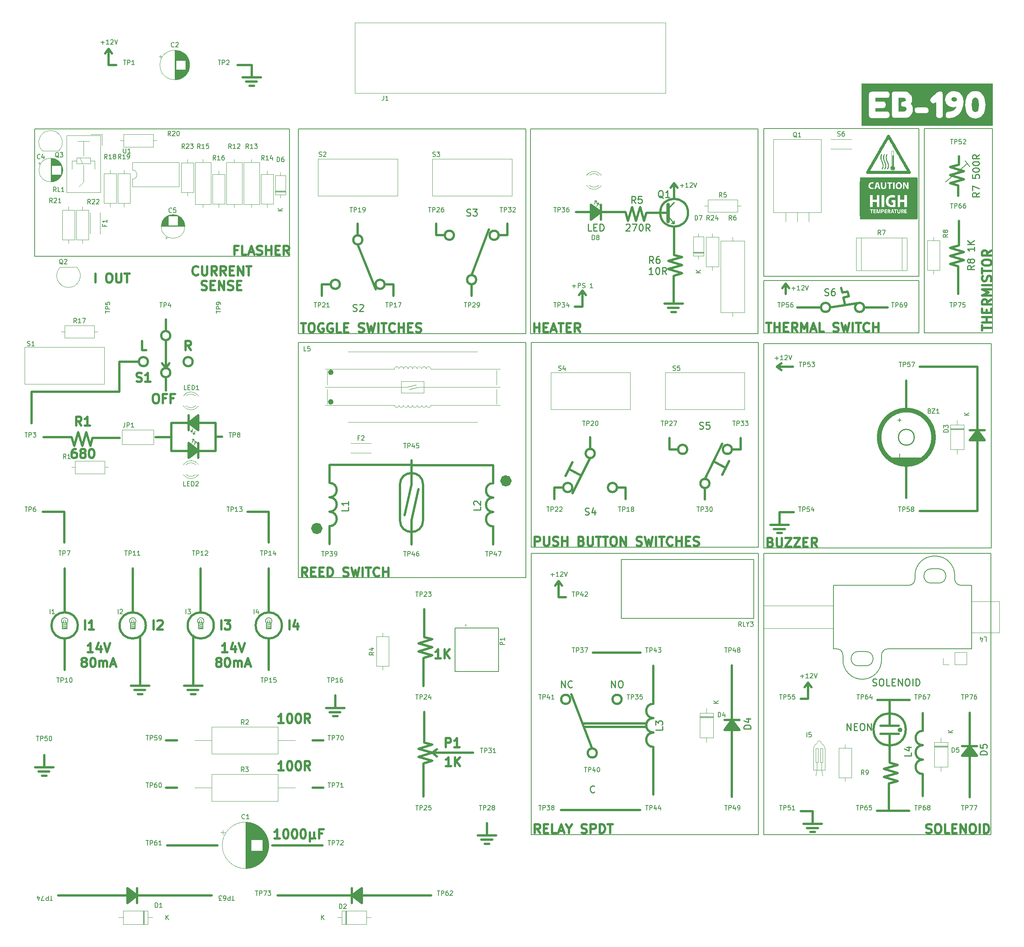
<source format=gbr>
%TF.GenerationSoftware,KiCad,Pcbnew,7.0.10*%
%TF.CreationDate,2024-02-02T16:27:03+02:00*%
%TF.ProjectId,EB-190,45422d31-3930-42e6-9b69-6361645f7063,rev?*%
%TF.SameCoordinates,Original*%
%TF.FileFunction,Legend,Top*%
%TF.FilePolarity,Positive*%
%FSLAX46Y46*%
G04 Gerber Fmt 4.6, Leading zero omitted, Abs format (unit mm)*
G04 Created by KiCad (PCBNEW 7.0.10) date 2024-02-02 16:27:03*
%MOMM*%
%LPD*%
G01*
G04 APERTURE LIST*
%ADD10C,0.500000*%
%ADD11C,1.250000*%
%ADD12C,0.750000*%
%ADD13C,0.200000*%
%ADD14C,0.150000*%
%ADD15C,0.250000*%
%ADD16C,0.533981*%
%ADD17C,0.120000*%
%ADD18C,0.100000*%
%ADD19C,0.127000*%
%ADD20C,0.152400*%
%ADD21C,0.619017*%
%ADD22C,1.000000*%
G04 APERTURE END LIST*
D10*
X246866815Y-59171435D02*
X247628815Y-60187435D01*
X220543500Y-126111000D02*
X220543500Y-128647937D01*
X140081000Y-110236000D02*
X140081000Y-113538000D01*
X135056500Y-99838000D02*
X135874000Y-98806000D01*
X242316000Y-193675000D02*
X242316000Y-183197500D01*
X146050000Y-111887000D02*
X146050000Y-114935000D01*
X169418000Y-81407000D02*
X169418000Y-83943937D01*
X208280000Y-70612000D02*
G75*
G03*
X206280000Y-70612000I-1000000J0D01*
G01*
X206280000Y-70612000D02*
G75*
G03*
X208280000Y-70612000I1000000J0D01*
G01*
X236156500Y-65532000D02*
X236728000Y-67437000D01*
X271399000Y-83566000D02*
X271399000Y-81280000D01*
X315087000Y-115570000D02*
X312420000Y-115316000D01*
X127783167Y-153589000D02*
X127783167Y-143891000D01*
X228401500Y-117618000D02*
X228401500Y-115062000D01*
X136271000Y-111887000D02*
X146050000Y-111887000D01*
X124968000Y-115189000D02*
X118935500Y-115189000D01*
X310705500Y-184785000D02*
X313118500Y-184658000D01*
X228600000Y-67183000D02*
X228600000Y-63881000D01*
D11*
X210492500Y-124650500D02*
G75*
G03*
X209242500Y-124650500I-625000J0D01*
G01*
X209242500Y-124650500D02*
G75*
G03*
X210492500Y-124650500I625000J0D01*
G01*
D10*
X253635000Y-124222000D02*
X257429000Y-116459000D01*
X226695000Y-82804000D02*
X227457000Y-83820000D01*
X294132000Y-191262000D02*
X296037000Y-190690500D01*
X253635000Y-126222000D02*
X253635000Y-128778000D01*
X108331000Y-187690125D02*
X108331000Y-184927875D01*
X228854000Y-183531000D02*
X224282000Y-171577000D01*
X141097000Y-167005000D02*
X141097000Y-158750000D01*
X141859000Y-113030000D02*
X141732000Y-110617000D01*
X140843000Y-117094000D02*
X141160500Y-118808500D01*
X172339000Y-174625000D02*
X172339000Y-171862750D01*
X194508500Y-70610469D02*
X194508500Y-68073532D01*
X178181000Y-214249000D02*
X176022000Y-215900000D01*
X310197500Y-185166000D02*
X311848500Y-183007000D01*
X142113000Y-110363000D02*
X141859000Y-113030000D01*
X236728000Y-67437000D02*
X237617000Y-64389000D01*
D12*
X245459250Y-63817500D02*
X245459250Y-67500500D01*
D10*
X177419000Y-216789000D02*
X177101500Y-215074500D01*
X313563000Y-131318000D02*
X300863000Y-131318000D01*
X259588000Y-165227000D02*
X259588000Y-194183000D01*
X191643000Y-125476000D02*
X191643000Y-133350000D01*
X202327000Y-81391000D02*
X202327000Y-83947000D01*
X194707000Y-183681750D02*
X193675000Y-184499250D01*
X291830000Y-86487000D02*
X289909000Y-86487000D01*
X301561500Y-179641500D02*
G75*
G03*
X301561500Y-182816500I0J-1587500D01*
G01*
X297942000Y-102616000D02*
X297942000Y-109062000D01*
X140081000Y-119634000D02*
X140081000Y-116332000D01*
D13*
X140652500Y-113919000D02*
X141033500Y-113792000D01*
D10*
X259572000Y-117729000D02*
G75*
G03*
X257572000Y-117729000I-1000000J0D01*
G01*
X257572000Y-117729000D02*
G75*
G03*
X259572000Y-117729000I1000000J0D01*
G01*
X301561500Y-194056000D02*
X301561500Y-189166500D01*
X127889000Y-215265000D02*
X127889000Y-216408000D01*
X142240000Y-113538000D02*
X140081000Y-111887000D01*
X136056500Y-100838000D02*
G75*
G03*
X134056500Y-100838000I-1000000J0D01*
G01*
X134056500Y-100838000D02*
G75*
G03*
X136056500Y-100838000I1000000J0D01*
G01*
X193675000Y-186277250D02*
X190627000Y-185388250D01*
D13*
X141033500Y-114046000D02*
X141160500Y-114427000D01*
D10*
X254635000Y-125222000D02*
G75*
G03*
X252635000Y-125222000I-1000000J0D01*
G01*
X252635000Y-125222000D02*
G75*
G03*
X254635000Y-125222000I1000000J0D01*
G01*
X309372000Y-77406500D02*
X307594000Y-76962000D01*
X311848500Y-175641000D02*
X311848500Y-194310000D01*
X242316000Y-173672500D02*
G75*
G03*
X242316000Y-176847500I0J-1587500D01*
G01*
X114363500Y-115062000D02*
X114935000Y-116967000D01*
X135056500Y-99838000D02*
X134239000Y-98806000D01*
X276352000Y-172593000D02*
X276352000Y-169037000D01*
X207073500Y-138620500D02*
X207073500Y-134683500D01*
X246866815Y-68802250D02*
X246866815Y-74961750D01*
X258699000Y-178689000D02*
X260413500Y-178371500D01*
X228600000Y-67183000D02*
X230759000Y-65532000D01*
X277368000Y-200120250D02*
X277368000Y-197358000D01*
X141478000Y-112776000D02*
X141160500Y-111061500D01*
X248644815Y-75406250D02*
X245596815Y-76295250D01*
X178181000Y-214249000D02*
X178181000Y-217551000D01*
X128894435Y-171577000D02*
X129910435Y-171577000D01*
X134239000Y-98806000D02*
X135056500Y-99838000D01*
X116713000Y-116967000D02*
X115824000Y-113919000D01*
X312928000Y-114427000D02*
X314071000Y-114427000D01*
X313499500Y-185166000D02*
X311848500Y-183007000D01*
D13*
X266592000Y-80543400D02*
X300717000Y-80543400D01*
X300717000Y-92125800D01*
X266592000Y-92125800D01*
X266592000Y-80543400D01*
D11*
X168900000Y-135128000D02*
G75*
G03*
X167650000Y-135128000I-625000J0D01*
G01*
X167650000Y-135128000D02*
G75*
G03*
X168900000Y-135128000I625000J0D01*
G01*
D10*
X229362000Y-64643000D02*
X229679500Y-66357500D01*
X128132435Y-170688000D02*
X130545435Y-170688000D01*
X171069000Y-134620000D02*
X171069000Y-138557000D01*
X240760250Y-178051701D02*
X226822000Y-178056299D01*
X255532000Y-120340500D02*
X258226750Y-121793000D01*
X122491500Y-33147000D02*
X122491500Y-29591000D01*
X238506000Y-67437000D02*
X237617000Y-64389000D01*
X171069000Y-131445000D02*
G75*
G03*
X171069000Y-128270000I0J1587500D01*
G01*
X259572000Y-117729000D02*
X261493000Y-117729000D01*
X108013500Y-131445000D02*
X112712500Y-131445000D01*
X223075500Y-150241000D02*
X221424500Y-150241000D01*
X127127000Y-217170000D02*
X127381000Y-215011000D01*
X309499000Y-72834500D02*
X307594000Y-73406000D01*
X178181000Y-217551000D02*
X176022000Y-215900000D01*
X245816500Y-117727468D02*
X247737500Y-117727468D01*
X313499500Y-185166000D02*
X310197500Y-185166000D01*
X136271000Y-114871500D02*
X136271000Y-118046500D01*
X189103000Y-135890000D02*
X189103000Y-133350000D01*
D14*
X106239000Y-47244000D02*
X162239000Y-47244000D01*
X162239000Y-75244000D01*
X106239000Y-75244000D01*
X106239000Y-47244000D01*
D10*
X239395000Y-197104000D02*
X221932500Y-197104000D01*
X276352000Y-172593000D02*
X274701000Y-172593000D01*
X315214000Y-115697000D02*
X311912000Y-115697000D01*
D13*
X140525500Y-113538000D02*
X140652500Y-113919000D01*
D10*
X153431902Y-37719000D02*
X154447902Y-37719000D01*
X139816435Y-170688000D02*
X142229435Y-170688000D01*
X224464500Y-126111000D02*
G75*
G03*
X222464500Y-126111000I-1000000J0D01*
G01*
X222464500Y-126111000D02*
G75*
G03*
X224464500Y-126111000I1000000J0D01*
G01*
D13*
X164249000Y-47244000D02*
X214249000Y-47244000D01*
X214249000Y-92244000D01*
X164249000Y-92244000D01*
X164249000Y-47244000D01*
D10*
X245459250Y-65659000D02*
X240728500Y-65659000D01*
X140081000Y-116332000D02*
X142240000Y-117983000D01*
X228401500Y-119618000D02*
X224536000Y-127381000D01*
X176911000Y-216535000D02*
X176911000Y-215392000D01*
X116713000Y-116967000D02*
X117602000Y-113919000D01*
X106299000Y-187690125D02*
X110363000Y-187690125D01*
X246739815Y-79533750D02*
X248644815Y-78962250D01*
X141351000Y-117348000D02*
X141351000Y-118491000D01*
X198429500Y-70610469D02*
G75*
G03*
X196429500Y-70610469I-1000000J0D01*
G01*
X196429500Y-70610469D02*
G75*
G03*
X198429500Y-70610469I1000000J0D01*
G01*
X112818334Y-166243000D02*
X112818334Y-159339000D01*
X228981000Y-64389000D02*
X229108000Y-66802000D01*
X315214000Y-115697000D02*
X313563000Y-113538000D01*
X185110500Y-81408531D02*
X183189500Y-81408531D01*
X205221435Y-204485875D02*
X206237435Y-204485875D01*
X297942000Y-121062000D02*
X297942000Y-128397000D01*
X258953000Y-178181000D02*
X260096000Y-178181000D01*
X114363500Y-115062000D02*
X108204000Y-115062000D01*
X275336000Y-200120250D02*
X279400000Y-200120250D01*
X248644815Y-77184250D02*
X245596815Y-76295250D01*
D15*
X246856250Y-68072000D02*
X246221250Y-67945000D01*
D10*
X246739815Y-79533750D02*
X246739815Y-85693250D01*
X296037000Y-190690500D02*
X292989000Y-189801500D01*
D13*
X141224000Y-115443000D02*
X140843000Y-115570000D01*
D10*
X301561500Y-182816500D02*
G75*
G03*
X301561500Y-185991500I0J-1587500D01*
G01*
X258445000Y-179070000D02*
X260858000Y-178943000D01*
D13*
X141033500Y-113157000D02*
X140652500Y-113919000D01*
D10*
X226695000Y-82804000D02*
X225933000Y-83820000D01*
X281162000Y-86487000D02*
X287655000Y-85487000D01*
D15*
X245459250Y-64770000D02*
X246856250Y-63373000D01*
D10*
X177292000Y-70628000D02*
X177292000Y-68072000D01*
X157734000Y-138199000D02*
X157734000Y-131445000D01*
X294259000Y-186690000D02*
X296037000Y-187134500D01*
X124841000Y-98425000D02*
X124841000Y-105029000D01*
X307594000Y-76962000D02*
X310642000Y-76073000D01*
X207073500Y-125158500D02*
X207073500Y-121221500D01*
X193675000Y-163068000D02*
X190627000Y-162179000D01*
X246221250Y-87503000D02*
X247237250Y-87503000D01*
X193675000Y-159512000D02*
X190627000Y-160401000D01*
X258226750Y-121793000D02*
X257464750Y-123317000D01*
X314833000Y-115189000D02*
X312674000Y-114935000D01*
X127000000Y-214757000D02*
X127127000Y-217170000D01*
X260858000Y-178943000D02*
X258699000Y-178689000D01*
X157712834Y-166243000D02*
X157712834Y-159339000D01*
X167322500Y-181737000D02*
X169735500Y-181737000D01*
X309372000Y-59626500D02*
X307594000Y-59182000D01*
X221424500Y-146685000D02*
X220662500Y-147701000D01*
D13*
X141859000Y-116332000D02*
X141732000Y-115951000D01*
D10*
X118491000Y-116967000D02*
X117602000Y-113919000D01*
X145161000Y-215900000D02*
X111379000Y-215900000D01*
X136271000Y-115062000D02*
X136271000Y-111887000D01*
X142748000Y-153589000D02*
X142748000Y-143891000D01*
X129413000Y-167005000D02*
X129413000Y-158877000D01*
X129413000Y-169767250D02*
X129413000Y-167005000D01*
X142240000Y-119634000D02*
X142240000Y-116332000D01*
X122491500Y-29591000D02*
X123253500Y-30607000D01*
D13*
X141160500Y-114427000D02*
X141541500Y-114300000D01*
D10*
X191897000Y-182276750D02*
X193675000Y-182721250D01*
X159639000Y-215900000D02*
X193421000Y-215900000D01*
X226695000Y-86360000D02*
X226695000Y-82804000D01*
X203327000Y-80391000D02*
G75*
G03*
X201327000Y-80391000I-1000000J0D01*
G01*
X201327000Y-80391000D02*
G75*
G03*
X203327000Y-80391000I1000000J0D01*
G01*
X142240000Y-110236000D02*
X140081000Y-111887000D01*
X139065000Y-169767250D02*
X143129000Y-169767250D01*
X135056500Y-91692469D02*
X135056500Y-89136469D01*
D13*
X141351000Y-115824000D02*
X141224000Y-115443000D01*
D10*
X313118500Y-184658000D02*
X310959500Y-184404000D01*
X277368000Y-197358000D02*
X274701000Y-197358000D01*
D13*
X230378000Y-63881000D02*
X230251000Y-63500000D01*
D10*
X273050000Y-99568000D02*
X269494000Y-99568000D01*
X248644815Y-77184250D02*
X245596815Y-78073250D01*
X315214000Y-113538000D02*
X311912000Y-113538000D01*
X189103000Y-135890000D02*
X189103000Y-138684000D01*
X240284000Y-67437000D02*
X239395000Y-64389000D01*
X291465000Y-197231000D02*
X298577000Y-197231000D01*
X185110500Y-81408531D02*
X185110500Y-83945468D01*
X230759000Y-67183000D02*
X230759000Y-63881000D01*
X177800000Y-217043000D02*
X177673000Y-214630000D01*
X234299000Y-126112532D02*
G75*
G03*
X232299000Y-126112532I-1000000J0D01*
G01*
X232299000Y-126112532D02*
G75*
G03*
X234299000Y-126112532I1000000J0D01*
G01*
X124841000Y-105029000D02*
X105537000Y-105029000D01*
X313563000Y-99568000D02*
X300863000Y-99568000D01*
X311912000Y-115697000D02*
X313563000Y-113538000D01*
X246866815Y-62600435D02*
X246866815Y-59171435D01*
X171069000Y-121158000D02*
X207073500Y-121221500D01*
X140462000Y-116840000D02*
X140589000Y-119253000D01*
X141732000Y-110617000D02*
X141478000Y-112776000D01*
X140578435Y-171577000D02*
X141594435Y-171577000D01*
X126619000Y-217551000D02*
X126619000Y-214249000D01*
X284099000Y-84328000D02*
X285286636Y-84085559D01*
X142240000Y-110236000D02*
X142240000Y-113538000D01*
D13*
X306578000Y-58928000D02*
X311404000Y-54864000D01*
D15*
X246856250Y-67437000D02*
X246856250Y-68072000D01*
D10*
X191897000Y-159067500D02*
X193675000Y-159512000D01*
X127381000Y-215011000D02*
X127698500Y-216725500D01*
X136056500Y-92692469D02*
G75*
G03*
X134056500Y-92692469I-1000000J0D01*
G01*
X134056500Y-92692469D02*
G75*
G03*
X136056500Y-92692469I1000000J0D01*
G01*
X207073500Y-131508500D02*
G75*
G03*
X207073500Y-134683500I0J-1587500D01*
G01*
D15*
X246856250Y-68072000D02*
X246856250Y-67437000D01*
D13*
X229870000Y-64262000D02*
X230251000Y-63500000D01*
D10*
X210201000Y-70612000D02*
X210201000Y-68075063D01*
X228727000Y-67056000D02*
X228981000Y-64389000D01*
X191643000Y-125476000D02*
G75*
G03*
X186563000Y-125476000I-2540000J0D01*
G01*
D13*
X229743000Y-62992000D02*
X229362000Y-63119000D01*
D10*
X281162000Y-86487000D02*
G75*
G03*
X279162000Y-86487000I-1000000J0D01*
G01*
X279162000Y-86487000D02*
G75*
G03*
X281162000Y-86487000I1000000J0D01*
G01*
X301561500Y-179641500D02*
X301561500Y-175768000D01*
X273939000Y-86487000D02*
X279162000Y-86487000D01*
X229401500Y-118618000D02*
G75*
G03*
X227401500Y-118618000I-1000000J0D01*
G01*
X227401500Y-118618000D02*
G75*
G03*
X229401500Y-118618000I1000000J0D01*
G01*
X107812435Y-189499875D02*
X108828435Y-189499875D01*
X223774000Y-122047000D02*
X224536000Y-120523000D01*
X294259000Y-178562000D02*
X294259000Y-172847000D01*
X238506000Y-67437000D02*
X239395000Y-64389000D01*
X307594000Y-75184000D02*
X310642000Y-74295000D01*
D16*
X296811990Y-179451000D02*
G75*
G03*
X296278010Y-179451000I-266990J0D01*
G01*
X296278010Y-179451000D02*
G75*
G03*
X296811990Y-179451000I266990J0D01*
G01*
D10*
X291592000Y-172847000D02*
X298704000Y-172847000D01*
D13*
X141351000Y-116713000D02*
X141732000Y-115951000D01*
D10*
X153950467Y-35909250D02*
X153950467Y-33147000D01*
D13*
X229870000Y-63373000D02*
X229743000Y-62992000D01*
D10*
X203708000Y-202676125D02*
X207772000Y-202676125D01*
X288655000Y-86487000D02*
G75*
G03*
X286655000Y-86487000I-1000000J0D01*
G01*
X286655000Y-86487000D02*
G75*
G03*
X288655000Y-86487000I1000000J0D01*
G01*
X135128000Y-181737000D02*
X137541000Y-181737000D01*
X153035000Y-131445000D02*
X157734000Y-131445000D01*
X312674000Y-114935000D02*
X314388500Y-114617500D01*
X170307000Y-174625000D02*
X174371000Y-174625000D01*
X122491500Y-29591000D02*
X121729500Y-30607000D01*
X140981750Y-98426531D02*
G75*
G03*
X138981750Y-98426531I-1000000J0D01*
G01*
X138981750Y-98426531D02*
G75*
G03*
X140981750Y-98426531I1000000J0D01*
G01*
D13*
X301879000Y-47117000D02*
X316890400Y-47117000D01*
X316890400Y-92100400D01*
X301879000Y-92100400D01*
X301879000Y-47117000D01*
D10*
X202692000Y-184499250D02*
X193675000Y-184499250D01*
X292227000Y-180340000D02*
X296291000Y-180340000D01*
X257937000Y-179451000D02*
X259588000Y-177292000D01*
X246866815Y-59171435D02*
X246104815Y-60187435D01*
X140081000Y-119634000D02*
X142240000Y-117983000D01*
X313499500Y-183007000D02*
X310197500Y-183007000D01*
X193675000Y-184499250D02*
X190627000Y-183610250D01*
X124142500Y-33147000D02*
X122491500Y-33147000D01*
X127381000Y-169767250D02*
X131445000Y-169767250D01*
X135056500Y-93692469D02*
X135056500Y-99838000D01*
D13*
X266612000Y-94446000D02*
X316612000Y-94446000D01*
X316612000Y-139446000D01*
X266612000Y-139446000D01*
X266612000Y-94446000D01*
D10*
X276352000Y-169037000D02*
X275590000Y-170053000D01*
X183189500Y-81408531D02*
G75*
G03*
X181189500Y-81408531I-1000000J0D01*
G01*
X181189500Y-81408531D02*
G75*
G03*
X183189500Y-81408531I1000000J0D01*
G01*
X194508500Y-70610469D02*
X196429500Y-70610469D01*
X236220000Y-126112532D02*
X234299000Y-126112532D01*
X167322500Y-192151000D02*
X169735500Y-192151000D01*
X189103000Y-122936000D02*
X189103000Y-125476000D01*
X207073500Y-125158500D02*
G75*
G03*
X207073500Y-128333500I0J-1587500D01*
G01*
X296037000Y-188912500D02*
X292989000Y-188023500D01*
X297796811Y-179342189D02*
G75*
G03*
X290721189Y-179342189I-3537811J0D01*
G01*
X290721189Y-179342189D02*
G75*
G03*
X297796811Y-179342189I3537811J0D01*
G01*
X271399000Y-81280000D02*
X270637000Y-82296000D01*
X315214000Y-115697000D02*
X311912000Y-115697000D01*
X307594000Y-57404000D02*
X310642000Y-56515000D01*
X205740000Y-202676125D02*
X205740000Y-199913875D01*
X248644815Y-78962250D02*
X245596815Y-78073250D01*
X285070251Y-82993333D02*
X283833768Y-83230325D01*
X242316000Y-180022500D02*
G75*
G03*
X242316000Y-183197500I0J-1587500D01*
G01*
X191897000Y-175482250D02*
X191897000Y-182276750D01*
D13*
X164249000Y-94234000D02*
X214249000Y-94234000D01*
X214249000Y-145965000D01*
X164249000Y-145965000D01*
X164249000Y-94234000D01*
D10*
X135128000Y-192151000D02*
X137541000Y-192151000D01*
X285286636Y-84085559D02*
X285070251Y-82993333D01*
X235315000Y-172720000D02*
G75*
G03*
X233315000Y-172720000I-1000000J0D01*
G01*
X233315000Y-172720000D02*
G75*
G03*
X235315000Y-172720000I1000000J0D01*
G01*
X177673000Y-214630000D02*
X177419000Y-216789000D01*
X296037000Y-188912500D02*
X292989000Y-189801500D01*
X128778000Y-217551000D02*
X128778000Y-214249000D01*
X171069000Y-121158000D02*
X171069000Y-125095000D01*
X193675000Y-161290000D02*
X190627000Y-160401000D01*
X307594000Y-59182000D02*
X310642000Y-58293000D01*
X114935000Y-116967000D02*
X115824000Y-113919000D01*
X157712834Y-153589000D02*
X157712834Y-143891000D01*
X189103000Y-125476000D02*
X187579000Y-132207000D01*
X244707815Y-85693250D02*
X248771815Y-85693250D01*
X189103000Y-122936000D02*
X189103000Y-120142000D01*
D13*
X311404000Y-54864000D02*
X310896000Y-54229000D01*
D10*
X228981000Y-162433000D02*
X239522000Y-162433000D01*
X132842000Y-115062000D02*
X136271000Y-115062000D01*
X276087435Y-201041000D02*
X278500435Y-201041000D01*
X276352000Y-169037000D02*
X277114000Y-170053000D01*
X261239000Y-179451000D02*
X257937000Y-179451000D01*
D13*
X229362000Y-63754000D02*
X229743000Y-62992000D01*
D10*
X129131250Y-98425000D02*
X124841000Y-98425000D01*
X191770000Y-186848750D02*
X193675000Y-186277250D01*
X294132000Y-191262000D02*
X294132000Y-197231000D01*
D13*
X215431000Y-94234000D02*
X265431000Y-94234000D01*
X265431000Y-139234000D01*
X215431000Y-139234000D01*
X215431000Y-94234000D01*
D10*
X313563000Y-99568000D02*
X313563000Y-131318000D01*
X152669902Y-36830000D02*
X155082902Y-36830000D01*
X309499000Y-55054500D02*
X309499000Y-53213000D01*
X240728500Y-178811402D02*
X227076000Y-178816000D01*
X173339000Y-81407000D02*
G75*
G03*
X171339000Y-81407000I-1000000J0D01*
G01*
X171339000Y-81407000D02*
G75*
G03*
X173339000Y-81407000I1000000J0D01*
G01*
X193675000Y-184499250D02*
X194707000Y-185316750D01*
X146050000Y-118046500D02*
X146050000Y-114998500D01*
X229854000Y-184531000D02*
G75*
G03*
X227854000Y-184531000I-1000000J0D01*
G01*
X227854000Y-184531000D02*
G75*
G03*
X229854000Y-184531000I1000000J0D01*
G01*
X193675000Y-161290000D02*
X190627000Y-162179000D01*
X246866815Y-74961750D02*
X248644815Y-75406250D01*
D13*
X140843000Y-116205000D02*
X141224000Y-115443000D01*
X141541500Y-113665000D02*
X141160500Y-114427000D01*
D10*
X224012000Y-172720000D02*
G75*
G03*
X222012000Y-172720000I-1000000J0D01*
G01*
X222012000Y-172720000D02*
G75*
G03*
X224012000Y-172720000I1000000J0D01*
G01*
X221424500Y-146685000D02*
X222186500Y-147701000D01*
X158496000Y-204851000D02*
X169545000Y-204851000D01*
X261239000Y-177292000D02*
X257937000Y-177292000D01*
X307594000Y-75184000D02*
X310642000Y-76073000D01*
X284408500Y-85987000D02*
X284099000Y-84328000D01*
X242316000Y-176847500D02*
G75*
G03*
X242316000Y-180022500I0J-1587500D01*
G01*
D13*
X230251000Y-63500000D02*
X229870000Y-63627000D01*
D10*
X236156500Y-65532000D02*
X225298000Y-65532000D01*
X309372000Y-83566000D02*
X309372000Y-77406500D01*
X135382000Y-204851000D02*
X146431000Y-204851000D01*
X269494000Y-99568000D02*
X270510000Y-100330000D01*
X193675000Y-184499250D02*
X190627000Y-185388250D01*
X204459435Y-203596875D02*
X206872435Y-203596875D01*
X261239000Y-179451000D02*
X259588000Y-177292000D01*
X223012000Y-123571000D02*
X223774000Y-122047000D01*
X288655000Y-86487000D02*
X293878000Y-86487000D01*
X240728500Y-65659000D02*
X240284000Y-67437000D01*
X107050435Y-188610875D02*
X109463435Y-188610875D01*
X118935500Y-115189000D02*
X118491000Y-116967000D01*
X140208000Y-119507000D02*
X140462000Y-116840000D01*
X307594000Y-55626000D02*
X310642000Y-56515000D01*
X229108000Y-66802000D02*
X229362000Y-64643000D01*
X269557500Y-136144000D02*
X270573500Y-136144000D01*
X276849435Y-201930000D02*
X277865435Y-201930000D01*
X136271000Y-118046500D02*
X146050000Y-118046500D01*
X249925380Y-65659000D02*
G75*
G03*
X243808250Y-65659000I-3058565J0D01*
G01*
X243808250Y-65659000D02*
G75*
G03*
X249925380Y-65659000I3058565J0D01*
G01*
X140970000Y-112522000D02*
X140970000Y-111379000D01*
X268795500Y-135255000D02*
X271208500Y-135255000D01*
X307594000Y-57404000D02*
X310642000Y-58293000D01*
X191770000Y-163639500D02*
X191770000Y-169799000D01*
X226695000Y-86360000D02*
X225044000Y-86360000D01*
D13*
X141732000Y-115951000D02*
X141351000Y-116078000D01*
D10*
X140081000Y-119634000D02*
X140081000Y-116332000D01*
X207073500Y-128333500D02*
G75*
G03*
X207073500Y-131508500I0J-1587500D01*
G01*
X153950467Y-33147000D02*
X150849532Y-33147000D01*
X126619000Y-214249000D02*
X128778000Y-215900000D01*
X176022000Y-214249000D02*
X176022000Y-217551000D01*
X186563000Y-133350000D02*
G75*
G03*
X191643000Y-133350000I2540000J0D01*
G01*
X146050000Y-114935000D02*
X147447000Y-114935000D01*
X171069000Y-128270000D02*
G75*
G03*
X171069000Y-125095000I0J1587500D01*
G01*
X193675000Y-182721250D02*
X190627000Y-183610250D01*
X191897000Y-152908000D02*
X191897000Y-159067500D01*
X311213500Y-183896000D02*
X312356500Y-183896000D01*
X202327000Y-79391000D02*
X206121000Y-69342000D01*
X245816500Y-117727468D02*
X245816500Y-115190531D01*
X208280000Y-70612000D02*
X210201000Y-70612000D01*
D13*
X215431000Y-140589000D02*
X265431000Y-140589000D01*
X265431000Y-202463400D01*
X215431000Y-202463400D01*
X215431000Y-140589000D01*
D10*
X307594000Y-73406000D02*
X310642000Y-74295000D01*
X112712500Y-138199000D02*
X112712500Y-131445000D01*
X131131250Y-98425000D02*
G75*
G03*
X129131250Y-98425000I-1000000J0D01*
G01*
X129131250Y-98425000D02*
G75*
G03*
X131131250Y-98425000I1000000J0D01*
G01*
X193675000Y-184499250D02*
X194707000Y-183681750D01*
X228600000Y-63881000D02*
X230759000Y-65532000D01*
X309499000Y-55054500D02*
X307594000Y-55626000D01*
X112818334Y-153589000D02*
X112818334Y-143891000D01*
X229870000Y-64897000D02*
X229870000Y-66040000D01*
X189103000Y-133350000D02*
X190627000Y-126492000D01*
X301561500Y-185991500D02*
G75*
G03*
X301561500Y-189166500I0J-1587500D01*
G01*
D13*
X266574000Y-140589000D02*
X316574000Y-140589000D01*
X316574000Y-202463400D01*
X266574000Y-202463400D01*
X266574000Y-140589000D01*
D10*
X171820435Y-176434750D02*
X172836435Y-176434750D01*
X140589000Y-119253000D02*
X140843000Y-117094000D01*
X171069000Y-134620000D02*
G75*
G03*
X171069000Y-131445000I0J1587500D01*
G01*
X296037000Y-187134500D02*
X292989000Y-188023500D01*
X312420000Y-115316000D02*
X314833000Y-115189000D01*
X171339000Y-81407000D02*
X169418000Y-81407000D01*
X222464500Y-126111000D02*
X220543500Y-126111000D01*
X269494000Y-99568000D02*
X270510000Y-98806000D01*
X105537000Y-105029000D02*
X105537000Y-112014000D01*
X171058435Y-175545750D02*
X173471435Y-175545750D01*
X236220000Y-126112532D02*
X236220000Y-128649469D01*
D15*
X245840250Y-66802000D02*
X246856250Y-68072000D01*
D10*
X178292000Y-71628000D02*
G75*
G03*
X176292000Y-71628000I-1000000J0D01*
G01*
X176292000Y-71628000D02*
G75*
G03*
X178292000Y-71628000I1000000J0D01*
G01*
X245459250Y-86614000D02*
X247872250Y-86614000D01*
X141097000Y-169767250D02*
X141097000Y-167005000D01*
X135056500Y-101838000D02*
X135057650Y-104762053D01*
D13*
X310896000Y-54229000D02*
X311912000Y-55499000D01*
D10*
X310959500Y-184404000D02*
X312674000Y-184086500D01*
X292227000Y-178562000D02*
X296291000Y-178562000D01*
X126619000Y-217551000D02*
X128778000Y-215900000D01*
X249737500Y-117727468D02*
G75*
G03*
X247737500Y-117727468I-1000000J0D01*
G01*
X247737500Y-117727468D02*
G75*
G03*
X249737500Y-117727468I1000000J0D01*
G01*
X151918467Y-35909250D02*
X155982467Y-35909250D01*
X177292000Y-72628000D02*
X181229000Y-82550000D01*
X221424500Y-150241000D02*
X221424500Y-146685000D01*
X271399000Y-81280000D02*
X272161000Y-82296000D01*
X261493000Y-117729000D02*
X261493000Y-115192063D01*
X258988750Y-120269000D02*
X258226750Y-121793000D01*
X242316000Y-173672500D02*
X242316000Y-165354000D01*
D13*
X266592000Y-47117000D02*
X300717000Y-47117000D01*
X300717000Y-79654400D01*
X266592000Y-79654400D01*
X266592000Y-47117000D01*
D10*
X273177000Y-131572000D02*
X270076065Y-131572000D01*
X228600000Y-67183000D02*
X228600000Y-63881000D01*
X309499000Y-72834500D02*
X309499000Y-67437000D01*
X186563000Y-125476000D02*
X186563000Y-133350000D01*
X283833768Y-83230325D02*
X283617384Y-82222592D01*
X309372000Y-61976000D02*
X309372000Y-59626500D01*
X191770000Y-186848750D02*
X191770000Y-194151250D01*
X268044065Y-134334250D02*
X272108065Y-134334250D01*
D13*
X215284000Y-47244000D02*
X265284000Y-47244000D01*
X265284000Y-92227400D01*
X215284000Y-92227400D01*
X215284000Y-47244000D01*
D10*
X226468750Y-123499500D02*
X223774000Y-122047000D01*
X191770000Y-163639500D02*
X193675000Y-163068000D01*
X294259000Y-186690000D02*
X294259000Y-180340000D01*
X270076065Y-134334250D02*
X270076065Y-131572000D01*
D15*
X299015428Y-184438098D02*
X299015428Y-185152384D01*
X299015428Y-185152384D02*
X297515428Y-185152384D01*
X298015428Y-183295241D02*
X299015428Y-183295241D01*
X297444000Y-183652383D02*
X298515428Y-184009526D01*
X298515428Y-184009526D02*
X298515428Y-183080955D01*
D10*
X142177142Y-79249761D02*
X142081904Y-79345000D01*
X142081904Y-79345000D02*
X141796190Y-79440238D01*
X141796190Y-79440238D02*
X141605714Y-79440238D01*
X141605714Y-79440238D02*
X141319999Y-79345000D01*
X141319999Y-79345000D02*
X141129523Y-79154523D01*
X141129523Y-79154523D02*
X141034285Y-78964047D01*
X141034285Y-78964047D02*
X140939047Y-78583095D01*
X140939047Y-78583095D02*
X140939047Y-78297380D01*
X140939047Y-78297380D02*
X141034285Y-77916428D01*
X141034285Y-77916428D02*
X141129523Y-77725952D01*
X141129523Y-77725952D02*
X141319999Y-77535476D01*
X141319999Y-77535476D02*
X141605714Y-77440238D01*
X141605714Y-77440238D02*
X141796190Y-77440238D01*
X141796190Y-77440238D02*
X142081904Y-77535476D01*
X142081904Y-77535476D02*
X142177142Y-77630714D01*
X143034285Y-77440238D02*
X143034285Y-79059285D01*
X143034285Y-79059285D02*
X143129523Y-79249761D01*
X143129523Y-79249761D02*
X143224761Y-79345000D01*
X143224761Y-79345000D02*
X143415237Y-79440238D01*
X143415237Y-79440238D02*
X143796190Y-79440238D01*
X143796190Y-79440238D02*
X143986666Y-79345000D01*
X143986666Y-79345000D02*
X144081904Y-79249761D01*
X144081904Y-79249761D02*
X144177142Y-79059285D01*
X144177142Y-79059285D02*
X144177142Y-77440238D01*
X146272380Y-79440238D02*
X145605713Y-78487857D01*
X145129523Y-79440238D02*
X145129523Y-77440238D01*
X145129523Y-77440238D02*
X145891428Y-77440238D01*
X145891428Y-77440238D02*
X146081904Y-77535476D01*
X146081904Y-77535476D02*
X146177142Y-77630714D01*
X146177142Y-77630714D02*
X146272380Y-77821190D01*
X146272380Y-77821190D02*
X146272380Y-78106904D01*
X146272380Y-78106904D02*
X146177142Y-78297380D01*
X146177142Y-78297380D02*
X146081904Y-78392619D01*
X146081904Y-78392619D02*
X145891428Y-78487857D01*
X145891428Y-78487857D02*
X145129523Y-78487857D01*
X148272380Y-79440238D02*
X147605713Y-78487857D01*
X147129523Y-79440238D02*
X147129523Y-77440238D01*
X147129523Y-77440238D02*
X147891428Y-77440238D01*
X147891428Y-77440238D02*
X148081904Y-77535476D01*
X148081904Y-77535476D02*
X148177142Y-77630714D01*
X148177142Y-77630714D02*
X148272380Y-77821190D01*
X148272380Y-77821190D02*
X148272380Y-78106904D01*
X148272380Y-78106904D02*
X148177142Y-78297380D01*
X148177142Y-78297380D02*
X148081904Y-78392619D01*
X148081904Y-78392619D02*
X147891428Y-78487857D01*
X147891428Y-78487857D02*
X147129523Y-78487857D01*
X149129523Y-78392619D02*
X149796190Y-78392619D01*
X150081904Y-79440238D02*
X149129523Y-79440238D01*
X149129523Y-79440238D02*
X149129523Y-77440238D01*
X149129523Y-77440238D02*
X150081904Y-77440238D01*
X150939047Y-79440238D02*
X150939047Y-77440238D01*
X150939047Y-77440238D02*
X152081904Y-79440238D01*
X152081904Y-79440238D02*
X152081904Y-77440238D01*
X152748571Y-77440238D02*
X153891428Y-77440238D01*
X153319999Y-79440238D02*
X153319999Y-77440238D01*
X142939047Y-82565000D02*
X143224761Y-82660238D01*
X143224761Y-82660238D02*
X143700952Y-82660238D01*
X143700952Y-82660238D02*
X143891428Y-82565000D01*
X143891428Y-82565000D02*
X143986666Y-82469761D01*
X143986666Y-82469761D02*
X144081904Y-82279285D01*
X144081904Y-82279285D02*
X144081904Y-82088809D01*
X144081904Y-82088809D02*
X143986666Y-81898333D01*
X143986666Y-81898333D02*
X143891428Y-81803095D01*
X143891428Y-81803095D02*
X143700952Y-81707857D01*
X143700952Y-81707857D02*
X143319999Y-81612619D01*
X143319999Y-81612619D02*
X143129523Y-81517380D01*
X143129523Y-81517380D02*
X143034285Y-81422142D01*
X143034285Y-81422142D02*
X142939047Y-81231666D01*
X142939047Y-81231666D02*
X142939047Y-81041190D01*
X142939047Y-81041190D02*
X143034285Y-80850714D01*
X143034285Y-80850714D02*
X143129523Y-80755476D01*
X143129523Y-80755476D02*
X143319999Y-80660238D01*
X143319999Y-80660238D02*
X143796190Y-80660238D01*
X143796190Y-80660238D02*
X144081904Y-80755476D01*
X144939047Y-81612619D02*
X145605714Y-81612619D01*
X145891428Y-82660238D02*
X144939047Y-82660238D01*
X144939047Y-82660238D02*
X144939047Y-80660238D01*
X144939047Y-80660238D02*
X145891428Y-80660238D01*
X146748571Y-82660238D02*
X146748571Y-80660238D01*
X146748571Y-80660238D02*
X147891428Y-82660238D01*
X147891428Y-82660238D02*
X147891428Y-80660238D01*
X148748571Y-82565000D02*
X149034285Y-82660238D01*
X149034285Y-82660238D02*
X149510476Y-82660238D01*
X149510476Y-82660238D02*
X149700952Y-82565000D01*
X149700952Y-82565000D02*
X149796190Y-82469761D01*
X149796190Y-82469761D02*
X149891428Y-82279285D01*
X149891428Y-82279285D02*
X149891428Y-82088809D01*
X149891428Y-82088809D02*
X149796190Y-81898333D01*
X149796190Y-81898333D02*
X149700952Y-81803095D01*
X149700952Y-81803095D02*
X149510476Y-81707857D01*
X149510476Y-81707857D02*
X149129523Y-81612619D01*
X149129523Y-81612619D02*
X148939047Y-81517380D01*
X148939047Y-81517380D02*
X148843809Y-81422142D01*
X148843809Y-81422142D02*
X148748571Y-81231666D01*
X148748571Y-81231666D02*
X148748571Y-81041190D01*
X148748571Y-81041190D02*
X148843809Y-80850714D01*
X148843809Y-80850714D02*
X148939047Y-80755476D01*
X148939047Y-80755476D02*
X149129523Y-80660238D01*
X149129523Y-80660238D02*
X149605714Y-80660238D01*
X149605714Y-80660238D02*
X149891428Y-80755476D01*
X150748571Y-81612619D02*
X151415238Y-81612619D01*
X151700952Y-82660238D02*
X150748571Y-82660238D01*
X150748571Y-82660238D02*
X150748571Y-80660238D01*
X150748571Y-80660238D02*
X151700952Y-80660238D01*
X140573047Y-95868238D02*
X139906380Y-94915857D01*
X139430190Y-95868238D02*
X139430190Y-93868238D01*
X139430190Y-93868238D02*
X140192095Y-93868238D01*
X140192095Y-93868238D02*
X140382571Y-93963476D01*
X140382571Y-93963476D02*
X140477809Y-94058714D01*
X140477809Y-94058714D02*
X140573047Y-94249190D01*
X140573047Y-94249190D02*
X140573047Y-94534904D01*
X140573047Y-94534904D02*
X140477809Y-94725380D01*
X140477809Y-94725380D02*
X140382571Y-94820619D01*
X140382571Y-94820619D02*
X140192095Y-94915857D01*
X140192095Y-94915857D02*
X139430190Y-94915857D01*
D15*
X284874615Y-179508428D02*
X284874615Y-178008428D01*
X284874615Y-178008428D02*
X285731758Y-179508428D01*
X285731758Y-179508428D02*
X285731758Y-178008428D01*
X286446044Y-178722714D02*
X286946044Y-178722714D01*
X287160330Y-179508428D02*
X286446044Y-179508428D01*
X286446044Y-179508428D02*
X286446044Y-178008428D01*
X286446044Y-178008428D02*
X287160330Y-178008428D01*
X288088902Y-178008428D02*
X288374616Y-178008428D01*
X288374616Y-178008428D02*
X288517473Y-178079857D01*
X288517473Y-178079857D02*
X288660330Y-178222714D01*
X288660330Y-178222714D02*
X288731759Y-178508428D01*
X288731759Y-178508428D02*
X288731759Y-179008428D01*
X288731759Y-179008428D02*
X288660330Y-179294142D01*
X288660330Y-179294142D02*
X288517473Y-179437000D01*
X288517473Y-179437000D02*
X288374616Y-179508428D01*
X288374616Y-179508428D02*
X288088902Y-179508428D01*
X288088902Y-179508428D02*
X287946045Y-179437000D01*
X287946045Y-179437000D02*
X287803187Y-179294142D01*
X287803187Y-179294142D02*
X287731759Y-179008428D01*
X287731759Y-179008428D02*
X287731759Y-178508428D01*
X287731759Y-178508428D02*
X287803187Y-178222714D01*
X287803187Y-178222714D02*
X287946045Y-178079857D01*
X287946045Y-178079857D02*
X288088902Y-178008428D01*
X289374616Y-179508428D02*
X289374616Y-178008428D01*
X289374616Y-178008428D02*
X290231759Y-179508428D01*
X290231759Y-179508428D02*
X290231759Y-178008428D01*
D14*
X272751779Y-82292866D02*
X273513684Y-82292866D01*
X273132731Y-82673819D02*
X273132731Y-81911914D01*
X274513683Y-82673819D02*
X273942255Y-82673819D01*
X274227969Y-82673819D02*
X274227969Y-81673819D01*
X274227969Y-81673819D02*
X274132731Y-81816676D01*
X274132731Y-81816676D02*
X274037493Y-81911914D01*
X274037493Y-81911914D02*
X273942255Y-81959533D01*
X274894636Y-81769057D02*
X274942255Y-81721438D01*
X274942255Y-81721438D02*
X275037493Y-81673819D01*
X275037493Y-81673819D02*
X275275588Y-81673819D01*
X275275588Y-81673819D02*
X275370826Y-81721438D01*
X275370826Y-81721438D02*
X275418445Y-81769057D01*
X275418445Y-81769057D02*
X275466064Y-81864295D01*
X275466064Y-81864295D02*
X275466064Y-81959533D01*
X275466064Y-81959533D02*
X275418445Y-82102390D01*
X275418445Y-82102390D02*
X274847017Y-82673819D01*
X274847017Y-82673819D02*
X275466064Y-82673819D01*
X275751779Y-81673819D02*
X276085112Y-82673819D01*
X276085112Y-82673819D02*
X276418445Y-81673819D01*
D10*
X216089137Y-91956638D02*
X216089137Y-89956638D01*
X216089137Y-90909019D02*
X217231994Y-90909019D01*
X217231994Y-91956638D02*
X217231994Y-89956638D01*
X218184375Y-90909019D02*
X218851042Y-90909019D01*
X219136756Y-91956638D02*
X218184375Y-91956638D01*
X218184375Y-91956638D02*
X218184375Y-89956638D01*
X218184375Y-89956638D02*
X219136756Y-89956638D01*
X219898661Y-91385209D02*
X220851042Y-91385209D01*
X219708185Y-91956638D02*
X220374851Y-89956638D01*
X220374851Y-89956638D02*
X221041518Y-91956638D01*
X221422471Y-89956638D02*
X222565328Y-89956638D01*
X221993899Y-91956638D02*
X221993899Y-89956638D01*
X223231995Y-90909019D02*
X223898662Y-90909019D01*
X224184376Y-91956638D02*
X223231995Y-91956638D01*
X223231995Y-91956638D02*
X223231995Y-89956638D01*
X223231995Y-89956638D02*
X224184376Y-89956638D01*
X226184376Y-91956638D02*
X225517709Y-91004257D01*
X225041519Y-91956638D02*
X225041519Y-89956638D01*
X225041519Y-89956638D02*
X225803424Y-89956638D01*
X225803424Y-89956638D02*
X225993900Y-90051876D01*
X225993900Y-90051876D02*
X226089138Y-90147114D01*
X226089138Y-90147114D02*
X226184376Y-90337590D01*
X226184376Y-90337590D02*
X226184376Y-90623304D01*
X226184376Y-90623304D02*
X226089138Y-90813780D01*
X226089138Y-90813780D02*
X225993900Y-90909019D01*
X225993900Y-90909019D02*
X225803424Y-91004257D01*
X225803424Y-91004257D02*
X225041519Y-91004257D01*
X119570952Y-81009238D02*
X119570952Y-79009238D01*
X122428095Y-79009238D02*
X122809048Y-79009238D01*
X122809048Y-79009238D02*
X122999524Y-79104476D01*
X122999524Y-79104476D02*
X123190000Y-79294952D01*
X123190000Y-79294952D02*
X123285238Y-79675904D01*
X123285238Y-79675904D02*
X123285238Y-80342571D01*
X123285238Y-80342571D02*
X123190000Y-80723523D01*
X123190000Y-80723523D02*
X122999524Y-80914000D01*
X122999524Y-80914000D02*
X122809048Y-81009238D01*
X122809048Y-81009238D02*
X122428095Y-81009238D01*
X122428095Y-81009238D02*
X122237619Y-80914000D01*
X122237619Y-80914000D02*
X122047143Y-80723523D01*
X122047143Y-80723523D02*
X121951905Y-80342571D01*
X121951905Y-80342571D02*
X121951905Y-79675904D01*
X121951905Y-79675904D02*
X122047143Y-79294952D01*
X122047143Y-79294952D02*
X122237619Y-79104476D01*
X122237619Y-79104476D02*
X122428095Y-79009238D01*
X124142381Y-79009238D02*
X124142381Y-80628285D01*
X124142381Y-80628285D02*
X124237619Y-80818761D01*
X124237619Y-80818761D02*
X124332857Y-80914000D01*
X124332857Y-80914000D02*
X124523333Y-81009238D01*
X124523333Y-81009238D02*
X124904286Y-81009238D01*
X124904286Y-81009238D02*
X125094762Y-80914000D01*
X125094762Y-80914000D02*
X125190000Y-80818761D01*
X125190000Y-80818761D02*
X125285238Y-80628285D01*
X125285238Y-80628285D02*
X125285238Y-79009238D01*
X125951905Y-79009238D02*
X127094762Y-79009238D01*
X126523333Y-81009238D02*
X126523333Y-79009238D01*
X216236137Y-138963238D02*
X216236137Y-136963238D01*
X216236137Y-136963238D02*
X216998042Y-136963238D01*
X216998042Y-136963238D02*
X217188518Y-137058476D01*
X217188518Y-137058476D02*
X217283756Y-137153714D01*
X217283756Y-137153714D02*
X217378994Y-137344190D01*
X217378994Y-137344190D02*
X217378994Y-137629904D01*
X217378994Y-137629904D02*
X217283756Y-137820380D01*
X217283756Y-137820380D02*
X217188518Y-137915619D01*
X217188518Y-137915619D02*
X216998042Y-138010857D01*
X216998042Y-138010857D02*
X216236137Y-138010857D01*
X218236137Y-136963238D02*
X218236137Y-138582285D01*
X218236137Y-138582285D02*
X218331375Y-138772761D01*
X218331375Y-138772761D02*
X218426613Y-138868000D01*
X218426613Y-138868000D02*
X218617089Y-138963238D01*
X218617089Y-138963238D02*
X218998042Y-138963238D01*
X218998042Y-138963238D02*
X219188518Y-138868000D01*
X219188518Y-138868000D02*
X219283756Y-138772761D01*
X219283756Y-138772761D02*
X219378994Y-138582285D01*
X219378994Y-138582285D02*
X219378994Y-136963238D01*
X220236137Y-138868000D02*
X220521851Y-138963238D01*
X220521851Y-138963238D02*
X220998042Y-138963238D01*
X220998042Y-138963238D02*
X221188518Y-138868000D01*
X221188518Y-138868000D02*
X221283756Y-138772761D01*
X221283756Y-138772761D02*
X221378994Y-138582285D01*
X221378994Y-138582285D02*
X221378994Y-138391809D01*
X221378994Y-138391809D02*
X221283756Y-138201333D01*
X221283756Y-138201333D02*
X221188518Y-138106095D01*
X221188518Y-138106095D02*
X220998042Y-138010857D01*
X220998042Y-138010857D02*
X220617089Y-137915619D01*
X220617089Y-137915619D02*
X220426613Y-137820380D01*
X220426613Y-137820380D02*
X220331375Y-137725142D01*
X220331375Y-137725142D02*
X220236137Y-137534666D01*
X220236137Y-137534666D02*
X220236137Y-137344190D01*
X220236137Y-137344190D02*
X220331375Y-137153714D01*
X220331375Y-137153714D02*
X220426613Y-137058476D01*
X220426613Y-137058476D02*
X220617089Y-136963238D01*
X220617089Y-136963238D02*
X221093280Y-136963238D01*
X221093280Y-136963238D02*
X221378994Y-137058476D01*
X222236137Y-138963238D02*
X222236137Y-136963238D01*
X222236137Y-137915619D02*
X223378994Y-137915619D01*
X223378994Y-138963238D02*
X223378994Y-136963238D01*
X226521852Y-137915619D02*
X226807566Y-138010857D01*
X226807566Y-138010857D02*
X226902804Y-138106095D01*
X226902804Y-138106095D02*
X226998042Y-138296571D01*
X226998042Y-138296571D02*
X226998042Y-138582285D01*
X226998042Y-138582285D02*
X226902804Y-138772761D01*
X226902804Y-138772761D02*
X226807566Y-138868000D01*
X226807566Y-138868000D02*
X226617090Y-138963238D01*
X226617090Y-138963238D02*
X225855185Y-138963238D01*
X225855185Y-138963238D02*
X225855185Y-136963238D01*
X225855185Y-136963238D02*
X226521852Y-136963238D01*
X226521852Y-136963238D02*
X226712328Y-137058476D01*
X226712328Y-137058476D02*
X226807566Y-137153714D01*
X226807566Y-137153714D02*
X226902804Y-137344190D01*
X226902804Y-137344190D02*
X226902804Y-137534666D01*
X226902804Y-137534666D02*
X226807566Y-137725142D01*
X226807566Y-137725142D02*
X226712328Y-137820380D01*
X226712328Y-137820380D02*
X226521852Y-137915619D01*
X226521852Y-137915619D02*
X225855185Y-137915619D01*
X227855185Y-136963238D02*
X227855185Y-138582285D01*
X227855185Y-138582285D02*
X227950423Y-138772761D01*
X227950423Y-138772761D02*
X228045661Y-138868000D01*
X228045661Y-138868000D02*
X228236137Y-138963238D01*
X228236137Y-138963238D02*
X228617090Y-138963238D01*
X228617090Y-138963238D02*
X228807566Y-138868000D01*
X228807566Y-138868000D02*
X228902804Y-138772761D01*
X228902804Y-138772761D02*
X228998042Y-138582285D01*
X228998042Y-138582285D02*
X228998042Y-136963238D01*
X229664709Y-136963238D02*
X230807566Y-136963238D01*
X230236137Y-138963238D02*
X230236137Y-136963238D01*
X231188519Y-136963238D02*
X232331376Y-136963238D01*
X231759947Y-138963238D02*
X231759947Y-136963238D01*
X233378995Y-136963238D02*
X233759948Y-136963238D01*
X233759948Y-136963238D02*
X233950424Y-137058476D01*
X233950424Y-137058476D02*
X234140900Y-137248952D01*
X234140900Y-137248952D02*
X234236138Y-137629904D01*
X234236138Y-137629904D02*
X234236138Y-138296571D01*
X234236138Y-138296571D02*
X234140900Y-138677523D01*
X234140900Y-138677523D02*
X233950424Y-138868000D01*
X233950424Y-138868000D02*
X233759948Y-138963238D01*
X233759948Y-138963238D02*
X233378995Y-138963238D01*
X233378995Y-138963238D02*
X233188519Y-138868000D01*
X233188519Y-138868000D02*
X232998043Y-138677523D01*
X232998043Y-138677523D02*
X232902805Y-138296571D01*
X232902805Y-138296571D02*
X232902805Y-137629904D01*
X232902805Y-137629904D02*
X232998043Y-137248952D01*
X232998043Y-137248952D02*
X233188519Y-137058476D01*
X233188519Y-137058476D02*
X233378995Y-136963238D01*
X235093281Y-138963238D02*
X235093281Y-136963238D01*
X235093281Y-136963238D02*
X236236138Y-138963238D01*
X236236138Y-138963238D02*
X236236138Y-136963238D01*
X238617091Y-138868000D02*
X238902805Y-138963238D01*
X238902805Y-138963238D02*
X239378996Y-138963238D01*
X239378996Y-138963238D02*
X239569472Y-138868000D01*
X239569472Y-138868000D02*
X239664710Y-138772761D01*
X239664710Y-138772761D02*
X239759948Y-138582285D01*
X239759948Y-138582285D02*
X239759948Y-138391809D01*
X239759948Y-138391809D02*
X239664710Y-138201333D01*
X239664710Y-138201333D02*
X239569472Y-138106095D01*
X239569472Y-138106095D02*
X239378996Y-138010857D01*
X239378996Y-138010857D02*
X238998043Y-137915619D01*
X238998043Y-137915619D02*
X238807567Y-137820380D01*
X238807567Y-137820380D02*
X238712329Y-137725142D01*
X238712329Y-137725142D02*
X238617091Y-137534666D01*
X238617091Y-137534666D02*
X238617091Y-137344190D01*
X238617091Y-137344190D02*
X238712329Y-137153714D01*
X238712329Y-137153714D02*
X238807567Y-137058476D01*
X238807567Y-137058476D02*
X238998043Y-136963238D01*
X238998043Y-136963238D02*
X239474234Y-136963238D01*
X239474234Y-136963238D02*
X239759948Y-137058476D01*
X240426615Y-136963238D02*
X240902805Y-138963238D01*
X240902805Y-138963238D02*
X241283758Y-137534666D01*
X241283758Y-137534666D02*
X241664710Y-138963238D01*
X241664710Y-138963238D02*
X242140901Y-136963238D01*
X242902805Y-138963238D02*
X242902805Y-136963238D01*
X243569472Y-136963238D02*
X244712329Y-136963238D01*
X244140900Y-138963238D02*
X244140900Y-136963238D01*
X246521853Y-138772761D02*
X246426615Y-138868000D01*
X246426615Y-138868000D02*
X246140901Y-138963238D01*
X246140901Y-138963238D02*
X245950425Y-138963238D01*
X245950425Y-138963238D02*
X245664710Y-138868000D01*
X245664710Y-138868000D02*
X245474234Y-138677523D01*
X245474234Y-138677523D02*
X245378996Y-138487047D01*
X245378996Y-138487047D02*
X245283758Y-138106095D01*
X245283758Y-138106095D02*
X245283758Y-137820380D01*
X245283758Y-137820380D02*
X245378996Y-137439428D01*
X245378996Y-137439428D02*
X245474234Y-137248952D01*
X245474234Y-137248952D02*
X245664710Y-137058476D01*
X245664710Y-137058476D02*
X245950425Y-136963238D01*
X245950425Y-136963238D02*
X246140901Y-136963238D01*
X246140901Y-136963238D02*
X246426615Y-137058476D01*
X246426615Y-137058476D02*
X246521853Y-137153714D01*
X247378996Y-138963238D02*
X247378996Y-136963238D01*
X247378996Y-137915619D02*
X248521853Y-137915619D01*
X248521853Y-138963238D02*
X248521853Y-136963238D01*
X249474234Y-137915619D02*
X250140901Y-137915619D01*
X250426615Y-138963238D02*
X249474234Y-138963238D01*
X249474234Y-138963238D02*
X249474234Y-136963238D01*
X249474234Y-136963238D02*
X250426615Y-136963238D01*
X251188520Y-138868000D02*
X251474234Y-138963238D01*
X251474234Y-138963238D02*
X251950425Y-138963238D01*
X251950425Y-138963238D02*
X252140901Y-138868000D01*
X252140901Y-138868000D02*
X252236139Y-138772761D01*
X252236139Y-138772761D02*
X252331377Y-138582285D01*
X252331377Y-138582285D02*
X252331377Y-138391809D01*
X252331377Y-138391809D02*
X252236139Y-138201333D01*
X252236139Y-138201333D02*
X252140901Y-138106095D01*
X252140901Y-138106095D02*
X251950425Y-138010857D01*
X251950425Y-138010857D02*
X251569472Y-137915619D01*
X251569472Y-137915619D02*
X251378996Y-137820380D01*
X251378996Y-137820380D02*
X251283758Y-137725142D01*
X251283758Y-137725142D02*
X251188520Y-137534666D01*
X251188520Y-137534666D02*
X251188520Y-137344190D01*
X251188520Y-137344190D02*
X251283758Y-137153714D01*
X251283758Y-137153714D02*
X251378996Y-137058476D01*
X251378996Y-137058476D02*
X251569472Y-136963238D01*
X251569472Y-136963238D02*
X252045663Y-136963238D01*
X252045663Y-136963238D02*
X252331377Y-137058476D01*
X217378994Y-202192638D02*
X216712327Y-201240257D01*
X216236137Y-202192638D02*
X216236137Y-200192638D01*
X216236137Y-200192638D02*
X216998042Y-200192638D01*
X216998042Y-200192638D02*
X217188518Y-200287876D01*
X217188518Y-200287876D02*
X217283756Y-200383114D01*
X217283756Y-200383114D02*
X217378994Y-200573590D01*
X217378994Y-200573590D02*
X217378994Y-200859304D01*
X217378994Y-200859304D02*
X217283756Y-201049780D01*
X217283756Y-201049780D02*
X217188518Y-201145019D01*
X217188518Y-201145019D02*
X216998042Y-201240257D01*
X216998042Y-201240257D02*
X216236137Y-201240257D01*
X218236137Y-201145019D02*
X218902804Y-201145019D01*
X219188518Y-202192638D02*
X218236137Y-202192638D01*
X218236137Y-202192638D02*
X218236137Y-200192638D01*
X218236137Y-200192638D02*
X219188518Y-200192638D01*
X220998042Y-202192638D02*
X220045661Y-202192638D01*
X220045661Y-202192638D02*
X220045661Y-200192638D01*
X221569471Y-201621209D02*
X222521852Y-201621209D01*
X221378995Y-202192638D02*
X222045661Y-200192638D01*
X222045661Y-200192638D02*
X222712328Y-202192638D01*
X223759947Y-201240257D02*
X223759947Y-202192638D01*
X223093281Y-200192638D02*
X223759947Y-201240257D01*
X223759947Y-201240257D02*
X224426614Y-200192638D01*
X226521853Y-202097400D02*
X226807567Y-202192638D01*
X226807567Y-202192638D02*
X227283758Y-202192638D01*
X227283758Y-202192638D02*
X227474234Y-202097400D01*
X227474234Y-202097400D02*
X227569472Y-202002161D01*
X227569472Y-202002161D02*
X227664710Y-201811685D01*
X227664710Y-201811685D02*
X227664710Y-201621209D01*
X227664710Y-201621209D02*
X227569472Y-201430733D01*
X227569472Y-201430733D02*
X227474234Y-201335495D01*
X227474234Y-201335495D02*
X227283758Y-201240257D01*
X227283758Y-201240257D02*
X226902805Y-201145019D01*
X226902805Y-201145019D02*
X226712329Y-201049780D01*
X226712329Y-201049780D02*
X226617091Y-200954542D01*
X226617091Y-200954542D02*
X226521853Y-200764066D01*
X226521853Y-200764066D02*
X226521853Y-200573590D01*
X226521853Y-200573590D02*
X226617091Y-200383114D01*
X226617091Y-200383114D02*
X226712329Y-200287876D01*
X226712329Y-200287876D02*
X226902805Y-200192638D01*
X226902805Y-200192638D02*
X227378996Y-200192638D01*
X227378996Y-200192638D02*
X227664710Y-200287876D01*
X228521853Y-202192638D02*
X228521853Y-200192638D01*
X228521853Y-200192638D02*
X229283758Y-200192638D01*
X229283758Y-200192638D02*
X229474234Y-200287876D01*
X229474234Y-200287876D02*
X229569472Y-200383114D01*
X229569472Y-200383114D02*
X229664710Y-200573590D01*
X229664710Y-200573590D02*
X229664710Y-200859304D01*
X229664710Y-200859304D02*
X229569472Y-201049780D01*
X229569472Y-201049780D02*
X229474234Y-201145019D01*
X229474234Y-201145019D02*
X229283758Y-201240257D01*
X229283758Y-201240257D02*
X228521853Y-201240257D01*
X230521853Y-202192638D02*
X230521853Y-200192638D01*
X230521853Y-200192638D02*
X230998043Y-200192638D01*
X230998043Y-200192638D02*
X231283758Y-200287876D01*
X231283758Y-200287876D02*
X231474234Y-200478352D01*
X231474234Y-200478352D02*
X231569472Y-200668828D01*
X231569472Y-200668828D02*
X231664710Y-201049780D01*
X231664710Y-201049780D02*
X231664710Y-201335495D01*
X231664710Y-201335495D02*
X231569472Y-201716447D01*
X231569472Y-201716447D02*
X231474234Y-201906923D01*
X231474234Y-201906923D02*
X231283758Y-202097400D01*
X231283758Y-202097400D02*
X230998043Y-202192638D01*
X230998043Y-202192638D02*
X230521853Y-202192638D01*
X232236139Y-200192638D02*
X233378996Y-200192638D01*
X232807567Y-202192638D02*
X232807567Y-200192638D01*
D15*
X236289187Y-68296285D02*
X236360615Y-68224857D01*
X236360615Y-68224857D02*
X236503473Y-68153428D01*
X236503473Y-68153428D02*
X236860615Y-68153428D01*
X236860615Y-68153428D02*
X237003473Y-68224857D01*
X237003473Y-68224857D02*
X237074901Y-68296285D01*
X237074901Y-68296285D02*
X237146330Y-68439142D01*
X237146330Y-68439142D02*
X237146330Y-68582000D01*
X237146330Y-68582000D02*
X237074901Y-68796285D01*
X237074901Y-68796285D02*
X236217758Y-69653428D01*
X236217758Y-69653428D02*
X237146330Y-69653428D01*
X237646329Y-68153428D02*
X238646329Y-68153428D01*
X238646329Y-68153428D02*
X238003472Y-69653428D01*
X239503472Y-68153428D02*
X239646329Y-68153428D01*
X239646329Y-68153428D02*
X239789186Y-68224857D01*
X239789186Y-68224857D02*
X239860615Y-68296285D01*
X239860615Y-68296285D02*
X239932043Y-68439142D01*
X239932043Y-68439142D02*
X240003472Y-68724857D01*
X240003472Y-68724857D02*
X240003472Y-69082000D01*
X240003472Y-69082000D02*
X239932043Y-69367714D01*
X239932043Y-69367714D02*
X239860615Y-69510571D01*
X239860615Y-69510571D02*
X239789186Y-69582000D01*
X239789186Y-69582000D02*
X239646329Y-69653428D01*
X239646329Y-69653428D02*
X239503472Y-69653428D01*
X239503472Y-69653428D02*
X239360615Y-69582000D01*
X239360615Y-69582000D02*
X239289186Y-69510571D01*
X239289186Y-69510571D02*
X239217757Y-69367714D01*
X239217757Y-69367714D02*
X239146329Y-69082000D01*
X239146329Y-69082000D02*
X239146329Y-68724857D01*
X239146329Y-68724857D02*
X239217757Y-68439142D01*
X239217757Y-68439142D02*
X239289186Y-68296285D01*
X239289186Y-68296285D02*
X239360615Y-68224857D01*
X239360615Y-68224857D02*
X239503472Y-68153428D01*
X241503471Y-69653428D02*
X241003471Y-68939142D01*
X240646328Y-69653428D02*
X240646328Y-68153428D01*
X240646328Y-68153428D02*
X241217757Y-68153428D01*
X241217757Y-68153428D02*
X241360614Y-68224857D01*
X241360614Y-68224857D02*
X241432043Y-68296285D01*
X241432043Y-68296285D02*
X241503471Y-68439142D01*
X241503471Y-68439142D02*
X241503471Y-68653428D01*
X241503471Y-68653428D02*
X241432043Y-68796285D01*
X241432043Y-68796285D02*
X241360614Y-68867714D01*
X241360614Y-68867714D02*
X241217757Y-68939142D01*
X241217757Y-68939142D02*
X240646328Y-68939142D01*
D10*
X160988666Y-177910238D02*
X159845809Y-177910238D01*
X160417237Y-177910238D02*
X160417237Y-175910238D01*
X160417237Y-175910238D02*
X160226761Y-176195952D01*
X160226761Y-176195952D02*
X160036285Y-176386428D01*
X160036285Y-176386428D02*
X159845809Y-176481666D01*
X162226761Y-175910238D02*
X162417238Y-175910238D01*
X162417238Y-175910238D02*
X162607714Y-176005476D01*
X162607714Y-176005476D02*
X162702952Y-176100714D01*
X162702952Y-176100714D02*
X162798190Y-176291190D01*
X162798190Y-176291190D02*
X162893428Y-176672142D01*
X162893428Y-176672142D02*
X162893428Y-177148333D01*
X162893428Y-177148333D02*
X162798190Y-177529285D01*
X162798190Y-177529285D02*
X162702952Y-177719761D01*
X162702952Y-177719761D02*
X162607714Y-177815000D01*
X162607714Y-177815000D02*
X162417238Y-177910238D01*
X162417238Y-177910238D02*
X162226761Y-177910238D01*
X162226761Y-177910238D02*
X162036285Y-177815000D01*
X162036285Y-177815000D02*
X161941047Y-177719761D01*
X161941047Y-177719761D02*
X161845809Y-177529285D01*
X161845809Y-177529285D02*
X161750571Y-177148333D01*
X161750571Y-177148333D02*
X161750571Y-176672142D01*
X161750571Y-176672142D02*
X161845809Y-176291190D01*
X161845809Y-176291190D02*
X161941047Y-176100714D01*
X161941047Y-176100714D02*
X162036285Y-176005476D01*
X162036285Y-176005476D02*
X162226761Y-175910238D01*
X164131523Y-175910238D02*
X164322000Y-175910238D01*
X164322000Y-175910238D02*
X164512476Y-176005476D01*
X164512476Y-176005476D02*
X164607714Y-176100714D01*
X164607714Y-176100714D02*
X164702952Y-176291190D01*
X164702952Y-176291190D02*
X164798190Y-176672142D01*
X164798190Y-176672142D02*
X164798190Y-177148333D01*
X164798190Y-177148333D02*
X164702952Y-177529285D01*
X164702952Y-177529285D02*
X164607714Y-177719761D01*
X164607714Y-177719761D02*
X164512476Y-177815000D01*
X164512476Y-177815000D02*
X164322000Y-177910238D01*
X164322000Y-177910238D02*
X164131523Y-177910238D01*
X164131523Y-177910238D02*
X163941047Y-177815000D01*
X163941047Y-177815000D02*
X163845809Y-177719761D01*
X163845809Y-177719761D02*
X163750571Y-177529285D01*
X163750571Y-177529285D02*
X163655333Y-177148333D01*
X163655333Y-177148333D02*
X163655333Y-176672142D01*
X163655333Y-176672142D02*
X163750571Y-176291190D01*
X163750571Y-176291190D02*
X163845809Y-176100714D01*
X163845809Y-176100714D02*
X163941047Y-176005476D01*
X163941047Y-176005476D02*
X164131523Y-175910238D01*
X166798190Y-177910238D02*
X166131523Y-176957857D01*
X165655333Y-177910238D02*
X165655333Y-175910238D01*
X165655333Y-175910238D02*
X166417238Y-175910238D01*
X166417238Y-175910238D02*
X166607714Y-176005476D01*
X166607714Y-176005476D02*
X166702952Y-176100714D01*
X166702952Y-176100714D02*
X166798190Y-176291190D01*
X166798190Y-176291190D02*
X166798190Y-176576904D01*
X166798190Y-176576904D02*
X166702952Y-176767380D01*
X166702952Y-176767380D02*
X166607714Y-176862619D01*
X166607714Y-176862619D02*
X166417238Y-176957857D01*
X166417238Y-176957857D02*
X165655333Y-176957857D01*
X162242619Y-157336238D02*
X162242619Y-155336238D01*
X164052143Y-156002904D02*
X164052143Y-157336238D01*
X163575952Y-155241000D02*
X163099762Y-156669571D01*
X163099762Y-156669571D02*
X164337857Y-156669571D01*
D14*
X120796279Y-28190866D02*
X121558184Y-28190866D01*
X121177231Y-28571819D02*
X121177231Y-27809914D01*
X122558183Y-28571819D02*
X121986755Y-28571819D01*
X122272469Y-28571819D02*
X122272469Y-27571819D01*
X122272469Y-27571819D02*
X122177231Y-27714676D01*
X122177231Y-27714676D02*
X122081993Y-27809914D01*
X122081993Y-27809914D02*
X121986755Y-27857533D01*
X122939136Y-27667057D02*
X122986755Y-27619438D01*
X122986755Y-27619438D02*
X123081993Y-27571819D01*
X123081993Y-27571819D02*
X123320088Y-27571819D01*
X123320088Y-27571819D02*
X123415326Y-27619438D01*
X123415326Y-27619438D02*
X123462945Y-27667057D01*
X123462945Y-27667057D02*
X123510564Y-27762295D01*
X123510564Y-27762295D02*
X123510564Y-27857533D01*
X123510564Y-27857533D02*
X123462945Y-28000390D01*
X123462945Y-28000390D02*
X122891517Y-28571819D01*
X122891517Y-28571819D02*
X123510564Y-28571819D01*
X123796279Y-27571819D02*
X124129612Y-28571819D01*
X124129612Y-28571819D02*
X124462945Y-27571819D01*
D10*
X116506666Y-112505238D02*
X115839999Y-111552857D01*
X115363809Y-112505238D02*
X115363809Y-110505238D01*
X115363809Y-110505238D02*
X116125714Y-110505238D01*
X116125714Y-110505238D02*
X116316190Y-110600476D01*
X116316190Y-110600476D02*
X116411428Y-110695714D01*
X116411428Y-110695714D02*
X116506666Y-110886190D01*
X116506666Y-110886190D02*
X116506666Y-111171904D01*
X116506666Y-111171904D02*
X116411428Y-111362380D01*
X116411428Y-111362380D02*
X116316190Y-111457619D01*
X116316190Y-111457619D02*
X116125714Y-111552857D01*
X116125714Y-111552857D02*
X115363809Y-111552857D01*
X118411428Y-112505238D02*
X117268571Y-112505238D01*
X117839999Y-112505238D02*
X117839999Y-110505238D01*
X117839999Y-110505238D02*
X117649523Y-110790952D01*
X117649523Y-110790952D02*
X117459047Y-110981428D01*
X117459047Y-110981428D02*
X117268571Y-111076666D01*
X150823804Y-73865619D02*
X150157137Y-73865619D01*
X150157137Y-74913238D02*
X150157137Y-72913238D01*
X150157137Y-72913238D02*
X151109518Y-72913238D01*
X152823804Y-74913238D02*
X151871423Y-74913238D01*
X151871423Y-74913238D02*
X151871423Y-72913238D01*
X153395233Y-74341809D02*
X154347614Y-74341809D01*
X153204757Y-74913238D02*
X153871423Y-72913238D01*
X153871423Y-72913238D02*
X154538090Y-74913238D01*
X155109519Y-74818000D02*
X155395233Y-74913238D01*
X155395233Y-74913238D02*
X155871424Y-74913238D01*
X155871424Y-74913238D02*
X156061900Y-74818000D01*
X156061900Y-74818000D02*
X156157138Y-74722761D01*
X156157138Y-74722761D02*
X156252376Y-74532285D01*
X156252376Y-74532285D02*
X156252376Y-74341809D01*
X156252376Y-74341809D02*
X156157138Y-74151333D01*
X156157138Y-74151333D02*
X156061900Y-74056095D01*
X156061900Y-74056095D02*
X155871424Y-73960857D01*
X155871424Y-73960857D02*
X155490471Y-73865619D01*
X155490471Y-73865619D02*
X155299995Y-73770380D01*
X155299995Y-73770380D02*
X155204757Y-73675142D01*
X155204757Y-73675142D02*
X155109519Y-73484666D01*
X155109519Y-73484666D02*
X155109519Y-73294190D01*
X155109519Y-73294190D02*
X155204757Y-73103714D01*
X155204757Y-73103714D02*
X155299995Y-73008476D01*
X155299995Y-73008476D02*
X155490471Y-72913238D01*
X155490471Y-72913238D02*
X155966662Y-72913238D01*
X155966662Y-72913238D02*
X156252376Y-73008476D01*
X157109519Y-74913238D02*
X157109519Y-72913238D01*
X157109519Y-73865619D02*
X158252376Y-73865619D01*
X158252376Y-74913238D02*
X158252376Y-72913238D01*
X159204757Y-73865619D02*
X159871424Y-73865619D01*
X160157138Y-74913238D02*
X159204757Y-74913238D01*
X159204757Y-74913238D02*
X159204757Y-72913238D01*
X159204757Y-72913238D02*
X160157138Y-72913238D01*
X162157138Y-74913238D02*
X161490471Y-73960857D01*
X161014281Y-74913238D02*
X161014281Y-72913238D01*
X161014281Y-72913238D02*
X161776186Y-72913238D01*
X161776186Y-72913238D02*
X161966662Y-73008476D01*
X161966662Y-73008476D02*
X162061900Y-73103714D01*
X162061900Y-73103714D02*
X162157138Y-73294190D01*
X162157138Y-73294190D02*
X162157138Y-73579904D01*
X162157138Y-73579904D02*
X162061900Y-73770380D01*
X162061900Y-73770380D02*
X161966662Y-73865619D01*
X161966662Y-73865619D02*
X161776186Y-73960857D01*
X161776186Y-73960857D02*
X161014281Y-73960857D01*
D14*
X274656779Y-167636866D02*
X275418684Y-167636866D01*
X275037731Y-168017819D02*
X275037731Y-167255914D01*
X276418683Y-168017819D02*
X275847255Y-168017819D01*
X276132969Y-168017819D02*
X276132969Y-167017819D01*
X276132969Y-167017819D02*
X276037731Y-167160676D01*
X276037731Y-167160676D02*
X275942493Y-167255914D01*
X275942493Y-167255914D02*
X275847255Y-167303533D01*
X276799636Y-167113057D02*
X276847255Y-167065438D01*
X276847255Y-167065438D02*
X276942493Y-167017819D01*
X276942493Y-167017819D02*
X277180588Y-167017819D01*
X277180588Y-167017819D02*
X277275826Y-167065438D01*
X277275826Y-167065438D02*
X277323445Y-167113057D01*
X277323445Y-167113057D02*
X277371064Y-167208295D01*
X277371064Y-167208295D02*
X277371064Y-167303533D01*
X277371064Y-167303533D02*
X277323445Y-167446390D01*
X277323445Y-167446390D02*
X276752017Y-168017819D01*
X276752017Y-168017819D02*
X277371064Y-168017819D01*
X277656779Y-167017819D02*
X277990112Y-168017819D01*
X277990112Y-168017819D02*
X278323445Y-167017819D01*
X219729279Y-145284866D02*
X220491184Y-145284866D01*
X220110231Y-145665819D02*
X220110231Y-144903914D01*
X221491183Y-145665819D02*
X220919755Y-145665819D01*
X221205469Y-145665819D02*
X221205469Y-144665819D01*
X221205469Y-144665819D02*
X221110231Y-144808676D01*
X221110231Y-144808676D02*
X221014993Y-144903914D01*
X221014993Y-144903914D02*
X220919755Y-144951533D01*
X221872136Y-144761057D02*
X221919755Y-144713438D01*
X221919755Y-144713438D02*
X222014993Y-144665819D01*
X222014993Y-144665819D02*
X222253088Y-144665819D01*
X222253088Y-144665819D02*
X222348326Y-144713438D01*
X222348326Y-144713438D02*
X222395945Y-144761057D01*
X222395945Y-144761057D02*
X222443564Y-144856295D01*
X222443564Y-144856295D02*
X222443564Y-144951533D01*
X222443564Y-144951533D02*
X222395945Y-145094390D01*
X222395945Y-145094390D02*
X221824517Y-145665819D01*
X221824517Y-145665819D02*
X222443564Y-145665819D01*
X222729279Y-144665819D02*
X223062612Y-145665819D01*
X223062612Y-145665819D02*
X223395945Y-144665819D01*
D15*
X244472615Y-62430285D02*
X244329758Y-62358857D01*
X244329758Y-62358857D02*
X244186901Y-62216000D01*
X244186901Y-62216000D02*
X243972615Y-62001714D01*
X243972615Y-62001714D02*
X243829758Y-61930285D01*
X243829758Y-61930285D02*
X243686901Y-61930285D01*
X243758330Y-62287428D02*
X243615473Y-62216000D01*
X243615473Y-62216000D02*
X243472615Y-62073142D01*
X243472615Y-62073142D02*
X243401187Y-61787428D01*
X243401187Y-61787428D02*
X243401187Y-61287428D01*
X243401187Y-61287428D02*
X243472615Y-61001714D01*
X243472615Y-61001714D02*
X243615473Y-60858857D01*
X243615473Y-60858857D02*
X243758330Y-60787428D01*
X243758330Y-60787428D02*
X244044044Y-60787428D01*
X244044044Y-60787428D02*
X244186901Y-60858857D01*
X244186901Y-60858857D02*
X244329758Y-61001714D01*
X244329758Y-61001714D02*
X244401187Y-61287428D01*
X244401187Y-61287428D02*
X244401187Y-61787428D01*
X244401187Y-61787428D02*
X244329758Y-62073142D01*
X244329758Y-62073142D02*
X244186901Y-62216000D01*
X244186901Y-62216000D02*
X244044044Y-62287428D01*
X244044044Y-62287428D02*
X243758330Y-62287428D01*
X245829759Y-62287428D02*
X244972616Y-62287428D01*
X245401187Y-62287428D02*
X245401187Y-60787428D01*
X245401187Y-60787428D02*
X245258330Y-61001714D01*
X245258330Y-61001714D02*
X245115473Y-61144571D01*
X245115473Y-61144571D02*
X244972616Y-61216000D01*
D10*
X148621904Y-162371238D02*
X147479047Y-162371238D01*
X148050475Y-162371238D02*
X148050475Y-160371238D01*
X148050475Y-160371238D02*
X147859999Y-160656952D01*
X147859999Y-160656952D02*
X147669523Y-160847428D01*
X147669523Y-160847428D02*
X147479047Y-160942666D01*
X150336190Y-161037904D02*
X150336190Y-162371238D01*
X149859999Y-160276000D02*
X149383809Y-161704571D01*
X149383809Y-161704571D02*
X150621904Y-161704571D01*
X151098095Y-160371238D02*
X151764761Y-162371238D01*
X151764761Y-162371238D02*
X152431428Y-160371238D01*
X146526666Y-164448380D02*
X146336190Y-164353142D01*
X146336190Y-164353142D02*
X146240952Y-164257904D01*
X146240952Y-164257904D02*
X146145714Y-164067428D01*
X146145714Y-164067428D02*
X146145714Y-163972190D01*
X146145714Y-163972190D02*
X146240952Y-163781714D01*
X146240952Y-163781714D02*
X146336190Y-163686476D01*
X146336190Y-163686476D02*
X146526666Y-163591238D01*
X146526666Y-163591238D02*
X146907619Y-163591238D01*
X146907619Y-163591238D02*
X147098095Y-163686476D01*
X147098095Y-163686476D02*
X147193333Y-163781714D01*
X147193333Y-163781714D02*
X147288571Y-163972190D01*
X147288571Y-163972190D02*
X147288571Y-164067428D01*
X147288571Y-164067428D02*
X147193333Y-164257904D01*
X147193333Y-164257904D02*
X147098095Y-164353142D01*
X147098095Y-164353142D02*
X146907619Y-164448380D01*
X146907619Y-164448380D02*
X146526666Y-164448380D01*
X146526666Y-164448380D02*
X146336190Y-164543619D01*
X146336190Y-164543619D02*
X146240952Y-164638857D01*
X146240952Y-164638857D02*
X146145714Y-164829333D01*
X146145714Y-164829333D02*
X146145714Y-165210285D01*
X146145714Y-165210285D02*
X146240952Y-165400761D01*
X146240952Y-165400761D02*
X146336190Y-165496000D01*
X146336190Y-165496000D02*
X146526666Y-165591238D01*
X146526666Y-165591238D02*
X146907619Y-165591238D01*
X146907619Y-165591238D02*
X147098095Y-165496000D01*
X147098095Y-165496000D02*
X147193333Y-165400761D01*
X147193333Y-165400761D02*
X147288571Y-165210285D01*
X147288571Y-165210285D02*
X147288571Y-164829333D01*
X147288571Y-164829333D02*
X147193333Y-164638857D01*
X147193333Y-164638857D02*
X147098095Y-164543619D01*
X147098095Y-164543619D02*
X146907619Y-164448380D01*
X148526666Y-163591238D02*
X148717143Y-163591238D01*
X148717143Y-163591238D02*
X148907619Y-163686476D01*
X148907619Y-163686476D02*
X149002857Y-163781714D01*
X149002857Y-163781714D02*
X149098095Y-163972190D01*
X149098095Y-163972190D02*
X149193333Y-164353142D01*
X149193333Y-164353142D02*
X149193333Y-164829333D01*
X149193333Y-164829333D02*
X149098095Y-165210285D01*
X149098095Y-165210285D02*
X149002857Y-165400761D01*
X149002857Y-165400761D02*
X148907619Y-165496000D01*
X148907619Y-165496000D02*
X148717143Y-165591238D01*
X148717143Y-165591238D02*
X148526666Y-165591238D01*
X148526666Y-165591238D02*
X148336190Y-165496000D01*
X148336190Y-165496000D02*
X148240952Y-165400761D01*
X148240952Y-165400761D02*
X148145714Y-165210285D01*
X148145714Y-165210285D02*
X148050476Y-164829333D01*
X148050476Y-164829333D02*
X148050476Y-164353142D01*
X148050476Y-164353142D02*
X148145714Y-163972190D01*
X148145714Y-163972190D02*
X148240952Y-163781714D01*
X148240952Y-163781714D02*
X148336190Y-163686476D01*
X148336190Y-163686476D02*
X148526666Y-163591238D01*
X150050476Y-165591238D02*
X150050476Y-164257904D01*
X150050476Y-164448380D02*
X150145714Y-164353142D01*
X150145714Y-164353142D02*
X150336190Y-164257904D01*
X150336190Y-164257904D02*
X150621905Y-164257904D01*
X150621905Y-164257904D02*
X150812381Y-164353142D01*
X150812381Y-164353142D02*
X150907619Y-164543619D01*
X150907619Y-164543619D02*
X150907619Y-165591238D01*
X150907619Y-164543619D02*
X151002857Y-164353142D01*
X151002857Y-164353142D02*
X151193333Y-164257904D01*
X151193333Y-164257904D02*
X151479047Y-164257904D01*
X151479047Y-164257904D02*
X151669524Y-164353142D01*
X151669524Y-164353142D02*
X151764762Y-164543619D01*
X151764762Y-164543619D02*
X151764762Y-165591238D01*
X152621905Y-165019809D02*
X153574286Y-165019809D01*
X152431429Y-165591238D02*
X153098095Y-163591238D01*
X153098095Y-163591238D02*
X153764762Y-165591238D01*
D15*
X227272187Y-132066000D02*
X227486473Y-132137428D01*
X227486473Y-132137428D02*
X227843615Y-132137428D01*
X227843615Y-132137428D02*
X227986473Y-132066000D01*
X227986473Y-132066000D02*
X228057901Y-131994571D01*
X228057901Y-131994571D02*
X228129330Y-131851714D01*
X228129330Y-131851714D02*
X228129330Y-131708857D01*
X228129330Y-131708857D02*
X228057901Y-131566000D01*
X228057901Y-131566000D02*
X227986473Y-131494571D01*
X227986473Y-131494571D02*
X227843615Y-131423142D01*
X227843615Y-131423142D02*
X227557901Y-131351714D01*
X227557901Y-131351714D02*
X227415044Y-131280285D01*
X227415044Y-131280285D02*
X227343615Y-131208857D01*
X227343615Y-131208857D02*
X227272187Y-131066000D01*
X227272187Y-131066000D02*
X227272187Y-130923142D01*
X227272187Y-130923142D02*
X227343615Y-130780285D01*
X227343615Y-130780285D02*
X227415044Y-130708857D01*
X227415044Y-130708857D02*
X227557901Y-130637428D01*
X227557901Y-130637428D02*
X227915044Y-130637428D01*
X227915044Y-130637428D02*
X228129330Y-130708857D01*
X229415044Y-131137428D02*
X229415044Y-132137428D01*
X229057901Y-130566000D02*
X228700758Y-131637428D01*
X228700758Y-131637428D02*
X229629329Y-131637428D01*
X175190428Y-130463098D02*
X175190428Y-131177384D01*
X175190428Y-131177384D02*
X173690428Y-131177384D01*
X175190428Y-129177383D02*
X175190428Y-130034526D01*
X175190428Y-129605955D02*
X173690428Y-129605955D01*
X173690428Y-129605955D02*
X173904714Y-129748812D01*
X173904714Y-129748812D02*
X174047571Y-129891669D01*
X174047571Y-129891669D02*
X174119000Y-130034526D01*
X244278428Y-178723098D02*
X244278428Y-179437384D01*
X244278428Y-179437384D02*
X242778428Y-179437384D01*
X242778428Y-178365955D02*
X242778428Y-177437383D01*
X242778428Y-177437383D02*
X243349857Y-177937383D01*
X243349857Y-177937383D02*
X243349857Y-177723098D01*
X243349857Y-177723098D02*
X243421285Y-177580241D01*
X243421285Y-177580241D02*
X243492714Y-177508812D01*
X243492714Y-177508812D02*
X243635571Y-177437383D01*
X243635571Y-177437383D02*
X243992714Y-177437383D01*
X243992714Y-177437383D02*
X244135571Y-177508812D01*
X244135571Y-177508812D02*
X244207000Y-177580241D01*
X244207000Y-177580241D02*
X244278428Y-177723098D01*
X244278428Y-177723098D02*
X244278428Y-178151669D01*
X244278428Y-178151669D02*
X244207000Y-178294526D01*
X244207000Y-178294526D02*
X244135571Y-178365955D01*
X222009615Y-170110428D02*
X222009615Y-168610428D01*
X222009615Y-168610428D02*
X222866758Y-170110428D01*
X222866758Y-170110428D02*
X222866758Y-168610428D01*
X224438187Y-169967571D02*
X224366759Y-170039000D01*
X224366759Y-170039000D02*
X224152473Y-170110428D01*
X224152473Y-170110428D02*
X224009616Y-170110428D01*
X224009616Y-170110428D02*
X223795330Y-170039000D01*
X223795330Y-170039000D02*
X223652473Y-169896142D01*
X223652473Y-169896142D02*
X223581044Y-169753285D01*
X223581044Y-169753285D02*
X223509616Y-169467571D01*
X223509616Y-169467571D02*
X223509616Y-169253285D01*
X223509616Y-169253285D02*
X223581044Y-168967571D01*
X223581044Y-168967571D02*
X223652473Y-168824714D01*
X223652473Y-168824714D02*
X223795330Y-168681857D01*
X223795330Y-168681857D02*
X224009616Y-168610428D01*
X224009616Y-168610428D02*
X224152473Y-168610428D01*
X224152473Y-168610428D02*
X224366759Y-168681857D01*
X224366759Y-168681857D02*
X224438187Y-168753285D01*
X233081043Y-170110428D02*
X233081043Y-168610428D01*
X233081043Y-168610428D02*
X233938186Y-170110428D01*
X233938186Y-170110428D02*
X233938186Y-168610428D01*
X234938187Y-168610428D02*
X235223901Y-168610428D01*
X235223901Y-168610428D02*
X235366758Y-168681857D01*
X235366758Y-168681857D02*
X235509615Y-168824714D01*
X235509615Y-168824714D02*
X235581044Y-169110428D01*
X235581044Y-169110428D02*
X235581044Y-169610428D01*
X235581044Y-169610428D02*
X235509615Y-169896142D01*
X235509615Y-169896142D02*
X235366758Y-170039000D01*
X235366758Y-170039000D02*
X235223901Y-170110428D01*
X235223901Y-170110428D02*
X234938187Y-170110428D01*
X234938187Y-170110428D02*
X234795330Y-170039000D01*
X234795330Y-170039000D02*
X234652472Y-169896142D01*
X234652472Y-169896142D02*
X234581044Y-169610428D01*
X234581044Y-169610428D02*
X234581044Y-169110428D01*
X234581044Y-169110428D02*
X234652472Y-168824714D01*
X234652472Y-168824714D02*
X234795330Y-168681857D01*
X234795330Y-168681857D02*
X234938187Y-168610428D01*
D10*
X147256619Y-157336238D02*
X147256619Y-155336238D01*
X148018524Y-155336238D02*
X149256619Y-155336238D01*
X149256619Y-155336238D02*
X148589952Y-156098142D01*
X148589952Y-156098142D02*
X148875667Y-156098142D01*
X148875667Y-156098142D02*
X149066143Y-156193380D01*
X149066143Y-156193380D02*
X149161381Y-156288619D01*
X149161381Y-156288619D02*
X149256619Y-156479095D01*
X149256619Y-156479095D02*
X149256619Y-156955285D01*
X149256619Y-156955285D02*
X149161381Y-157145761D01*
X149161381Y-157145761D02*
X149066143Y-157241000D01*
X149066143Y-157241000D02*
X148875667Y-157336238D01*
X148875667Y-157336238D02*
X148304238Y-157336238D01*
X148304238Y-157336238D02*
X148113762Y-157241000D01*
X148113762Y-157241000D02*
X148018524Y-157145761D01*
D14*
X269068779Y-97659866D02*
X269830684Y-97659866D01*
X269449731Y-98040819D02*
X269449731Y-97278914D01*
X270830683Y-98040819D02*
X270259255Y-98040819D01*
X270544969Y-98040819D02*
X270544969Y-97040819D01*
X270544969Y-97040819D02*
X270449731Y-97183676D01*
X270449731Y-97183676D02*
X270354493Y-97278914D01*
X270354493Y-97278914D02*
X270259255Y-97326533D01*
X271211636Y-97136057D02*
X271259255Y-97088438D01*
X271259255Y-97088438D02*
X271354493Y-97040819D01*
X271354493Y-97040819D02*
X271592588Y-97040819D01*
X271592588Y-97040819D02*
X271687826Y-97088438D01*
X271687826Y-97088438D02*
X271735445Y-97136057D01*
X271735445Y-97136057D02*
X271783064Y-97231295D01*
X271783064Y-97231295D02*
X271783064Y-97326533D01*
X271783064Y-97326533D02*
X271735445Y-97469390D01*
X271735445Y-97469390D02*
X271164017Y-98040819D01*
X271164017Y-98040819D02*
X271783064Y-98040819D01*
X272068779Y-97040819D02*
X272402112Y-98040819D01*
X272402112Y-98040819D02*
X272735445Y-97040819D01*
D10*
X268083804Y-138127619D02*
X268369518Y-138222857D01*
X268369518Y-138222857D02*
X268464756Y-138318095D01*
X268464756Y-138318095D02*
X268559994Y-138508571D01*
X268559994Y-138508571D02*
X268559994Y-138794285D01*
X268559994Y-138794285D02*
X268464756Y-138984761D01*
X268464756Y-138984761D02*
X268369518Y-139080000D01*
X268369518Y-139080000D02*
X268179042Y-139175238D01*
X268179042Y-139175238D02*
X267417137Y-139175238D01*
X267417137Y-139175238D02*
X267417137Y-137175238D01*
X267417137Y-137175238D02*
X268083804Y-137175238D01*
X268083804Y-137175238D02*
X268274280Y-137270476D01*
X268274280Y-137270476D02*
X268369518Y-137365714D01*
X268369518Y-137365714D02*
X268464756Y-137556190D01*
X268464756Y-137556190D02*
X268464756Y-137746666D01*
X268464756Y-137746666D02*
X268369518Y-137937142D01*
X268369518Y-137937142D02*
X268274280Y-138032380D01*
X268274280Y-138032380D02*
X268083804Y-138127619D01*
X268083804Y-138127619D02*
X267417137Y-138127619D01*
X269417137Y-137175238D02*
X269417137Y-138794285D01*
X269417137Y-138794285D02*
X269512375Y-138984761D01*
X269512375Y-138984761D02*
X269607613Y-139080000D01*
X269607613Y-139080000D02*
X269798089Y-139175238D01*
X269798089Y-139175238D02*
X270179042Y-139175238D01*
X270179042Y-139175238D02*
X270369518Y-139080000D01*
X270369518Y-139080000D02*
X270464756Y-138984761D01*
X270464756Y-138984761D02*
X270559994Y-138794285D01*
X270559994Y-138794285D02*
X270559994Y-137175238D01*
X271321899Y-137175238D02*
X272655232Y-137175238D01*
X272655232Y-137175238D02*
X271321899Y-139175238D01*
X271321899Y-139175238D02*
X272655232Y-139175238D01*
X273226661Y-137175238D02*
X274559994Y-137175238D01*
X274559994Y-137175238D02*
X273226661Y-139175238D01*
X273226661Y-139175238D02*
X274559994Y-139175238D01*
X275321899Y-138127619D02*
X275988566Y-138127619D01*
X276274280Y-139175238D02*
X275321899Y-139175238D01*
X275321899Y-139175238D02*
X275321899Y-137175238D01*
X275321899Y-137175238D02*
X276274280Y-137175238D01*
X278274280Y-139175238D02*
X277607613Y-138222857D01*
X277131423Y-139175238D02*
X277131423Y-137175238D01*
X277131423Y-137175238D02*
X277893328Y-137175238D01*
X277893328Y-137175238D02*
X278083804Y-137270476D01*
X278083804Y-137270476D02*
X278179042Y-137365714D01*
X278179042Y-137365714D02*
X278274280Y-137556190D01*
X278274280Y-137556190D02*
X278274280Y-137841904D01*
X278274280Y-137841904D02*
X278179042Y-138032380D01*
X278179042Y-138032380D02*
X278083804Y-138127619D01*
X278083804Y-138127619D02*
X277893328Y-138222857D01*
X277893328Y-138222857D02*
X277131423Y-138222857D01*
D15*
X279977187Y-83806000D02*
X280191473Y-83877428D01*
X280191473Y-83877428D02*
X280548615Y-83877428D01*
X280548615Y-83877428D02*
X280691473Y-83806000D01*
X280691473Y-83806000D02*
X280762901Y-83734571D01*
X280762901Y-83734571D02*
X280834330Y-83591714D01*
X280834330Y-83591714D02*
X280834330Y-83448857D01*
X280834330Y-83448857D02*
X280762901Y-83306000D01*
X280762901Y-83306000D02*
X280691473Y-83234571D01*
X280691473Y-83234571D02*
X280548615Y-83163142D01*
X280548615Y-83163142D02*
X280262901Y-83091714D01*
X280262901Y-83091714D02*
X280120044Y-83020285D01*
X280120044Y-83020285D02*
X280048615Y-82948857D01*
X280048615Y-82948857D02*
X279977187Y-82806000D01*
X279977187Y-82806000D02*
X279977187Y-82663142D01*
X279977187Y-82663142D02*
X280048615Y-82520285D01*
X280048615Y-82520285D02*
X280120044Y-82448857D01*
X280120044Y-82448857D02*
X280262901Y-82377428D01*
X280262901Y-82377428D02*
X280620044Y-82377428D01*
X280620044Y-82377428D02*
X280834330Y-82448857D01*
X282120044Y-82377428D02*
X281834329Y-82377428D01*
X281834329Y-82377428D02*
X281691472Y-82448857D01*
X281691472Y-82448857D02*
X281620044Y-82520285D01*
X281620044Y-82520285D02*
X281477186Y-82734571D01*
X281477186Y-82734571D02*
X281405758Y-83020285D01*
X281405758Y-83020285D02*
X281405758Y-83591714D01*
X281405758Y-83591714D02*
X281477186Y-83734571D01*
X281477186Y-83734571D02*
X281548615Y-83806000D01*
X281548615Y-83806000D02*
X281691472Y-83877428D01*
X281691472Y-83877428D02*
X281977186Y-83877428D01*
X281977186Y-83877428D02*
X282120044Y-83806000D01*
X282120044Y-83806000D02*
X282191472Y-83734571D01*
X282191472Y-83734571D02*
X282262901Y-83591714D01*
X282262901Y-83591714D02*
X282262901Y-83234571D01*
X282262901Y-83234571D02*
X282191472Y-83091714D01*
X282191472Y-83091714D02*
X282120044Y-83020285D01*
X282120044Y-83020285D02*
X281977186Y-82948857D01*
X281977186Y-82948857D02*
X281691472Y-82948857D01*
X281691472Y-82948857D02*
X281548615Y-83020285D01*
X281548615Y-83020285D02*
X281477186Y-83091714D01*
X281477186Y-83091714D02*
X281405758Y-83234571D01*
D10*
X128651190Y-102758000D02*
X128936904Y-102853238D01*
X128936904Y-102853238D02*
X129413095Y-102853238D01*
X129413095Y-102853238D02*
X129603571Y-102758000D01*
X129603571Y-102758000D02*
X129698809Y-102662761D01*
X129698809Y-102662761D02*
X129794047Y-102472285D01*
X129794047Y-102472285D02*
X129794047Y-102281809D01*
X129794047Y-102281809D02*
X129698809Y-102091333D01*
X129698809Y-102091333D02*
X129603571Y-101996095D01*
X129603571Y-101996095D02*
X129413095Y-101900857D01*
X129413095Y-101900857D02*
X129032142Y-101805619D01*
X129032142Y-101805619D02*
X128841666Y-101710380D01*
X128841666Y-101710380D02*
X128746428Y-101615142D01*
X128746428Y-101615142D02*
X128651190Y-101424666D01*
X128651190Y-101424666D02*
X128651190Y-101234190D01*
X128651190Y-101234190D02*
X128746428Y-101043714D01*
X128746428Y-101043714D02*
X128841666Y-100948476D01*
X128841666Y-100948476D02*
X129032142Y-100853238D01*
X129032142Y-100853238D02*
X129508333Y-100853238D01*
X129508333Y-100853238D02*
X129794047Y-100948476D01*
X131698809Y-102853238D02*
X130555952Y-102853238D01*
X131127380Y-102853238D02*
X131127380Y-100853238D01*
X131127380Y-100853238D02*
X130936904Y-101138952D01*
X130936904Y-101138952D02*
X130746428Y-101329428D01*
X130746428Y-101329428D02*
X130555952Y-101424666D01*
D15*
X312858428Y-77234241D02*
X312144142Y-77734241D01*
X312858428Y-78091384D02*
X311358428Y-78091384D01*
X311358428Y-78091384D02*
X311358428Y-77519955D01*
X311358428Y-77519955D02*
X311429857Y-77377098D01*
X311429857Y-77377098D02*
X311501285Y-77305669D01*
X311501285Y-77305669D02*
X311644142Y-77234241D01*
X311644142Y-77234241D02*
X311858428Y-77234241D01*
X311858428Y-77234241D02*
X312001285Y-77305669D01*
X312001285Y-77305669D02*
X312072714Y-77377098D01*
X312072714Y-77377098D02*
X312144142Y-77519955D01*
X312144142Y-77519955D02*
X312144142Y-78091384D01*
X312001285Y-76377098D02*
X311929857Y-76519955D01*
X311929857Y-76519955D02*
X311858428Y-76591384D01*
X311858428Y-76591384D02*
X311715571Y-76662812D01*
X311715571Y-76662812D02*
X311644142Y-76662812D01*
X311644142Y-76662812D02*
X311501285Y-76591384D01*
X311501285Y-76591384D02*
X311429857Y-76519955D01*
X311429857Y-76519955D02*
X311358428Y-76377098D01*
X311358428Y-76377098D02*
X311358428Y-76091384D01*
X311358428Y-76091384D02*
X311429857Y-75948527D01*
X311429857Y-75948527D02*
X311501285Y-75877098D01*
X311501285Y-75877098D02*
X311644142Y-75805669D01*
X311644142Y-75805669D02*
X311715571Y-75805669D01*
X311715571Y-75805669D02*
X311858428Y-75877098D01*
X311858428Y-75877098D02*
X311929857Y-75948527D01*
X311929857Y-75948527D02*
X312001285Y-76091384D01*
X312001285Y-76091384D02*
X312001285Y-76377098D01*
X312001285Y-76377098D02*
X312072714Y-76519955D01*
X312072714Y-76519955D02*
X312144142Y-76591384D01*
X312144142Y-76591384D02*
X312287000Y-76662812D01*
X312287000Y-76662812D02*
X312572714Y-76662812D01*
X312572714Y-76662812D02*
X312715571Y-76591384D01*
X312715571Y-76591384D02*
X312787000Y-76519955D01*
X312787000Y-76519955D02*
X312858428Y-76377098D01*
X312858428Y-76377098D02*
X312858428Y-76091384D01*
X312858428Y-76091384D02*
X312787000Y-75948527D01*
X312787000Y-75948527D02*
X312715571Y-75877098D01*
X312715571Y-75877098D02*
X312572714Y-75805669D01*
X312572714Y-75805669D02*
X312287000Y-75805669D01*
X312287000Y-75805669D02*
X312144142Y-75877098D01*
X312144142Y-75877098D02*
X312072714Y-75948527D01*
X312072714Y-75948527D02*
X312001285Y-76091384D01*
X312858428Y-73234241D02*
X312858428Y-74091384D01*
X312858428Y-73662813D02*
X311358428Y-73662813D01*
X311358428Y-73662813D02*
X311572714Y-73805670D01*
X311572714Y-73805670D02*
X311715571Y-73948527D01*
X311715571Y-73948527D02*
X311787000Y-74091384D01*
X312858428Y-72591385D02*
X311358428Y-72591385D01*
X312858428Y-71734242D02*
X312001285Y-72377099D01*
X311358428Y-71734242D02*
X312215571Y-72591385D01*
D14*
X248209029Y-59686866D02*
X248970934Y-59686866D01*
X248589981Y-60067819D02*
X248589981Y-59305914D01*
X249970933Y-60067819D02*
X249399505Y-60067819D01*
X249685219Y-60067819D02*
X249685219Y-59067819D01*
X249685219Y-59067819D02*
X249589981Y-59210676D01*
X249589981Y-59210676D02*
X249494743Y-59305914D01*
X249494743Y-59305914D02*
X249399505Y-59353533D01*
X250351886Y-59163057D02*
X250399505Y-59115438D01*
X250399505Y-59115438D02*
X250494743Y-59067819D01*
X250494743Y-59067819D02*
X250732838Y-59067819D01*
X250732838Y-59067819D02*
X250828076Y-59115438D01*
X250828076Y-59115438D02*
X250875695Y-59163057D01*
X250875695Y-59163057D02*
X250923314Y-59258295D01*
X250923314Y-59258295D02*
X250923314Y-59353533D01*
X250923314Y-59353533D02*
X250875695Y-59496390D01*
X250875695Y-59496390D02*
X250304267Y-60067819D01*
X250304267Y-60067819D02*
X250923314Y-60067819D01*
X251209029Y-59067819D02*
X251542362Y-60067819D01*
X251542362Y-60067819D02*
X251875695Y-59067819D01*
D10*
X196643809Y-183244238D02*
X196643809Y-181244238D01*
X196643809Y-181244238D02*
X197405714Y-181244238D01*
X197405714Y-181244238D02*
X197596190Y-181339476D01*
X197596190Y-181339476D02*
X197691428Y-181434714D01*
X197691428Y-181434714D02*
X197786666Y-181625190D01*
X197786666Y-181625190D02*
X197786666Y-181910904D01*
X197786666Y-181910904D02*
X197691428Y-182101380D01*
X197691428Y-182101380D02*
X197596190Y-182196619D01*
X197596190Y-182196619D02*
X197405714Y-182291857D01*
X197405714Y-182291857D02*
X196643809Y-182291857D01*
X199691428Y-183244238D02*
X198548571Y-183244238D01*
X199119999Y-183244238D02*
X199119999Y-181244238D01*
X199119999Y-181244238D02*
X198929523Y-181529952D01*
X198929523Y-181529952D02*
X198739047Y-181720428D01*
X198739047Y-181720428D02*
X198548571Y-181815666D01*
X164768423Y-89973238D02*
X165911280Y-89973238D01*
X165339851Y-91973238D02*
X165339851Y-89973238D01*
X166958899Y-89973238D02*
X167339852Y-89973238D01*
X167339852Y-89973238D02*
X167530328Y-90068476D01*
X167530328Y-90068476D02*
X167720804Y-90258952D01*
X167720804Y-90258952D02*
X167816042Y-90639904D01*
X167816042Y-90639904D02*
X167816042Y-91306571D01*
X167816042Y-91306571D02*
X167720804Y-91687523D01*
X167720804Y-91687523D02*
X167530328Y-91878000D01*
X167530328Y-91878000D02*
X167339852Y-91973238D01*
X167339852Y-91973238D02*
X166958899Y-91973238D01*
X166958899Y-91973238D02*
X166768423Y-91878000D01*
X166768423Y-91878000D02*
X166577947Y-91687523D01*
X166577947Y-91687523D02*
X166482709Y-91306571D01*
X166482709Y-91306571D02*
X166482709Y-90639904D01*
X166482709Y-90639904D02*
X166577947Y-90258952D01*
X166577947Y-90258952D02*
X166768423Y-90068476D01*
X166768423Y-90068476D02*
X166958899Y-89973238D01*
X169720804Y-90068476D02*
X169530328Y-89973238D01*
X169530328Y-89973238D02*
X169244614Y-89973238D01*
X169244614Y-89973238D02*
X168958899Y-90068476D01*
X168958899Y-90068476D02*
X168768423Y-90258952D01*
X168768423Y-90258952D02*
X168673185Y-90449428D01*
X168673185Y-90449428D02*
X168577947Y-90830380D01*
X168577947Y-90830380D02*
X168577947Y-91116095D01*
X168577947Y-91116095D02*
X168673185Y-91497047D01*
X168673185Y-91497047D02*
X168768423Y-91687523D01*
X168768423Y-91687523D02*
X168958899Y-91878000D01*
X168958899Y-91878000D02*
X169244614Y-91973238D01*
X169244614Y-91973238D02*
X169435090Y-91973238D01*
X169435090Y-91973238D02*
X169720804Y-91878000D01*
X169720804Y-91878000D02*
X169816042Y-91782761D01*
X169816042Y-91782761D02*
X169816042Y-91116095D01*
X169816042Y-91116095D02*
X169435090Y-91116095D01*
X171720804Y-90068476D02*
X171530328Y-89973238D01*
X171530328Y-89973238D02*
X171244614Y-89973238D01*
X171244614Y-89973238D02*
X170958899Y-90068476D01*
X170958899Y-90068476D02*
X170768423Y-90258952D01*
X170768423Y-90258952D02*
X170673185Y-90449428D01*
X170673185Y-90449428D02*
X170577947Y-90830380D01*
X170577947Y-90830380D02*
X170577947Y-91116095D01*
X170577947Y-91116095D02*
X170673185Y-91497047D01*
X170673185Y-91497047D02*
X170768423Y-91687523D01*
X170768423Y-91687523D02*
X170958899Y-91878000D01*
X170958899Y-91878000D02*
X171244614Y-91973238D01*
X171244614Y-91973238D02*
X171435090Y-91973238D01*
X171435090Y-91973238D02*
X171720804Y-91878000D01*
X171720804Y-91878000D02*
X171816042Y-91782761D01*
X171816042Y-91782761D02*
X171816042Y-91116095D01*
X171816042Y-91116095D02*
X171435090Y-91116095D01*
X173625566Y-91973238D02*
X172673185Y-91973238D01*
X172673185Y-91973238D02*
X172673185Y-89973238D01*
X174292233Y-90925619D02*
X174958900Y-90925619D01*
X175244614Y-91973238D02*
X174292233Y-91973238D01*
X174292233Y-91973238D02*
X174292233Y-89973238D01*
X174292233Y-89973238D02*
X175244614Y-89973238D01*
X177530329Y-91878000D02*
X177816043Y-91973238D01*
X177816043Y-91973238D02*
X178292234Y-91973238D01*
X178292234Y-91973238D02*
X178482710Y-91878000D01*
X178482710Y-91878000D02*
X178577948Y-91782761D01*
X178577948Y-91782761D02*
X178673186Y-91592285D01*
X178673186Y-91592285D02*
X178673186Y-91401809D01*
X178673186Y-91401809D02*
X178577948Y-91211333D01*
X178577948Y-91211333D02*
X178482710Y-91116095D01*
X178482710Y-91116095D02*
X178292234Y-91020857D01*
X178292234Y-91020857D02*
X177911281Y-90925619D01*
X177911281Y-90925619D02*
X177720805Y-90830380D01*
X177720805Y-90830380D02*
X177625567Y-90735142D01*
X177625567Y-90735142D02*
X177530329Y-90544666D01*
X177530329Y-90544666D02*
X177530329Y-90354190D01*
X177530329Y-90354190D02*
X177625567Y-90163714D01*
X177625567Y-90163714D02*
X177720805Y-90068476D01*
X177720805Y-90068476D02*
X177911281Y-89973238D01*
X177911281Y-89973238D02*
X178387472Y-89973238D01*
X178387472Y-89973238D02*
X178673186Y-90068476D01*
X179339853Y-89973238D02*
X179816043Y-91973238D01*
X179816043Y-91973238D02*
X180196996Y-90544666D01*
X180196996Y-90544666D02*
X180577948Y-91973238D01*
X180577948Y-91973238D02*
X181054139Y-89973238D01*
X181816043Y-91973238D02*
X181816043Y-89973238D01*
X182482710Y-89973238D02*
X183625567Y-89973238D01*
X183054138Y-91973238D02*
X183054138Y-89973238D01*
X185435091Y-91782761D02*
X185339853Y-91878000D01*
X185339853Y-91878000D02*
X185054139Y-91973238D01*
X185054139Y-91973238D02*
X184863663Y-91973238D01*
X184863663Y-91973238D02*
X184577948Y-91878000D01*
X184577948Y-91878000D02*
X184387472Y-91687523D01*
X184387472Y-91687523D02*
X184292234Y-91497047D01*
X184292234Y-91497047D02*
X184196996Y-91116095D01*
X184196996Y-91116095D02*
X184196996Y-90830380D01*
X184196996Y-90830380D02*
X184292234Y-90449428D01*
X184292234Y-90449428D02*
X184387472Y-90258952D01*
X184387472Y-90258952D02*
X184577948Y-90068476D01*
X184577948Y-90068476D02*
X184863663Y-89973238D01*
X184863663Y-89973238D02*
X185054139Y-89973238D01*
X185054139Y-89973238D02*
X185339853Y-90068476D01*
X185339853Y-90068476D02*
X185435091Y-90163714D01*
X186292234Y-91973238D02*
X186292234Y-89973238D01*
X186292234Y-90925619D02*
X187435091Y-90925619D01*
X187435091Y-91973238D02*
X187435091Y-89973238D01*
X188387472Y-90925619D02*
X189054139Y-90925619D01*
X189339853Y-91973238D02*
X188387472Y-91973238D01*
X188387472Y-91973238D02*
X188387472Y-89973238D01*
X188387472Y-89973238D02*
X189339853Y-89973238D01*
X190101758Y-91878000D02*
X190387472Y-91973238D01*
X190387472Y-91973238D02*
X190863663Y-91973238D01*
X190863663Y-91973238D02*
X191054139Y-91878000D01*
X191054139Y-91878000D02*
X191149377Y-91782761D01*
X191149377Y-91782761D02*
X191244615Y-91592285D01*
X191244615Y-91592285D02*
X191244615Y-91401809D01*
X191244615Y-91401809D02*
X191149377Y-91211333D01*
X191149377Y-91211333D02*
X191054139Y-91116095D01*
X191054139Y-91116095D02*
X190863663Y-91020857D01*
X190863663Y-91020857D02*
X190482710Y-90925619D01*
X190482710Y-90925619D02*
X190292234Y-90830380D01*
X190292234Y-90830380D02*
X190196996Y-90735142D01*
X190196996Y-90735142D02*
X190101758Y-90544666D01*
X190101758Y-90544666D02*
X190101758Y-90354190D01*
X190101758Y-90354190D02*
X190196996Y-90163714D01*
X190196996Y-90163714D02*
X190292234Y-90068476D01*
X190292234Y-90068476D02*
X190482710Y-89973238D01*
X190482710Y-89973238D02*
X190958901Y-89973238D01*
X190958901Y-89973238D02*
X191244615Y-90068476D01*
X160147523Y-203310238D02*
X159004666Y-203310238D01*
X159576094Y-203310238D02*
X159576094Y-201310238D01*
X159576094Y-201310238D02*
X159385618Y-201595952D01*
X159385618Y-201595952D02*
X159195142Y-201786428D01*
X159195142Y-201786428D02*
X159004666Y-201881666D01*
X161385618Y-201310238D02*
X161576095Y-201310238D01*
X161576095Y-201310238D02*
X161766571Y-201405476D01*
X161766571Y-201405476D02*
X161861809Y-201500714D01*
X161861809Y-201500714D02*
X161957047Y-201691190D01*
X161957047Y-201691190D02*
X162052285Y-202072142D01*
X162052285Y-202072142D02*
X162052285Y-202548333D01*
X162052285Y-202548333D02*
X161957047Y-202929285D01*
X161957047Y-202929285D02*
X161861809Y-203119761D01*
X161861809Y-203119761D02*
X161766571Y-203215000D01*
X161766571Y-203215000D02*
X161576095Y-203310238D01*
X161576095Y-203310238D02*
X161385618Y-203310238D01*
X161385618Y-203310238D02*
X161195142Y-203215000D01*
X161195142Y-203215000D02*
X161099904Y-203119761D01*
X161099904Y-203119761D02*
X161004666Y-202929285D01*
X161004666Y-202929285D02*
X160909428Y-202548333D01*
X160909428Y-202548333D02*
X160909428Y-202072142D01*
X160909428Y-202072142D02*
X161004666Y-201691190D01*
X161004666Y-201691190D02*
X161099904Y-201500714D01*
X161099904Y-201500714D02*
X161195142Y-201405476D01*
X161195142Y-201405476D02*
X161385618Y-201310238D01*
X163290380Y-201310238D02*
X163480857Y-201310238D01*
X163480857Y-201310238D02*
X163671333Y-201405476D01*
X163671333Y-201405476D02*
X163766571Y-201500714D01*
X163766571Y-201500714D02*
X163861809Y-201691190D01*
X163861809Y-201691190D02*
X163957047Y-202072142D01*
X163957047Y-202072142D02*
X163957047Y-202548333D01*
X163957047Y-202548333D02*
X163861809Y-202929285D01*
X163861809Y-202929285D02*
X163766571Y-203119761D01*
X163766571Y-203119761D02*
X163671333Y-203215000D01*
X163671333Y-203215000D02*
X163480857Y-203310238D01*
X163480857Y-203310238D02*
X163290380Y-203310238D01*
X163290380Y-203310238D02*
X163099904Y-203215000D01*
X163099904Y-203215000D02*
X163004666Y-203119761D01*
X163004666Y-203119761D02*
X162909428Y-202929285D01*
X162909428Y-202929285D02*
X162814190Y-202548333D01*
X162814190Y-202548333D02*
X162814190Y-202072142D01*
X162814190Y-202072142D02*
X162909428Y-201691190D01*
X162909428Y-201691190D02*
X163004666Y-201500714D01*
X163004666Y-201500714D02*
X163099904Y-201405476D01*
X163099904Y-201405476D02*
X163290380Y-201310238D01*
X165195142Y-201310238D02*
X165385619Y-201310238D01*
X165385619Y-201310238D02*
X165576095Y-201405476D01*
X165576095Y-201405476D02*
X165671333Y-201500714D01*
X165671333Y-201500714D02*
X165766571Y-201691190D01*
X165766571Y-201691190D02*
X165861809Y-202072142D01*
X165861809Y-202072142D02*
X165861809Y-202548333D01*
X165861809Y-202548333D02*
X165766571Y-202929285D01*
X165766571Y-202929285D02*
X165671333Y-203119761D01*
X165671333Y-203119761D02*
X165576095Y-203215000D01*
X165576095Y-203215000D02*
X165385619Y-203310238D01*
X165385619Y-203310238D02*
X165195142Y-203310238D01*
X165195142Y-203310238D02*
X165004666Y-203215000D01*
X165004666Y-203215000D02*
X164909428Y-203119761D01*
X164909428Y-203119761D02*
X164814190Y-202929285D01*
X164814190Y-202929285D02*
X164718952Y-202548333D01*
X164718952Y-202548333D02*
X164718952Y-202072142D01*
X164718952Y-202072142D02*
X164814190Y-201691190D01*
X164814190Y-201691190D02*
X164909428Y-201500714D01*
X164909428Y-201500714D02*
X165004666Y-201405476D01*
X165004666Y-201405476D02*
X165195142Y-201310238D01*
X166718952Y-201976904D02*
X166718952Y-203976904D01*
X167671333Y-203024523D02*
X167766571Y-203215000D01*
X167766571Y-203215000D02*
X167957047Y-203310238D01*
X166718952Y-203024523D02*
X166814190Y-203215000D01*
X166814190Y-203215000D02*
X167004666Y-203310238D01*
X167004666Y-203310238D02*
X167385619Y-203310238D01*
X167385619Y-203310238D02*
X167576095Y-203215000D01*
X167576095Y-203215000D02*
X167671333Y-203024523D01*
X167671333Y-203024523D02*
X167671333Y-201976904D01*
X169480857Y-202262619D02*
X168814190Y-202262619D01*
X168814190Y-203310238D02*
X168814190Y-201310238D01*
X168814190Y-201310238D02*
X169766571Y-201310238D01*
X195532428Y-163686238D02*
X194389571Y-163686238D01*
X194960999Y-163686238D02*
X194960999Y-161686238D01*
X194960999Y-161686238D02*
X194770523Y-161971952D01*
X194770523Y-161971952D02*
X194580047Y-162162428D01*
X194580047Y-162162428D02*
X194389571Y-162257666D01*
X196389571Y-163686238D02*
X196389571Y-161686238D01*
X197532428Y-163686238D02*
X196675285Y-162543380D01*
X197532428Y-161686238D02*
X196389571Y-162829095D01*
D15*
X229343758Y-193081571D02*
X229272330Y-193153000D01*
X229272330Y-193153000D02*
X229058044Y-193224428D01*
X229058044Y-193224428D02*
X228915187Y-193224428D01*
X228915187Y-193224428D02*
X228700901Y-193153000D01*
X228700901Y-193153000D02*
X228558044Y-193010142D01*
X228558044Y-193010142D02*
X228486615Y-192867285D01*
X228486615Y-192867285D02*
X228415187Y-192581571D01*
X228415187Y-192581571D02*
X228415187Y-192367285D01*
X228415187Y-192367285D02*
X228486615Y-192081571D01*
X228486615Y-192081571D02*
X228558044Y-191938714D01*
X228558044Y-191938714D02*
X228700901Y-191795857D01*
X228700901Y-191795857D02*
X228915187Y-191724428D01*
X228915187Y-191724428D02*
X229058044Y-191724428D01*
X229058044Y-191724428D02*
X229272330Y-191795857D01*
X229272330Y-191795857D02*
X229343758Y-191867285D01*
X201237187Y-66280000D02*
X201451473Y-66351428D01*
X201451473Y-66351428D02*
X201808615Y-66351428D01*
X201808615Y-66351428D02*
X201951473Y-66280000D01*
X201951473Y-66280000D02*
X202022901Y-66208571D01*
X202022901Y-66208571D02*
X202094330Y-66065714D01*
X202094330Y-66065714D02*
X202094330Y-65922857D01*
X202094330Y-65922857D02*
X202022901Y-65780000D01*
X202022901Y-65780000D02*
X201951473Y-65708571D01*
X201951473Y-65708571D02*
X201808615Y-65637142D01*
X201808615Y-65637142D02*
X201522901Y-65565714D01*
X201522901Y-65565714D02*
X201380044Y-65494285D01*
X201380044Y-65494285D02*
X201308615Y-65422857D01*
X201308615Y-65422857D02*
X201237187Y-65280000D01*
X201237187Y-65280000D02*
X201237187Y-65137142D01*
X201237187Y-65137142D02*
X201308615Y-64994285D01*
X201308615Y-64994285D02*
X201380044Y-64922857D01*
X201380044Y-64922857D02*
X201522901Y-64851428D01*
X201522901Y-64851428D02*
X201880044Y-64851428D01*
X201880044Y-64851428D02*
X202094330Y-64922857D01*
X202594329Y-64851428D02*
X203522901Y-64851428D01*
X203522901Y-64851428D02*
X203022901Y-65422857D01*
X203022901Y-65422857D02*
X203237186Y-65422857D01*
X203237186Y-65422857D02*
X203380044Y-65494285D01*
X203380044Y-65494285D02*
X203451472Y-65565714D01*
X203451472Y-65565714D02*
X203522901Y-65708571D01*
X203522901Y-65708571D02*
X203522901Y-66065714D01*
X203522901Y-66065714D02*
X203451472Y-66208571D01*
X203451472Y-66208571D02*
X203380044Y-66280000D01*
X203380044Y-66280000D02*
X203237186Y-66351428D01*
X203237186Y-66351428D02*
X202808615Y-66351428D01*
X202808615Y-66351428D02*
X202665758Y-66280000D01*
X202665758Y-66280000D02*
X202594329Y-66208571D01*
D10*
X119030904Y-162371238D02*
X117888047Y-162371238D01*
X118459475Y-162371238D02*
X118459475Y-160371238D01*
X118459475Y-160371238D02*
X118268999Y-160656952D01*
X118268999Y-160656952D02*
X118078523Y-160847428D01*
X118078523Y-160847428D02*
X117888047Y-160942666D01*
X120745190Y-161037904D02*
X120745190Y-162371238D01*
X120268999Y-160276000D02*
X119792809Y-161704571D01*
X119792809Y-161704571D02*
X121030904Y-161704571D01*
X121507095Y-160371238D02*
X122173761Y-162371238D01*
X122173761Y-162371238D02*
X122840428Y-160371238D01*
X116935666Y-164448380D02*
X116745190Y-164353142D01*
X116745190Y-164353142D02*
X116649952Y-164257904D01*
X116649952Y-164257904D02*
X116554714Y-164067428D01*
X116554714Y-164067428D02*
X116554714Y-163972190D01*
X116554714Y-163972190D02*
X116649952Y-163781714D01*
X116649952Y-163781714D02*
X116745190Y-163686476D01*
X116745190Y-163686476D02*
X116935666Y-163591238D01*
X116935666Y-163591238D02*
X117316619Y-163591238D01*
X117316619Y-163591238D02*
X117507095Y-163686476D01*
X117507095Y-163686476D02*
X117602333Y-163781714D01*
X117602333Y-163781714D02*
X117697571Y-163972190D01*
X117697571Y-163972190D02*
X117697571Y-164067428D01*
X117697571Y-164067428D02*
X117602333Y-164257904D01*
X117602333Y-164257904D02*
X117507095Y-164353142D01*
X117507095Y-164353142D02*
X117316619Y-164448380D01*
X117316619Y-164448380D02*
X116935666Y-164448380D01*
X116935666Y-164448380D02*
X116745190Y-164543619D01*
X116745190Y-164543619D02*
X116649952Y-164638857D01*
X116649952Y-164638857D02*
X116554714Y-164829333D01*
X116554714Y-164829333D02*
X116554714Y-165210285D01*
X116554714Y-165210285D02*
X116649952Y-165400761D01*
X116649952Y-165400761D02*
X116745190Y-165496000D01*
X116745190Y-165496000D02*
X116935666Y-165591238D01*
X116935666Y-165591238D02*
X117316619Y-165591238D01*
X117316619Y-165591238D02*
X117507095Y-165496000D01*
X117507095Y-165496000D02*
X117602333Y-165400761D01*
X117602333Y-165400761D02*
X117697571Y-165210285D01*
X117697571Y-165210285D02*
X117697571Y-164829333D01*
X117697571Y-164829333D02*
X117602333Y-164638857D01*
X117602333Y-164638857D02*
X117507095Y-164543619D01*
X117507095Y-164543619D02*
X117316619Y-164448380D01*
X118935666Y-163591238D02*
X119126143Y-163591238D01*
X119126143Y-163591238D02*
X119316619Y-163686476D01*
X119316619Y-163686476D02*
X119411857Y-163781714D01*
X119411857Y-163781714D02*
X119507095Y-163972190D01*
X119507095Y-163972190D02*
X119602333Y-164353142D01*
X119602333Y-164353142D02*
X119602333Y-164829333D01*
X119602333Y-164829333D02*
X119507095Y-165210285D01*
X119507095Y-165210285D02*
X119411857Y-165400761D01*
X119411857Y-165400761D02*
X119316619Y-165496000D01*
X119316619Y-165496000D02*
X119126143Y-165591238D01*
X119126143Y-165591238D02*
X118935666Y-165591238D01*
X118935666Y-165591238D02*
X118745190Y-165496000D01*
X118745190Y-165496000D02*
X118649952Y-165400761D01*
X118649952Y-165400761D02*
X118554714Y-165210285D01*
X118554714Y-165210285D02*
X118459476Y-164829333D01*
X118459476Y-164829333D02*
X118459476Y-164353142D01*
X118459476Y-164353142D02*
X118554714Y-163972190D01*
X118554714Y-163972190D02*
X118649952Y-163781714D01*
X118649952Y-163781714D02*
X118745190Y-163686476D01*
X118745190Y-163686476D02*
X118935666Y-163591238D01*
X120459476Y-165591238D02*
X120459476Y-164257904D01*
X120459476Y-164448380D02*
X120554714Y-164353142D01*
X120554714Y-164353142D02*
X120745190Y-164257904D01*
X120745190Y-164257904D02*
X121030905Y-164257904D01*
X121030905Y-164257904D02*
X121221381Y-164353142D01*
X121221381Y-164353142D02*
X121316619Y-164543619D01*
X121316619Y-164543619D02*
X121316619Y-165591238D01*
X121316619Y-164543619D02*
X121411857Y-164353142D01*
X121411857Y-164353142D02*
X121602333Y-164257904D01*
X121602333Y-164257904D02*
X121888047Y-164257904D01*
X121888047Y-164257904D02*
X122078524Y-164353142D01*
X122078524Y-164353142D02*
X122173762Y-164543619D01*
X122173762Y-164543619D02*
X122173762Y-165591238D01*
X123030905Y-165019809D02*
X123983286Y-165019809D01*
X122840429Y-165591238D02*
X123507095Y-163591238D01*
X123507095Y-163591238D02*
X124173762Y-165591238D01*
D15*
X315652428Y-184898384D02*
X314152428Y-184898384D01*
X314152428Y-184898384D02*
X314152428Y-184541241D01*
X314152428Y-184541241D02*
X314223857Y-184326955D01*
X314223857Y-184326955D02*
X314366714Y-184184098D01*
X314366714Y-184184098D02*
X314509571Y-184112669D01*
X314509571Y-184112669D02*
X314795285Y-184041241D01*
X314795285Y-184041241D02*
X315009571Y-184041241D01*
X315009571Y-184041241D02*
X315295285Y-184112669D01*
X315295285Y-184112669D02*
X315438142Y-184184098D01*
X315438142Y-184184098D02*
X315581000Y-184326955D01*
X315581000Y-184326955D02*
X315652428Y-184541241D01*
X315652428Y-184541241D02*
X315652428Y-184898384D01*
X314152428Y-182684098D02*
X314152428Y-183398384D01*
X314152428Y-183398384D02*
X314866714Y-183469812D01*
X314866714Y-183469812D02*
X314795285Y-183398384D01*
X314795285Y-183398384D02*
X314723857Y-183255527D01*
X314723857Y-183255527D02*
X314723857Y-182898384D01*
X314723857Y-182898384D02*
X314795285Y-182755527D01*
X314795285Y-182755527D02*
X314866714Y-182684098D01*
X314866714Y-182684098D02*
X315009571Y-182612669D01*
X315009571Y-182612669D02*
X315366714Y-182612669D01*
X315366714Y-182612669D02*
X315509571Y-182684098D01*
X315509571Y-182684098D02*
X315581000Y-182755527D01*
X315581000Y-182755527D02*
X315652428Y-182898384D01*
X315652428Y-182898384D02*
X315652428Y-183255527D01*
X315652428Y-183255527D02*
X315581000Y-183398384D01*
X315581000Y-183398384D02*
X315509571Y-183469812D01*
D10*
X117284619Y-157336238D02*
X117284619Y-155336238D01*
X119284619Y-157336238D02*
X118141762Y-157336238D01*
X118713190Y-157336238D02*
X118713190Y-155336238D01*
X118713190Y-155336238D02*
X118522714Y-155621952D01*
X118522714Y-155621952D02*
X118332238Y-155812428D01*
X118332238Y-155812428D02*
X118141762Y-155907666D01*
X160988666Y-188324238D02*
X159845809Y-188324238D01*
X160417237Y-188324238D02*
X160417237Y-186324238D01*
X160417237Y-186324238D02*
X160226761Y-186609952D01*
X160226761Y-186609952D02*
X160036285Y-186800428D01*
X160036285Y-186800428D02*
X159845809Y-186895666D01*
X162226761Y-186324238D02*
X162417238Y-186324238D01*
X162417238Y-186324238D02*
X162607714Y-186419476D01*
X162607714Y-186419476D02*
X162702952Y-186514714D01*
X162702952Y-186514714D02*
X162798190Y-186705190D01*
X162798190Y-186705190D02*
X162893428Y-187086142D01*
X162893428Y-187086142D02*
X162893428Y-187562333D01*
X162893428Y-187562333D02*
X162798190Y-187943285D01*
X162798190Y-187943285D02*
X162702952Y-188133761D01*
X162702952Y-188133761D02*
X162607714Y-188229000D01*
X162607714Y-188229000D02*
X162417238Y-188324238D01*
X162417238Y-188324238D02*
X162226761Y-188324238D01*
X162226761Y-188324238D02*
X162036285Y-188229000D01*
X162036285Y-188229000D02*
X161941047Y-188133761D01*
X161941047Y-188133761D02*
X161845809Y-187943285D01*
X161845809Y-187943285D02*
X161750571Y-187562333D01*
X161750571Y-187562333D02*
X161750571Y-187086142D01*
X161750571Y-187086142D02*
X161845809Y-186705190D01*
X161845809Y-186705190D02*
X161941047Y-186514714D01*
X161941047Y-186514714D02*
X162036285Y-186419476D01*
X162036285Y-186419476D02*
X162226761Y-186324238D01*
X164131523Y-186324238D02*
X164322000Y-186324238D01*
X164322000Y-186324238D02*
X164512476Y-186419476D01*
X164512476Y-186419476D02*
X164607714Y-186514714D01*
X164607714Y-186514714D02*
X164702952Y-186705190D01*
X164702952Y-186705190D02*
X164798190Y-187086142D01*
X164798190Y-187086142D02*
X164798190Y-187562333D01*
X164798190Y-187562333D02*
X164702952Y-187943285D01*
X164702952Y-187943285D02*
X164607714Y-188133761D01*
X164607714Y-188133761D02*
X164512476Y-188229000D01*
X164512476Y-188229000D02*
X164322000Y-188324238D01*
X164322000Y-188324238D02*
X164131523Y-188324238D01*
X164131523Y-188324238D02*
X163941047Y-188229000D01*
X163941047Y-188229000D02*
X163845809Y-188133761D01*
X163845809Y-188133761D02*
X163750571Y-187943285D01*
X163750571Y-187943285D02*
X163655333Y-187562333D01*
X163655333Y-187562333D02*
X163655333Y-187086142D01*
X163655333Y-187086142D02*
X163750571Y-186705190D01*
X163750571Y-186705190D02*
X163845809Y-186514714D01*
X163845809Y-186514714D02*
X163941047Y-186419476D01*
X163941047Y-186419476D02*
X164131523Y-186324238D01*
X166798190Y-188324238D02*
X166131523Y-187371857D01*
X165655333Y-188324238D02*
X165655333Y-186324238D01*
X165655333Y-186324238D02*
X166417238Y-186324238D01*
X166417238Y-186324238D02*
X166607714Y-186419476D01*
X166607714Y-186419476D02*
X166702952Y-186514714D01*
X166702952Y-186514714D02*
X166798190Y-186705190D01*
X166798190Y-186705190D02*
X166798190Y-186990904D01*
X166798190Y-186990904D02*
X166702952Y-187181380D01*
X166702952Y-187181380D02*
X166607714Y-187276619D01*
X166607714Y-187276619D02*
X166417238Y-187371857D01*
X166417238Y-187371857D02*
X165655333Y-187371857D01*
X197818428Y-187435238D02*
X196675571Y-187435238D01*
X197246999Y-187435238D02*
X197246999Y-185435238D01*
X197246999Y-185435238D02*
X197056523Y-185720952D01*
X197056523Y-185720952D02*
X196866047Y-185911428D01*
X196866047Y-185911428D02*
X196675571Y-186006666D01*
X198675571Y-187435238D02*
X198675571Y-185435238D01*
X199818428Y-187435238D02*
X198961285Y-186292380D01*
X199818428Y-185435238D02*
X198675571Y-186578095D01*
D15*
X204273428Y-130336098D02*
X204273428Y-131050384D01*
X204273428Y-131050384D02*
X202773428Y-131050384D01*
X202916285Y-129907526D02*
X202844857Y-129836098D01*
X202844857Y-129836098D02*
X202773428Y-129693241D01*
X202773428Y-129693241D02*
X202773428Y-129336098D01*
X202773428Y-129336098D02*
X202844857Y-129193241D01*
X202844857Y-129193241D02*
X202916285Y-129121812D01*
X202916285Y-129121812D02*
X203059142Y-129050383D01*
X203059142Y-129050383D02*
X203202000Y-129050383D01*
X203202000Y-129050383D02*
X203416285Y-129121812D01*
X203416285Y-129121812D02*
X204273428Y-129978955D01*
X204273428Y-129978955D02*
X204273428Y-129050383D01*
D14*
X224491779Y-81784866D02*
X225253684Y-81784866D01*
X224872731Y-82165819D02*
X224872731Y-81403914D01*
X225729874Y-82165819D02*
X225729874Y-81165819D01*
X225729874Y-81165819D02*
X226110826Y-81165819D01*
X226110826Y-81165819D02*
X226206064Y-81213438D01*
X226206064Y-81213438D02*
X226253683Y-81261057D01*
X226253683Y-81261057D02*
X226301302Y-81356295D01*
X226301302Y-81356295D02*
X226301302Y-81499152D01*
X226301302Y-81499152D02*
X226253683Y-81594390D01*
X226253683Y-81594390D02*
X226206064Y-81642009D01*
X226206064Y-81642009D02*
X226110826Y-81689628D01*
X226110826Y-81689628D02*
X225729874Y-81689628D01*
X226682255Y-82118200D02*
X226825112Y-82165819D01*
X226825112Y-82165819D02*
X227063207Y-82165819D01*
X227063207Y-82165819D02*
X227158445Y-82118200D01*
X227158445Y-82118200D02*
X227206064Y-82070580D01*
X227206064Y-82070580D02*
X227253683Y-81975342D01*
X227253683Y-81975342D02*
X227253683Y-81880104D01*
X227253683Y-81880104D02*
X227206064Y-81784866D01*
X227206064Y-81784866D02*
X227158445Y-81737247D01*
X227158445Y-81737247D02*
X227063207Y-81689628D01*
X227063207Y-81689628D02*
X226872731Y-81642009D01*
X226872731Y-81642009D02*
X226777493Y-81594390D01*
X226777493Y-81594390D02*
X226729874Y-81546771D01*
X226729874Y-81546771D02*
X226682255Y-81451533D01*
X226682255Y-81451533D02*
X226682255Y-81356295D01*
X226682255Y-81356295D02*
X226729874Y-81261057D01*
X226729874Y-81261057D02*
X226777493Y-81213438D01*
X226777493Y-81213438D02*
X226872731Y-81165819D01*
X226872731Y-81165819D02*
X227110826Y-81165819D01*
X227110826Y-81165819D02*
X227253683Y-81213438D01*
X228967969Y-82165819D02*
X228396541Y-82165819D01*
X228682255Y-82165819D02*
X228682255Y-81165819D01*
X228682255Y-81165819D02*
X228587017Y-81308676D01*
X228587017Y-81308676D02*
X228491779Y-81403914D01*
X228491779Y-81403914D02*
X228396541Y-81451533D01*
D15*
X228692901Y-69653428D02*
X227978615Y-69653428D01*
X227978615Y-69653428D02*
X227978615Y-68153428D01*
X229192901Y-68867714D02*
X229692901Y-68867714D01*
X229907187Y-69653428D02*
X229192901Y-69653428D01*
X229192901Y-69653428D02*
X229192901Y-68153428D01*
X229192901Y-68153428D02*
X229907187Y-68153428D01*
X230550044Y-69653428D02*
X230550044Y-68153428D01*
X230550044Y-68153428D02*
X230907187Y-68153428D01*
X230907187Y-68153428D02*
X231121473Y-68224857D01*
X231121473Y-68224857D02*
X231264330Y-68367714D01*
X231264330Y-68367714D02*
X231335759Y-68510571D01*
X231335759Y-68510571D02*
X231407187Y-68796285D01*
X231407187Y-68796285D02*
X231407187Y-69010571D01*
X231407187Y-69010571D02*
X231335759Y-69296285D01*
X231335759Y-69296285D02*
X231264330Y-69439142D01*
X231264330Y-69439142D02*
X231121473Y-69582000D01*
X231121473Y-69582000D02*
X230907187Y-69653428D01*
X230907187Y-69653428D02*
X230550044Y-69653428D01*
D10*
X314619638Y-91580976D02*
X314619638Y-90438119D01*
X316619638Y-91009548D02*
X314619638Y-91009548D01*
X316619638Y-89771452D02*
X314619638Y-89771452D01*
X315572019Y-89771452D02*
X315572019Y-88628595D01*
X316619638Y-88628595D02*
X314619638Y-88628595D01*
X315572019Y-87676214D02*
X315572019Y-87009547D01*
X316619638Y-86723833D02*
X316619638Y-87676214D01*
X316619638Y-87676214D02*
X314619638Y-87676214D01*
X314619638Y-87676214D02*
X314619638Y-86723833D01*
X316619638Y-84723833D02*
X315667257Y-85390500D01*
X316619638Y-85866690D02*
X314619638Y-85866690D01*
X314619638Y-85866690D02*
X314619638Y-85104785D01*
X314619638Y-85104785D02*
X314714876Y-84914309D01*
X314714876Y-84914309D02*
X314810114Y-84819071D01*
X314810114Y-84819071D02*
X315000590Y-84723833D01*
X315000590Y-84723833D02*
X315286304Y-84723833D01*
X315286304Y-84723833D02*
X315476780Y-84819071D01*
X315476780Y-84819071D02*
X315572019Y-84914309D01*
X315572019Y-84914309D02*
X315667257Y-85104785D01*
X315667257Y-85104785D02*
X315667257Y-85866690D01*
X316619638Y-83866690D02*
X314619638Y-83866690D01*
X314619638Y-83866690D02*
X316048209Y-83200023D01*
X316048209Y-83200023D02*
X314619638Y-82533357D01*
X314619638Y-82533357D02*
X316619638Y-82533357D01*
X316619638Y-81580976D02*
X314619638Y-81580976D01*
X316524400Y-80723833D02*
X316619638Y-80438119D01*
X316619638Y-80438119D02*
X316619638Y-79961928D01*
X316619638Y-79961928D02*
X316524400Y-79771452D01*
X316524400Y-79771452D02*
X316429161Y-79676214D01*
X316429161Y-79676214D02*
X316238685Y-79580976D01*
X316238685Y-79580976D02*
X316048209Y-79580976D01*
X316048209Y-79580976D02*
X315857733Y-79676214D01*
X315857733Y-79676214D02*
X315762495Y-79771452D01*
X315762495Y-79771452D02*
X315667257Y-79961928D01*
X315667257Y-79961928D02*
X315572019Y-80342881D01*
X315572019Y-80342881D02*
X315476780Y-80533357D01*
X315476780Y-80533357D02*
X315381542Y-80628595D01*
X315381542Y-80628595D02*
X315191066Y-80723833D01*
X315191066Y-80723833D02*
X315000590Y-80723833D01*
X315000590Y-80723833D02*
X314810114Y-80628595D01*
X314810114Y-80628595D02*
X314714876Y-80533357D01*
X314714876Y-80533357D02*
X314619638Y-80342881D01*
X314619638Y-80342881D02*
X314619638Y-79866690D01*
X314619638Y-79866690D02*
X314714876Y-79580976D01*
X314619638Y-79009547D02*
X314619638Y-77866690D01*
X316619638Y-78438119D02*
X314619638Y-78438119D01*
X314619638Y-76819071D02*
X314619638Y-76438118D01*
X314619638Y-76438118D02*
X314714876Y-76247642D01*
X314714876Y-76247642D02*
X314905352Y-76057166D01*
X314905352Y-76057166D02*
X315286304Y-75961928D01*
X315286304Y-75961928D02*
X315952971Y-75961928D01*
X315952971Y-75961928D02*
X316333923Y-76057166D01*
X316333923Y-76057166D02*
X316524400Y-76247642D01*
X316524400Y-76247642D02*
X316619638Y-76438118D01*
X316619638Y-76438118D02*
X316619638Y-76819071D01*
X316619638Y-76819071D02*
X316524400Y-77009547D01*
X316524400Y-77009547D02*
X316333923Y-77200023D01*
X316333923Y-77200023D02*
X315952971Y-77295261D01*
X315952971Y-77295261D02*
X315286304Y-77295261D01*
X315286304Y-77295261D02*
X314905352Y-77200023D01*
X314905352Y-77200023D02*
X314714876Y-77009547D01*
X314714876Y-77009547D02*
X314619638Y-76819071D01*
X316619638Y-73961928D02*
X315667257Y-74628595D01*
X316619638Y-75104785D02*
X314619638Y-75104785D01*
X314619638Y-75104785D02*
X314619638Y-74342880D01*
X314619638Y-74342880D02*
X314714876Y-74152404D01*
X314714876Y-74152404D02*
X314810114Y-74057166D01*
X314810114Y-74057166D02*
X315000590Y-73961928D01*
X315000590Y-73961928D02*
X315286304Y-73961928D01*
X315286304Y-73961928D02*
X315476780Y-74057166D01*
X315476780Y-74057166D02*
X315572019Y-74152404D01*
X315572019Y-74152404D02*
X315667257Y-74342880D01*
X315667257Y-74342880D02*
X315667257Y-75104785D01*
X166196994Y-145694238D02*
X165530327Y-144741857D01*
X165054137Y-145694238D02*
X165054137Y-143694238D01*
X165054137Y-143694238D02*
X165816042Y-143694238D01*
X165816042Y-143694238D02*
X166006518Y-143789476D01*
X166006518Y-143789476D02*
X166101756Y-143884714D01*
X166101756Y-143884714D02*
X166196994Y-144075190D01*
X166196994Y-144075190D02*
X166196994Y-144360904D01*
X166196994Y-144360904D02*
X166101756Y-144551380D01*
X166101756Y-144551380D02*
X166006518Y-144646619D01*
X166006518Y-144646619D02*
X165816042Y-144741857D01*
X165816042Y-144741857D02*
X165054137Y-144741857D01*
X167054137Y-144646619D02*
X167720804Y-144646619D01*
X168006518Y-145694238D02*
X167054137Y-145694238D01*
X167054137Y-145694238D02*
X167054137Y-143694238D01*
X167054137Y-143694238D02*
X168006518Y-143694238D01*
X168863661Y-144646619D02*
X169530328Y-144646619D01*
X169816042Y-145694238D02*
X168863661Y-145694238D01*
X168863661Y-145694238D02*
X168863661Y-143694238D01*
X168863661Y-143694238D02*
X169816042Y-143694238D01*
X170673185Y-145694238D02*
X170673185Y-143694238D01*
X170673185Y-143694238D02*
X171149375Y-143694238D01*
X171149375Y-143694238D02*
X171435090Y-143789476D01*
X171435090Y-143789476D02*
X171625566Y-143979952D01*
X171625566Y-143979952D02*
X171720804Y-144170428D01*
X171720804Y-144170428D02*
X171816042Y-144551380D01*
X171816042Y-144551380D02*
X171816042Y-144837095D01*
X171816042Y-144837095D02*
X171720804Y-145218047D01*
X171720804Y-145218047D02*
X171625566Y-145408523D01*
X171625566Y-145408523D02*
X171435090Y-145599000D01*
X171435090Y-145599000D02*
X171149375Y-145694238D01*
X171149375Y-145694238D02*
X170673185Y-145694238D01*
X174101757Y-145599000D02*
X174387471Y-145694238D01*
X174387471Y-145694238D02*
X174863662Y-145694238D01*
X174863662Y-145694238D02*
X175054138Y-145599000D01*
X175054138Y-145599000D02*
X175149376Y-145503761D01*
X175149376Y-145503761D02*
X175244614Y-145313285D01*
X175244614Y-145313285D02*
X175244614Y-145122809D01*
X175244614Y-145122809D02*
X175149376Y-144932333D01*
X175149376Y-144932333D02*
X175054138Y-144837095D01*
X175054138Y-144837095D02*
X174863662Y-144741857D01*
X174863662Y-144741857D02*
X174482709Y-144646619D01*
X174482709Y-144646619D02*
X174292233Y-144551380D01*
X174292233Y-144551380D02*
X174196995Y-144456142D01*
X174196995Y-144456142D02*
X174101757Y-144265666D01*
X174101757Y-144265666D02*
X174101757Y-144075190D01*
X174101757Y-144075190D02*
X174196995Y-143884714D01*
X174196995Y-143884714D02*
X174292233Y-143789476D01*
X174292233Y-143789476D02*
X174482709Y-143694238D01*
X174482709Y-143694238D02*
X174958900Y-143694238D01*
X174958900Y-143694238D02*
X175244614Y-143789476D01*
X175911281Y-143694238D02*
X176387471Y-145694238D01*
X176387471Y-145694238D02*
X176768424Y-144265666D01*
X176768424Y-144265666D02*
X177149376Y-145694238D01*
X177149376Y-145694238D02*
X177625567Y-143694238D01*
X178387471Y-145694238D02*
X178387471Y-143694238D01*
X179054138Y-143694238D02*
X180196995Y-143694238D01*
X179625566Y-145694238D02*
X179625566Y-143694238D01*
X182006519Y-145503761D02*
X181911281Y-145599000D01*
X181911281Y-145599000D02*
X181625567Y-145694238D01*
X181625567Y-145694238D02*
X181435091Y-145694238D01*
X181435091Y-145694238D02*
X181149376Y-145599000D01*
X181149376Y-145599000D02*
X180958900Y-145408523D01*
X180958900Y-145408523D02*
X180863662Y-145218047D01*
X180863662Y-145218047D02*
X180768424Y-144837095D01*
X180768424Y-144837095D02*
X180768424Y-144551380D01*
X180768424Y-144551380D02*
X180863662Y-144170428D01*
X180863662Y-144170428D02*
X180958900Y-143979952D01*
X180958900Y-143979952D02*
X181149376Y-143789476D01*
X181149376Y-143789476D02*
X181435091Y-143694238D01*
X181435091Y-143694238D02*
X181625567Y-143694238D01*
X181625567Y-143694238D02*
X181911281Y-143789476D01*
X181911281Y-143789476D02*
X182006519Y-143884714D01*
X182863662Y-145694238D02*
X182863662Y-143694238D01*
X182863662Y-144646619D02*
X184006519Y-144646619D01*
X184006519Y-145694238D02*
X184006519Y-143694238D01*
X302334899Y-202097400D02*
X302620613Y-202192638D01*
X302620613Y-202192638D02*
X303096804Y-202192638D01*
X303096804Y-202192638D02*
X303287280Y-202097400D01*
X303287280Y-202097400D02*
X303382518Y-202002161D01*
X303382518Y-202002161D02*
X303477756Y-201811685D01*
X303477756Y-201811685D02*
X303477756Y-201621209D01*
X303477756Y-201621209D02*
X303382518Y-201430733D01*
X303382518Y-201430733D02*
X303287280Y-201335495D01*
X303287280Y-201335495D02*
X303096804Y-201240257D01*
X303096804Y-201240257D02*
X302715851Y-201145019D01*
X302715851Y-201145019D02*
X302525375Y-201049780D01*
X302525375Y-201049780D02*
X302430137Y-200954542D01*
X302430137Y-200954542D02*
X302334899Y-200764066D01*
X302334899Y-200764066D02*
X302334899Y-200573590D01*
X302334899Y-200573590D02*
X302430137Y-200383114D01*
X302430137Y-200383114D02*
X302525375Y-200287876D01*
X302525375Y-200287876D02*
X302715851Y-200192638D01*
X302715851Y-200192638D02*
X303192042Y-200192638D01*
X303192042Y-200192638D02*
X303477756Y-200287876D01*
X304715851Y-200192638D02*
X305096804Y-200192638D01*
X305096804Y-200192638D02*
X305287280Y-200287876D01*
X305287280Y-200287876D02*
X305477756Y-200478352D01*
X305477756Y-200478352D02*
X305572994Y-200859304D01*
X305572994Y-200859304D02*
X305572994Y-201525971D01*
X305572994Y-201525971D02*
X305477756Y-201906923D01*
X305477756Y-201906923D02*
X305287280Y-202097400D01*
X305287280Y-202097400D02*
X305096804Y-202192638D01*
X305096804Y-202192638D02*
X304715851Y-202192638D01*
X304715851Y-202192638D02*
X304525375Y-202097400D01*
X304525375Y-202097400D02*
X304334899Y-201906923D01*
X304334899Y-201906923D02*
X304239661Y-201525971D01*
X304239661Y-201525971D02*
X304239661Y-200859304D01*
X304239661Y-200859304D02*
X304334899Y-200478352D01*
X304334899Y-200478352D02*
X304525375Y-200287876D01*
X304525375Y-200287876D02*
X304715851Y-200192638D01*
X307382518Y-202192638D02*
X306430137Y-202192638D01*
X306430137Y-202192638D02*
X306430137Y-200192638D01*
X308049185Y-201145019D02*
X308715852Y-201145019D01*
X309001566Y-202192638D02*
X308049185Y-202192638D01*
X308049185Y-202192638D02*
X308049185Y-200192638D01*
X308049185Y-200192638D02*
X309001566Y-200192638D01*
X309858709Y-202192638D02*
X309858709Y-200192638D01*
X309858709Y-200192638D02*
X311001566Y-202192638D01*
X311001566Y-202192638D02*
X311001566Y-200192638D01*
X312334899Y-200192638D02*
X312715852Y-200192638D01*
X312715852Y-200192638D02*
X312906328Y-200287876D01*
X312906328Y-200287876D02*
X313096804Y-200478352D01*
X313096804Y-200478352D02*
X313192042Y-200859304D01*
X313192042Y-200859304D02*
X313192042Y-201525971D01*
X313192042Y-201525971D02*
X313096804Y-201906923D01*
X313096804Y-201906923D02*
X312906328Y-202097400D01*
X312906328Y-202097400D02*
X312715852Y-202192638D01*
X312715852Y-202192638D02*
X312334899Y-202192638D01*
X312334899Y-202192638D02*
X312144423Y-202097400D01*
X312144423Y-202097400D02*
X311953947Y-201906923D01*
X311953947Y-201906923D02*
X311858709Y-201525971D01*
X311858709Y-201525971D02*
X311858709Y-200859304D01*
X311858709Y-200859304D02*
X311953947Y-200478352D01*
X311953947Y-200478352D02*
X312144423Y-200287876D01*
X312144423Y-200287876D02*
X312334899Y-200192638D01*
X314049185Y-202192638D02*
X314049185Y-200192638D01*
X315001566Y-202192638D02*
X315001566Y-200192638D01*
X315001566Y-200192638D02*
X315477756Y-200192638D01*
X315477756Y-200192638D02*
X315763471Y-200287876D01*
X315763471Y-200287876D02*
X315953947Y-200478352D01*
X315953947Y-200478352D02*
X316049185Y-200668828D01*
X316049185Y-200668828D02*
X316144423Y-201049780D01*
X316144423Y-201049780D02*
X316144423Y-201335495D01*
X316144423Y-201335495D02*
X316049185Y-201716447D01*
X316049185Y-201716447D02*
X315953947Y-201906923D01*
X315953947Y-201906923D02*
X315763471Y-202097400D01*
X315763471Y-202097400D02*
X315477756Y-202192638D01*
X315477756Y-202192638D02*
X315001566Y-202192638D01*
X130794047Y-95868238D02*
X129841666Y-95868238D01*
X129841666Y-95868238D02*
X129841666Y-93868238D01*
D15*
X238360758Y-63557428D02*
X237860758Y-62843142D01*
X237503615Y-63557428D02*
X237503615Y-62057428D01*
X237503615Y-62057428D02*
X238075044Y-62057428D01*
X238075044Y-62057428D02*
X238217901Y-62128857D01*
X238217901Y-62128857D02*
X238289330Y-62200285D01*
X238289330Y-62200285D02*
X238360758Y-62343142D01*
X238360758Y-62343142D02*
X238360758Y-62557428D01*
X238360758Y-62557428D02*
X238289330Y-62700285D01*
X238289330Y-62700285D02*
X238217901Y-62771714D01*
X238217901Y-62771714D02*
X238075044Y-62843142D01*
X238075044Y-62843142D02*
X237503615Y-62843142D01*
X239717901Y-62057428D02*
X239003615Y-62057428D01*
X239003615Y-62057428D02*
X238932187Y-62771714D01*
X238932187Y-62771714D02*
X239003615Y-62700285D01*
X239003615Y-62700285D02*
X239146473Y-62628857D01*
X239146473Y-62628857D02*
X239503615Y-62628857D01*
X239503615Y-62628857D02*
X239646473Y-62700285D01*
X239646473Y-62700285D02*
X239717901Y-62771714D01*
X239717901Y-62771714D02*
X239789330Y-62914571D01*
X239789330Y-62914571D02*
X239789330Y-63271714D01*
X239789330Y-63271714D02*
X239717901Y-63414571D01*
X239717901Y-63414571D02*
X239646473Y-63486000D01*
X239646473Y-63486000D02*
X239503615Y-63557428D01*
X239503615Y-63557428D02*
X239146473Y-63557428D01*
X239146473Y-63557428D02*
X239003615Y-63486000D01*
X239003615Y-63486000D02*
X238932187Y-63414571D01*
X290518187Y-169658000D02*
X290732473Y-169729428D01*
X290732473Y-169729428D02*
X291089615Y-169729428D01*
X291089615Y-169729428D02*
X291232473Y-169658000D01*
X291232473Y-169658000D02*
X291303901Y-169586571D01*
X291303901Y-169586571D02*
X291375330Y-169443714D01*
X291375330Y-169443714D02*
X291375330Y-169300857D01*
X291375330Y-169300857D02*
X291303901Y-169158000D01*
X291303901Y-169158000D02*
X291232473Y-169086571D01*
X291232473Y-169086571D02*
X291089615Y-169015142D01*
X291089615Y-169015142D02*
X290803901Y-168943714D01*
X290803901Y-168943714D02*
X290661044Y-168872285D01*
X290661044Y-168872285D02*
X290589615Y-168800857D01*
X290589615Y-168800857D02*
X290518187Y-168658000D01*
X290518187Y-168658000D02*
X290518187Y-168515142D01*
X290518187Y-168515142D02*
X290589615Y-168372285D01*
X290589615Y-168372285D02*
X290661044Y-168300857D01*
X290661044Y-168300857D02*
X290803901Y-168229428D01*
X290803901Y-168229428D02*
X291161044Y-168229428D01*
X291161044Y-168229428D02*
X291375330Y-168300857D01*
X292303901Y-168229428D02*
X292589615Y-168229428D01*
X292589615Y-168229428D02*
X292732472Y-168300857D01*
X292732472Y-168300857D02*
X292875329Y-168443714D01*
X292875329Y-168443714D02*
X292946758Y-168729428D01*
X292946758Y-168729428D02*
X292946758Y-169229428D01*
X292946758Y-169229428D02*
X292875329Y-169515142D01*
X292875329Y-169515142D02*
X292732472Y-169658000D01*
X292732472Y-169658000D02*
X292589615Y-169729428D01*
X292589615Y-169729428D02*
X292303901Y-169729428D01*
X292303901Y-169729428D02*
X292161044Y-169658000D01*
X292161044Y-169658000D02*
X292018186Y-169515142D01*
X292018186Y-169515142D02*
X291946758Y-169229428D01*
X291946758Y-169229428D02*
X291946758Y-168729428D01*
X291946758Y-168729428D02*
X292018186Y-168443714D01*
X292018186Y-168443714D02*
X292161044Y-168300857D01*
X292161044Y-168300857D02*
X292303901Y-168229428D01*
X294303901Y-169729428D02*
X293589615Y-169729428D01*
X293589615Y-169729428D02*
X293589615Y-168229428D01*
X294803901Y-168943714D02*
X295303901Y-168943714D01*
X295518187Y-169729428D02*
X294803901Y-169729428D01*
X294803901Y-169729428D02*
X294803901Y-168229428D01*
X294803901Y-168229428D02*
X295518187Y-168229428D01*
X296161044Y-169729428D02*
X296161044Y-168229428D01*
X296161044Y-168229428D02*
X297018187Y-169729428D01*
X297018187Y-169729428D02*
X297018187Y-168229428D01*
X298018188Y-168229428D02*
X298303902Y-168229428D01*
X298303902Y-168229428D02*
X298446759Y-168300857D01*
X298446759Y-168300857D02*
X298589616Y-168443714D01*
X298589616Y-168443714D02*
X298661045Y-168729428D01*
X298661045Y-168729428D02*
X298661045Y-169229428D01*
X298661045Y-169229428D02*
X298589616Y-169515142D01*
X298589616Y-169515142D02*
X298446759Y-169658000D01*
X298446759Y-169658000D02*
X298303902Y-169729428D01*
X298303902Y-169729428D02*
X298018188Y-169729428D01*
X298018188Y-169729428D02*
X297875331Y-169658000D01*
X297875331Y-169658000D02*
X297732473Y-169515142D01*
X297732473Y-169515142D02*
X297661045Y-169229428D01*
X297661045Y-169229428D02*
X297661045Y-168729428D01*
X297661045Y-168729428D02*
X297732473Y-168443714D01*
X297732473Y-168443714D02*
X297875331Y-168300857D01*
X297875331Y-168300857D02*
X298018188Y-168229428D01*
X299303902Y-169729428D02*
X299303902Y-168229428D01*
X300018188Y-169729428D02*
X300018188Y-168229428D01*
X300018188Y-168229428D02*
X300375331Y-168229428D01*
X300375331Y-168229428D02*
X300589617Y-168300857D01*
X300589617Y-168300857D02*
X300732474Y-168443714D01*
X300732474Y-168443714D02*
X300803903Y-168586571D01*
X300803903Y-168586571D02*
X300875331Y-168872285D01*
X300875331Y-168872285D02*
X300875331Y-169086571D01*
X300875331Y-169086571D02*
X300803903Y-169372285D01*
X300803903Y-169372285D02*
X300732474Y-169515142D01*
X300732474Y-169515142D02*
X300589617Y-169658000D01*
X300589617Y-169658000D02*
X300375331Y-169729428D01*
X300375331Y-169729428D02*
X300018188Y-169729428D01*
D10*
X115316190Y-117617238D02*
X114935237Y-117617238D01*
X114935237Y-117617238D02*
X114744761Y-117712476D01*
X114744761Y-117712476D02*
X114649523Y-117807714D01*
X114649523Y-117807714D02*
X114459047Y-118093428D01*
X114459047Y-118093428D02*
X114363809Y-118474380D01*
X114363809Y-118474380D02*
X114363809Y-119236285D01*
X114363809Y-119236285D02*
X114459047Y-119426761D01*
X114459047Y-119426761D02*
X114554285Y-119522000D01*
X114554285Y-119522000D02*
X114744761Y-119617238D01*
X114744761Y-119617238D02*
X115125714Y-119617238D01*
X115125714Y-119617238D02*
X115316190Y-119522000D01*
X115316190Y-119522000D02*
X115411428Y-119426761D01*
X115411428Y-119426761D02*
X115506666Y-119236285D01*
X115506666Y-119236285D02*
X115506666Y-118760095D01*
X115506666Y-118760095D02*
X115411428Y-118569619D01*
X115411428Y-118569619D02*
X115316190Y-118474380D01*
X115316190Y-118474380D02*
X115125714Y-118379142D01*
X115125714Y-118379142D02*
X114744761Y-118379142D01*
X114744761Y-118379142D02*
X114554285Y-118474380D01*
X114554285Y-118474380D02*
X114459047Y-118569619D01*
X114459047Y-118569619D02*
X114363809Y-118760095D01*
X116649523Y-118474380D02*
X116459047Y-118379142D01*
X116459047Y-118379142D02*
X116363809Y-118283904D01*
X116363809Y-118283904D02*
X116268571Y-118093428D01*
X116268571Y-118093428D02*
X116268571Y-117998190D01*
X116268571Y-117998190D02*
X116363809Y-117807714D01*
X116363809Y-117807714D02*
X116459047Y-117712476D01*
X116459047Y-117712476D02*
X116649523Y-117617238D01*
X116649523Y-117617238D02*
X117030476Y-117617238D01*
X117030476Y-117617238D02*
X117220952Y-117712476D01*
X117220952Y-117712476D02*
X117316190Y-117807714D01*
X117316190Y-117807714D02*
X117411428Y-117998190D01*
X117411428Y-117998190D02*
X117411428Y-118093428D01*
X117411428Y-118093428D02*
X117316190Y-118283904D01*
X117316190Y-118283904D02*
X117220952Y-118379142D01*
X117220952Y-118379142D02*
X117030476Y-118474380D01*
X117030476Y-118474380D02*
X116649523Y-118474380D01*
X116649523Y-118474380D02*
X116459047Y-118569619D01*
X116459047Y-118569619D02*
X116363809Y-118664857D01*
X116363809Y-118664857D02*
X116268571Y-118855333D01*
X116268571Y-118855333D02*
X116268571Y-119236285D01*
X116268571Y-119236285D02*
X116363809Y-119426761D01*
X116363809Y-119426761D02*
X116459047Y-119522000D01*
X116459047Y-119522000D02*
X116649523Y-119617238D01*
X116649523Y-119617238D02*
X117030476Y-119617238D01*
X117030476Y-119617238D02*
X117220952Y-119522000D01*
X117220952Y-119522000D02*
X117316190Y-119426761D01*
X117316190Y-119426761D02*
X117411428Y-119236285D01*
X117411428Y-119236285D02*
X117411428Y-118855333D01*
X117411428Y-118855333D02*
X117316190Y-118664857D01*
X117316190Y-118664857D02*
X117220952Y-118569619D01*
X117220952Y-118569619D02*
X117030476Y-118474380D01*
X118649523Y-117617238D02*
X118840000Y-117617238D01*
X118840000Y-117617238D02*
X119030476Y-117712476D01*
X119030476Y-117712476D02*
X119125714Y-117807714D01*
X119125714Y-117807714D02*
X119220952Y-117998190D01*
X119220952Y-117998190D02*
X119316190Y-118379142D01*
X119316190Y-118379142D02*
X119316190Y-118855333D01*
X119316190Y-118855333D02*
X119220952Y-119236285D01*
X119220952Y-119236285D02*
X119125714Y-119426761D01*
X119125714Y-119426761D02*
X119030476Y-119522000D01*
X119030476Y-119522000D02*
X118840000Y-119617238D01*
X118840000Y-119617238D02*
X118649523Y-119617238D01*
X118649523Y-119617238D02*
X118459047Y-119522000D01*
X118459047Y-119522000D02*
X118363809Y-119426761D01*
X118363809Y-119426761D02*
X118268571Y-119236285D01*
X118268571Y-119236285D02*
X118173333Y-118855333D01*
X118173333Y-118855333D02*
X118173333Y-118379142D01*
X118173333Y-118379142D02*
X118268571Y-117998190D01*
X118268571Y-117998190D02*
X118363809Y-117807714D01*
X118363809Y-117807714D02*
X118459047Y-117712476D01*
X118459047Y-117712476D02*
X118649523Y-117617238D01*
X132397619Y-157336238D02*
X132397619Y-155336238D01*
X133254762Y-155526714D02*
X133350000Y-155431476D01*
X133350000Y-155431476D02*
X133540476Y-155336238D01*
X133540476Y-155336238D02*
X134016667Y-155336238D01*
X134016667Y-155336238D02*
X134207143Y-155431476D01*
X134207143Y-155431476D02*
X134302381Y-155526714D01*
X134302381Y-155526714D02*
X134397619Y-155717190D01*
X134397619Y-155717190D02*
X134397619Y-155907666D01*
X134397619Y-155907666D02*
X134302381Y-156193380D01*
X134302381Y-156193380D02*
X133159524Y-157336238D01*
X133159524Y-157336238D02*
X134397619Y-157336238D01*
X132715237Y-105552238D02*
X133096190Y-105552238D01*
X133096190Y-105552238D02*
X133286666Y-105647476D01*
X133286666Y-105647476D02*
X133477142Y-105837952D01*
X133477142Y-105837952D02*
X133572380Y-106218904D01*
X133572380Y-106218904D02*
X133572380Y-106885571D01*
X133572380Y-106885571D02*
X133477142Y-107266523D01*
X133477142Y-107266523D02*
X133286666Y-107457000D01*
X133286666Y-107457000D02*
X133096190Y-107552238D01*
X133096190Y-107552238D02*
X132715237Y-107552238D01*
X132715237Y-107552238D02*
X132524761Y-107457000D01*
X132524761Y-107457000D02*
X132334285Y-107266523D01*
X132334285Y-107266523D02*
X132239047Y-106885571D01*
X132239047Y-106885571D02*
X132239047Y-106218904D01*
X132239047Y-106218904D02*
X132334285Y-105837952D01*
X132334285Y-105837952D02*
X132524761Y-105647476D01*
X132524761Y-105647476D02*
X132715237Y-105552238D01*
X135096190Y-106504619D02*
X134429523Y-106504619D01*
X134429523Y-107552238D02*
X134429523Y-105552238D01*
X134429523Y-105552238D02*
X135381904Y-105552238D01*
X136810476Y-106504619D02*
X136143809Y-106504619D01*
X136143809Y-107552238D02*
X136143809Y-105552238D01*
X136143809Y-105552238D02*
X137096190Y-105552238D01*
D15*
X176218187Y-87235000D02*
X176432473Y-87306428D01*
X176432473Y-87306428D02*
X176789615Y-87306428D01*
X176789615Y-87306428D02*
X176932473Y-87235000D01*
X176932473Y-87235000D02*
X177003901Y-87163571D01*
X177003901Y-87163571D02*
X177075330Y-87020714D01*
X177075330Y-87020714D02*
X177075330Y-86877857D01*
X177075330Y-86877857D02*
X177003901Y-86735000D01*
X177003901Y-86735000D02*
X176932473Y-86663571D01*
X176932473Y-86663571D02*
X176789615Y-86592142D01*
X176789615Y-86592142D02*
X176503901Y-86520714D01*
X176503901Y-86520714D02*
X176361044Y-86449285D01*
X176361044Y-86449285D02*
X176289615Y-86377857D01*
X176289615Y-86377857D02*
X176218187Y-86235000D01*
X176218187Y-86235000D02*
X176218187Y-86092142D01*
X176218187Y-86092142D02*
X176289615Y-85949285D01*
X176289615Y-85949285D02*
X176361044Y-85877857D01*
X176361044Y-85877857D02*
X176503901Y-85806428D01*
X176503901Y-85806428D02*
X176861044Y-85806428D01*
X176861044Y-85806428D02*
X177075330Y-85877857D01*
X177646758Y-85949285D02*
X177718186Y-85877857D01*
X177718186Y-85877857D02*
X177861044Y-85806428D01*
X177861044Y-85806428D02*
X178218186Y-85806428D01*
X178218186Y-85806428D02*
X178361044Y-85877857D01*
X178361044Y-85877857D02*
X178432472Y-85949285D01*
X178432472Y-85949285D02*
X178503901Y-86092142D01*
X178503901Y-86092142D02*
X178503901Y-86235000D01*
X178503901Y-86235000D02*
X178432472Y-86449285D01*
X178432472Y-86449285D02*
X177575329Y-87306428D01*
X177575329Y-87306428D02*
X178503901Y-87306428D01*
X314001428Y-61232241D02*
X313287142Y-61732241D01*
X314001428Y-62089384D02*
X312501428Y-62089384D01*
X312501428Y-62089384D02*
X312501428Y-61517955D01*
X312501428Y-61517955D02*
X312572857Y-61375098D01*
X312572857Y-61375098D02*
X312644285Y-61303669D01*
X312644285Y-61303669D02*
X312787142Y-61232241D01*
X312787142Y-61232241D02*
X313001428Y-61232241D01*
X313001428Y-61232241D02*
X313144285Y-61303669D01*
X313144285Y-61303669D02*
X313215714Y-61375098D01*
X313215714Y-61375098D02*
X313287142Y-61517955D01*
X313287142Y-61517955D02*
X313287142Y-62089384D01*
X312501428Y-60732241D02*
X312501428Y-59732241D01*
X312501428Y-59732241D02*
X314001428Y-60375098D01*
X312501428Y-57303670D02*
X312501428Y-58017956D01*
X312501428Y-58017956D02*
X313215714Y-58089384D01*
X313215714Y-58089384D02*
X313144285Y-58017956D01*
X313144285Y-58017956D02*
X313072857Y-57875099D01*
X313072857Y-57875099D02*
X313072857Y-57517956D01*
X313072857Y-57517956D02*
X313144285Y-57375099D01*
X313144285Y-57375099D02*
X313215714Y-57303670D01*
X313215714Y-57303670D02*
X313358571Y-57232241D01*
X313358571Y-57232241D02*
X313715714Y-57232241D01*
X313715714Y-57232241D02*
X313858571Y-57303670D01*
X313858571Y-57303670D02*
X313930000Y-57375099D01*
X313930000Y-57375099D02*
X314001428Y-57517956D01*
X314001428Y-57517956D02*
X314001428Y-57875099D01*
X314001428Y-57875099D02*
X313930000Y-58017956D01*
X313930000Y-58017956D02*
X313858571Y-58089384D01*
X312501428Y-56303670D02*
X312501428Y-56160813D01*
X312501428Y-56160813D02*
X312572857Y-56017956D01*
X312572857Y-56017956D02*
X312644285Y-55946528D01*
X312644285Y-55946528D02*
X312787142Y-55875099D01*
X312787142Y-55875099D02*
X313072857Y-55803670D01*
X313072857Y-55803670D02*
X313430000Y-55803670D01*
X313430000Y-55803670D02*
X313715714Y-55875099D01*
X313715714Y-55875099D02*
X313858571Y-55946528D01*
X313858571Y-55946528D02*
X313930000Y-56017956D01*
X313930000Y-56017956D02*
X314001428Y-56160813D01*
X314001428Y-56160813D02*
X314001428Y-56303670D01*
X314001428Y-56303670D02*
X313930000Y-56446528D01*
X313930000Y-56446528D02*
X313858571Y-56517956D01*
X313858571Y-56517956D02*
X313715714Y-56589385D01*
X313715714Y-56589385D02*
X313430000Y-56660813D01*
X313430000Y-56660813D02*
X313072857Y-56660813D01*
X313072857Y-56660813D02*
X312787142Y-56589385D01*
X312787142Y-56589385D02*
X312644285Y-56517956D01*
X312644285Y-56517956D02*
X312572857Y-56446528D01*
X312572857Y-56446528D02*
X312501428Y-56303670D01*
X312501428Y-54875099D02*
X312501428Y-54732242D01*
X312501428Y-54732242D02*
X312572857Y-54589385D01*
X312572857Y-54589385D02*
X312644285Y-54517957D01*
X312644285Y-54517957D02*
X312787142Y-54446528D01*
X312787142Y-54446528D02*
X313072857Y-54375099D01*
X313072857Y-54375099D02*
X313430000Y-54375099D01*
X313430000Y-54375099D02*
X313715714Y-54446528D01*
X313715714Y-54446528D02*
X313858571Y-54517957D01*
X313858571Y-54517957D02*
X313930000Y-54589385D01*
X313930000Y-54589385D02*
X314001428Y-54732242D01*
X314001428Y-54732242D02*
X314001428Y-54875099D01*
X314001428Y-54875099D02*
X313930000Y-55017957D01*
X313930000Y-55017957D02*
X313858571Y-55089385D01*
X313858571Y-55089385D02*
X313715714Y-55160814D01*
X313715714Y-55160814D02*
X313430000Y-55232242D01*
X313430000Y-55232242D02*
X313072857Y-55232242D01*
X313072857Y-55232242D02*
X312787142Y-55160814D01*
X312787142Y-55160814D02*
X312644285Y-55089385D01*
X312644285Y-55089385D02*
X312572857Y-55017957D01*
X312572857Y-55017957D02*
X312501428Y-54875099D01*
X314001428Y-52875100D02*
X313287142Y-53375100D01*
X314001428Y-53732243D02*
X312501428Y-53732243D01*
X312501428Y-53732243D02*
X312501428Y-53160814D01*
X312501428Y-53160814D02*
X312572857Y-53017957D01*
X312572857Y-53017957D02*
X312644285Y-52946528D01*
X312644285Y-52946528D02*
X312787142Y-52875100D01*
X312787142Y-52875100D02*
X313001428Y-52875100D01*
X313001428Y-52875100D02*
X313144285Y-52946528D01*
X313144285Y-52946528D02*
X313215714Y-53017957D01*
X313215714Y-53017957D02*
X313287142Y-53160814D01*
X313287142Y-53160814D02*
X313287142Y-53732243D01*
X252418187Y-113143000D02*
X252632473Y-113214428D01*
X252632473Y-113214428D02*
X252989615Y-113214428D01*
X252989615Y-113214428D02*
X253132473Y-113143000D01*
X253132473Y-113143000D02*
X253203901Y-113071571D01*
X253203901Y-113071571D02*
X253275330Y-112928714D01*
X253275330Y-112928714D02*
X253275330Y-112785857D01*
X253275330Y-112785857D02*
X253203901Y-112643000D01*
X253203901Y-112643000D02*
X253132473Y-112571571D01*
X253132473Y-112571571D02*
X252989615Y-112500142D01*
X252989615Y-112500142D02*
X252703901Y-112428714D01*
X252703901Y-112428714D02*
X252561044Y-112357285D01*
X252561044Y-112357285D02*
X252489615Y-112285857D01*
X252489615Y-112285857D02*
X252418187Y-112143000D01*
X252418187Y-112143000D02*
X252418187Y-112000142D01*
X252418187Y-112000142D02*
X252489615Y-111857285D01*
X252489615Y-111857285D02*
X252561044Y-111785857D01*
X252561044Y-111785857D02*
X252703901Y-111714428D01*
X252703901Y-111714428D02*
X253061044Y-111714428D01*
X253061044Y-111714428D02*
X253275330Y-111785857D01*
X254632472Y-111714428D02*
X253918186Y-111714428D01*
X253918186Y-111714428D02*
X253846758Y-112428714D01*
X253846758Y-112428714D02*
X253918186Y-112357285D01*
X253918186Y-112357285D02*
X254061044Y-112285857D01*
X254061044Y-112285857D02*
X254418186Y-112285857D01*
X254418186Y-112285857D02*
X254561044Y-112357285D01*
X254561044Y-112357285D02*
X254632472Y-112428714D01*
X254632472Y-112428714D02*
X254703901Y-112571571D01*
X254703901Y-112571571D02*
X254703901Y-112928714D01*
X254703901Y-112928714D02*
X254632472Y-113071571D01*
X254632472Y-113071571D02*
X254561044Y-113143000D01*
X254561044Y-113143000D02*
X254418186Y-113214428D01*
X254418186Y-113214428D02*
X254061044Y-113214428D01*
X254061044Y-113214428D02*
X253918186Y-113143000D01*
X253918186Y-113143000D02*
X253846758Y-113071571D01*
X242297758Y-76763428D02*
X241797758Y-76049142D01*
X241440615Y-76763428D02*
X241440615Y-75263428D01*
X241440615Y-75263428D02*
X242012044Y-75263428D01*
X242012044Y-75263428D02*
X242154901Y-75334857D01*
X242154901Y-75334857D02*
X242226330Y-75406285D01*
X242226330Y-75406285D02*
X242297758Y-75549142D01*
X242297758Y-75549142D02*
X242297758Y-75763428D01*
X242297758Y-75763428D02*
X242226330Y-75906285D01*
X242226330Y-75906285D02*
X242154901Y-75977714D01*
X242154901Y-75977714D02*
X242012044Y-76049142D01*
X242012044Y-76049142D02*
X241440615Y-76049142D01*
X243583473Y-75263428D02*
X243297758Y-75263428D01*
X243297758Y-75263428D02*
X243154901Y-75334857D01*
X243154901Y-75334857D02*
X243083473Y-75406285D01*
X243083473Y-75406285D02*
X242940615Y-75620571D01*
X242940615Y-75620571D02*
X242869187Y-75906285D01*
X242869187Y-75906285D02*
X242869187Y-76477714D01*
X242869187Y-76477714D02*
X242940615Y-76620571D01*
X242940615Y-76620571D02*
X243012044Y-76692000D01*
X243012044Y-76692000D02*
X243154901Y-76763428D01*
X243154901Y-76763428D02*
X243440615Y-76763428D01*
X243440615Y-76763428D02*
X243583473Y-76692000D01*
X243583473Y-76692000D02*
X243654901Y-76620571D01*
X243654901Y-76620571D02*
X243726330Y-76477714D01*
X243726330Y-76477714D02*
X243726330Y-76120571D01*
X243726330Y-76120571D02*
X243654901Y-75977714D01*
X243654901Y-75977714D02*
X243583473Y-75906285D01*
X243583473Y-75906285D02*
X243440615Y-75834857D01*
X243440615Y-75834857D02*
X243154901Y-75834857D01*
X243154901Y-75834857D02*
X243012044Y-75906285D01*
X243012044Y-75906285D02*
X242940615Y-75977714D01*
X242940615Y-75977714D02*
X242869187Y-76120571D01*
X242226330Y-79178428D02*
X241369187Y-79178428D01*
X241797758Y-79178428D02*
X241797758Y-77678428D01*
X241797758Y-77678428D02*
X241654901Y-77892714D01*
X241654901Y-77892714D02*
X241512044Y-78035571D01*
X241512044Y-78035571D02*
X241369187Y-78107000D01*
X243154901Y-77678428D02*
X243297758Y-77678428D01*
X243297758Y-77678428D02*
X243440615Y-77749857D01*
X243440615Y-77749857D02*
X243512044Y-77821285D01*
X243512044Y-77821285D02*
X243583472Y-77964142D01*
X243583472Y-77964142D02*
X243654901Y-78249857D01*
X243654901Y-78249857D02*
X243654901Y-78607000D01*
X243654901Y-78607000D02*
X243583472Y-78892714D01*
X243583472Y-78892714D02*
X243512044Y-79035571D01*
X243512044Y-79035571D02*
X243440615Y-79107000D01*
X243440615Y-79107000D02*
X243297758Y-79178428D01*
X243297758Y-79178428D02*
X243154901Y-79178428D01*
X243154901Y-79178428D02*
X243012044Y-79107000D01*
X243012044Y-79107000D02*
X242940615Y-79035571D01*
X242940615Y-79035571D02*
X242869186Y-78892714D01*
X242869186Y-78892714D02*
X242797758Y-78607000D01*
X242797758Y-78607000D02*
X242797758Y-78249857D01*
X242797758Y-78249857D02*
X242869186Y-77964142D01*
X242869186Y-77964142D02*
X242940615Y-77821285D01*
X242940615Y-77821285D02*
X243012044Y-77749857D01*
X243012044Y-77749857D02*
X243154901Y-77678428D01*
X245154900Y-79178428D02*
X244654900Y-78464142D01*
X244297757Y-79178428D02*
X244297757Y-77678428D01*
X244297757Y-77678428D02*
X244869186Y-77678428D01*
X244869186Y-77678428D02*
X245012043Y-77749857D01*
X245012043Y-77749857D02*
X245083472Y-77821285D01*
X245083472Y-77821285D02*
X245154900Y-77964142D01*
X245154900Y-77964142D02*
X245154900Y-78178428D01*
X245154900Y-78178428D02*
X245083472Y-78321285D01*
X245083472Y-78321285D02*
X245012043Y-78392714D01*
X245012043Y-78392714D02*
X244869186Y-78464142D01*
X244869186Y-78464142D02*
X244297757Y-78464142D01*
D10*
X267111423Y-89855038D02*
X268254280Y-89855038D01*
X267682851Y-91855038D02*
X267682851Y-89855038D01*
X268920947Y-91855038D02*
X268920947Y-89855038D01*
X268920947Y-90807419D02*
X270063804Y-90807419D01*
X270063804Y-91855038D02*
X270063804Y-89855038D01*
X271016185Y-90807419D02*
X271682852Y-90807419D01*
X271968566Y-91855038D02*
X271016185Y-91855038D01*
X271016185Y-91855038D02*
X271016185Y-89855038D01*
X271016185Y-89855038D02*
X271968566Y-89855038D01*
X273968566Y-91855038D02*
X273301899Y-90902657D01*
X272825709Y-91855038D02*
X272825709Y-89855038D01*
X272825709Y-89855038D02*
X273587614Y-89855038D01*
X273587614Y-89855038D02*
X273778090Y-89950276D01*
X273778090Y-89950276D02*
X273873328Y-90045514D01*
X273873328Y-90045514D02*
X273968566Y-90235990D01*
X273968566Y-90235990D02*
X273968566Y-90521704D01*
X273968566Y-90521704D02*
X273873328Y-90712180D01*
X273873328Y-90712180D02*
X273778090Y-90807419D01*
X273778090Y-90807419D02*
X273587614Y-90902657D01*
X273587614Y-90902657D02*
X272825709Y-90902657D01*
X274825709Y-91855038D02*
X274825709Y-89855038D01*
X274825709Y-89855038D02*
X275492376Y-91283609D01*
X275492376Y-91283609D02*
X276159042Y-89855038D01*
X276159042Y-89855038D02*
X276159042Y-91855038D01*
X277016185Y-91283609D02*
X277968566Y-91283609D01*
X276825709Y-91855038D02*
X277492375Y-89855038D01*
X277492375Y-89855038D02*
X278159042Y-91855038D01*
X279778090Y-91855038D02*
X278825709Y-91855038D01*
X278825709Y-91855038D02*
X278825709Y-89855038D01*
X281873329Y-91759800D02*
X282159043Y-91855038D01*
X282159043Y-91855038D02*
X282635234Y-91855038D01*
X282635234Y-91855038D02*
X282825710Y-91759800D01*
X282825710Y-91759800D02*
X282920948Y-91664561D01*
X282920948Y-91664561D02*
X283016186Y-91474085D01*
X283016186Y-91474085D02*
X283016186Y-91283609D01*
X283016186Y-91283609D02*
X282920948Y-91093133D01*
X282920948Y-91093133D02*
X282825710Y-90997895D01*
X282825710Y-90997895D02*
X282635234Y-90902657D01*
X282635234Y-90902657D02*
X282254281Y-90807419D01*
X282254281Y-90807419D02*
X282063805Y-90712180D01*
X282063805Y-90712180D02*
X281968567Y-90616942D01*
X281968567Y-90616942D02*
X281873329Y-90426466D01*
X281873329Y-90426466D02*
X281873329Y-90235990D01*
X281873329Y-90235990D02*
X281968567Y-90045514D01*
X281968567Y-90045514D02*
X282063805Y-89950276D01*
X282063805Y-89950276D02*
X282254281Y-89855038D01*
X282254281Y-89855038D02*
X282730472Y-89855038D01*
X282730472Y-89855038D02*
X283016186Y-89950276D01*
X283682853Y-89855038D02*
X284159043Y-91855038D01*
X284159043Y-91855038D02*
X284539996Y-90426466D01*
X284539996Y-90426466D02*
X284920948Y-91855038D01*
X284920948Y-91855038D02*
X285397139Y-89855038D01*
X286159043Y-91855038D02*
X286159043Y-89855038D01*
X286825710Y-89855038D02*
X287968567Y-89855038D01*
X287397138Y-91855038D02*
X287397138Y-89855038D01*
X289778091Y-91664561D02*
X289682853Y-91759800D01*
X289682853Y-91759800D02*
X289397139Y-91855038D01*
X289397139Y-91855038D02*
X289206663Y-91855038D01*
X289206663Y-91855038D02*
X288920948Y-91759800D01*
X288920948Y-91759800D02*
X288730472Y-91569323D01*
X288730472Y-91569323D02*
X288635234Y-91378847D01*
X288635234Y-91378847D02*
X288539996Y-90997895D01*
X288539996Y-90997895D02*
X288539996Y-90712180D01*
X288539996Y-90712180D02*
X288635234Y-90331228D01*
X288635234Y-90331228D02*
X288730472Y-90140752D01*
X288730472Y-90140752D02*
X288920948Y-89950276D01*
X288920948Y-89950276D02*
X289206663Y-89855038D01*
X289206663Y-89855038D02*
X289397139Y-89855038D01*
X289397139Y-89855038D02*
X289682853Y-89950276D01*
X289682853Y-89950276D02*
X289778091Y-90045514D01*
X290635234Y-91855038D02*
X290635234Y-89855038D01*
X290635234Y-90807419D02*
X291778091Y-90807419D01*
X291778091Y-91855038D02*
X291778091Y-89855038D01*
D15*
X263709428Y-179183384D02*
X262209428Y-179183384D01*
X262209428Y-179183384D02*
X262209428Y-178826241D01*
X262209428Y-178826241D02*
X262280857Y-178611955D01*
X262280857Y-178611955D02*
X262423714Y-178469098D01*
X262423714Y-178469098D02*
X262566571Y-178397669D01*
X262566571Y-178397669D02*
X262852285Y-178326241D01*
X262852285Y-178326241D02*
X263066571Y-178326241D01*
X263066571Y-178326241D02*
X263352285Y-178397669D01*
X263352285Y-178397669D02*
X263495142Y-178469098D01*
X263495142Y-178469098D02*
X263638000Y-178611955D01*
X263638000Y-178611955D02*
X263709428Y-178826241D01*
X263709428Y-178826241D02*
X263709428Y-179183384D01*
X262709428Y-177040527D02*
X263709428Y-177040527D01*
X262138000Y-177397669D02*
X263209428Y-177754812D01*
X263209428Y-177754812D02*
X263209428Y-176826241D01*
D14*
X190031905Y-149068819D02*
X190603333Y-149068819D01*
X190317619Y-150068819D02*
X190317619Y-149068819D01*
X190936667Y-150068819D02*
X190936667Y-149068819D01*
X190936667Y-149068819D02*
X191317619Y-149068819D01*
X191317619Y-149068819D02*
X191412857Y-149116438D01*
X191412857Y-149116438D02*
X191460476Y-149164057D01*
X191460476Y-149164057D02*
X191508095Y-149259295D01*
X191508095Y-149259295D02*
X191508095Y-149402152D01*
X191508095Y-149402152D02*
X191460476Y-149497390D01*
X191460476Y-149497390D02*
X191412857Y-149545009D01*
X191412857Y-149545009D02*
X191317619Y-149592628D01*
X191317619Y-149592628D02*
X190936667Y-149592628D01*
X191889048Y-149164057D02*
X191936667Y-149116438D01*
X191936667Y-149116438D02*
X192031905Y-149068819D01*
X192031905Y-149068819D02*
X192270000Y-149068819D01*
X192270000Y-149068819D02*
X192365238Y-149116438D01*
X192365238Y-149116438D02*
X192412857Y-149164057D01*
X192412857Y-149164057D02*
X192460476Y-149259295D01*
X192460476Y-149259295D02*
X192460476Y-149354533D01*
X192460476Y-149354533D02*
X192412857Y-149497390D01*
X192412857Y-149497390D02*
X191841429Y-150068819D01*
X191841429Y-150068819D02*
X192460476Y-150068819D01*
X192793810Y-149068819D02*
X193412857Y-149068819D01*
X193412857Y-149068819D02*
X193079524Y-149449771D01*
X193079524Y-149449771D02*
X193222381Y-149449771D01*
X193222381Y-149449771D02*
X193317619Y-149497390D01*
X193317619Y-149497390D02*
X193365238Y-149545009D01*
X193365238Y-149545009D02*
X193412857Y-149640247D01*
X193412857Y-149640247D02*
X193412857Y-149878342D01*
X193412857Y-149878342D02*
X193365238Y-149973580D01*
X193365238Y-149973580D02*
X193317619Y-150021200D01*
X193317619Y-150021200D02*
X193222381Y-150068819D01*
X193222381Y-150068819D02*
X192936667Y-150068819D01*
X192936667Y-150068819D02*
X192841429Y-150021200D01*
X192841429Y-150021200D02*
X192793810Y-149973580D01*
X307506905Y-85441819D02*
X308078333Y-85441819D01*
X307792619Y-86441819D02*
X307792619Y-85441819D01*
X308411667Y-86441819D02*
X308411667Y-85441819D01*
X308411667Y-85441819D02*
X308792619Y-85441819D01*
X308792619Y-85441819D02*
X308887857Y-85489438D01*
X308887857Y-85489438D02*
X308935476Y-85537057D01*
X308935476Y-85537057D02*
X308983095Y-85632295D01*
X308983095Y-85632295D02*
X308983095Y-85775152D01*
X308983095Y-85775152D02*
X308935476Y-85870390D01*
X308935476Y-85870390D02*
X308887857Y-85918009D01*
X308887857Y-85918009D02*
X308792619Y-85965628D01*
X308792619Y-85965628D02*
X308411667Y-85965628D01*
X309316429Y-85441819D02*
X309983095Y-85441819D01*
X309983095Y-85441819D02*
X309554524Y-86441819D01*
X310840238Y-85441819D02*
X310364048Y-85441819D01*
X310364048Y-85441819D02*
X310316429Y-85918009D01*
X310316429Y-85918009D02*
X310364048Y-85870390D01*
X310364048Y-85870390D02*
X310459286Y-85822771D01*
X310459286Y-85822771D02*
X310697381Y-85822771D01*
X310697381Y-85822771D02*
X310792619Y-85870390D01*
X310792619Y-85870390D02*
X310840238Y-85918009D01*
X310840238Y-85918009D02*
X310887857Y-86013247D01*
X310887857Y-86013247D02*
X310887857Y-86251342D01*
X310887857Y-86251342D02*
X310840238Y-86346580D01*
X310840238Y-86346580D02*
X310792619Y-86394200D01*
X310792619Y-86394200D02*
X310697381Y-86441819D01*
X310697381Y-86441819D02*
X310459286Y-86441819D01*
X310459286Y-86441819D02*
X310364048Y-86394200D01*
X310364048Y-86394200D02*
X310316429Y-86346580D01*
X187364905Y-116429819D02*
X187936333Y-116429819D01*
X187650619Y-117429819D02*
X187650619Y-116429819D01*
X188269667Y-117429819D02*
X188269667Y-116429819D01*
X188269667Y-116429819D02*
X188650619Y-116429819D01*
X188650619Y-116429819D02*
X188745857Y-116477438D01*
X188745857Y-116477438D02*
X188793476Y-116525057D01*
X188793476Y-116525057D02*
X188841095Y-116620295D01*
X188841095Y-116620295D02*
X188841095Y-116763152D01*
X188841095Y-116763152D02*
X188793476Y-116858390D01*
X188793476Y-116858390D02*
X188745857Y-116906009D01*
X188745857Y-116906009D02*
X188650619Y-116953628D01*
X188650619Y-116953628D02*
X188269667Y-116953628D01*
X189698238Y-116763152D02*
X189698238Y-117429819D01*
X189460143Y-116382200D02*
X189222048Y-117096485D01*
X189222048Y-117096485D02*
X189841095Y-117096485D01*
X190698238Y-116429819D02*
X190222048Y-116429819D01*
X190222048Y-116429819D02*
X190174429Y-116906009D01*
X190174429Y-116906009D02*
X190222048Y-116858390D01*
X190222048Y-116858390D02*
X190317286Y-116810771D01*
X190317286Y-116810771D02*
X190555381Y-116810771D01*
X190555381Y-116810771D02*
X190650619Y-116858390D01*
X190650619Y-116858390D02*
X190698238Y-116906009D01*
X190698238Y-116906009D02*
X190745857Y-117001247D01*
X190745857Y-117001247D02*
X190745857Y-117239342D01*
X190745857Y-117239342D02*
X190698238Y-117334580D01*
X190698238Y-117334580D02*
X190650619Y-117382200D01*
X190650619Y-117382200D02*
X190555381Y-117429819D01*
X190555381Y-117429819D02*
X190317286Y-117429819D01*
X190317286Y-117429819D02*
X190222048Y-117382200D01*
X190222048Y-117382200D02*
X190174429Y-117334580D01*
X153281142Y-51508819D02*
X152947809Y-51032628D01*
X152709714Y-51508819D02*
X152709714Y-50508819D01*
X152709714Y-50508819D02*
X153090666Y-50508819D01*
X153090666Y-50508819D02*
X153185904Y-50556438D01*
X153185904Y-50556438D02*
X153233523Y-50604057D01*
X153233523Y-50604057D02*
X153281142Y-50699295D01*
X153281142Y-50699295D02*
X153281142Y-50842152D01*
X153281142Y-50842152D02*
X153233523Y-50937390D01*
X153233523Y-50937390D02*
X153185904Y-50985009D01*
X153185904Y-50985009D02*
X153090666Y-51032628D01*
X153090666Y-51032628D02*
X152709714Y-51032628D01*
X154233523Y-51508819D02*
X153662095Y-51508819D01*
X153947809Y-51508819D02*
X153947809Y-50508819D01*
X153947809Y-50508819D02*
X153852571Y-50651676D01*
X153852571Y-50651676D02*
X153757333Y-50746914D01*
X153757333Y-50746914D02*
X153662095Y-50794533D01*
X154566857Y-50508819D02*
X155185904Y-50508819D01*
X155185904Y-50508819D02*
X154852571Y-50889771D01*
X154852571Y-50889771D02*
X154995428Y-50889771D01*
X154995428Y-50889771D02*
X155090666Y-50937390D01*
X155090666Y-50937390D02*
X155138285Y-50985009D01*
X155138285Y-50985009D02*
X155185904Y-51080247D01*
X155185904Y-51080247D02*
X155185904Y-51318342D01*
X155185904Y-51318342D02*
X155138285Y-51413580D01*
X155138285Y-51413580D02*
X155090666Y-51461200D01*
X155090666Y-51461200D02*
X154995428Y-51508819D01*
X154995428Y-51508819D02*
X154709714Y-51508819D01*
X154709714Y-51508819D02*
X154614476Y-51461200D01*
X154614476Y-51461200D02*
X154566857Y-51413580D01*
X310047905Y-171674819D02*
X310619333Y-171674819D01*
X310333619Y-172674819D02*
X310333619Y-171674819D01*
X310952667Y-172674819D02*
X310952667Y-171674819D01*
X310952667Y-171674819D02*
X311333619Y-171674819D01*
X311333619Y-171674819D02*
X311428857Y-171722438D01*
X311428857Y-171722438D02*
X311476476Y-171770057D01*
X311476476Y-171770057D02*
X311524095Y-171865295D01*
X311524095Y-171865295D02*
X311524095Y-172008152D01*
X311524095Y-172008152D02*
X311476476Y-172103390D01*
X311476476Y-172103390D02*
X311428857Y-172151009D01*
X311428857Y-172151009D02*
X311333619Y-172198628D01*
X311333619Y-172198628D02*
X310952667Y-172198628D01*
X311857429Y-171674819D02*
X312524095Y-171674819D01*
X312524095Y-171674819D02*
X312095524Y-172674819D01*
X313333619Y-171674819D02*
X313143143Y-171674819D01*
X313143143Y-171674819D02*
X313047905Y-171722438D01*
X313047905Y-171722438D02*
X313000286Y-171770057D01*
X313000286Y-171770057D02*
X312905048Y-171912914D01*
X312905048Y-171912914D02*
X312857429Y-172103390D01*
X312857429Y-172103390D02*
X312857429Y-172484342D01*
X312857429Y-172484342D02*
X312905048Y-172579580D01*
X312905048Y-172579580D02*
X312952667Y-172627200D01*
X312952667Y-172627200D02*
X313047905Y-172674819D01*
X313047905Y-172674819D02*
X313238381Y-172674819D01*
X313238381Y-172674819D02*
X313333619Y-172627200D01*
X313333619Y-172627200D02*
X313381238Y-172579580D01*
X313381238Y-172579580D02*
X313428857Y-172484342D01*
X313428857Y-172484342D02*
X313428857Y-172246247D01*
X313428857Y-172246247D02*
X313381238Y-172151009D01*
X313381238Y-172151009D02*
X313333619Y-172103390D01*
X313333619Y-172103390D02*
X313238381Y-172055771D01*
X313238381Y-172055771D02*
X313047905Y-172055771D01*
X313047905Y-172055771D02*
X312952667Y-172103390D01*
X312952667Y-172103390D02*
X312905048Y-172151009D01*
X312905048Y-172151009D02*
X312857429Y-172246247D01*
X104648095Y-94895200D02*
X104790952Y-94942819D01*
X104790952Y-94942819D02*
X105029047Y-94942819D01*
X105029047Y-94942819D02*
X105124285Y-94895200D01*
X105124285Y-94895200D02*
X105171904Y-94847580D01*
X105171904Y-94847580D02*
X105219523Y-94752342D01*
X105219523Y-94752342D02*
X105219523Y-94657104D01*
X105219523Y-94657104D02*
X105171904Y-94561866D01*
X105171904Y-94561866D02*
X105124285Y-94514247D01*
X105124285Y-94514247D02*
X105029047Y-94466628D01*
X105029047Y-94466628D02*
X104838571Y-94419009D01*
X104838571Y-94419009D02*
X104743333Y-94371390D01*
X104743333Y-94371390D02*
X104695714Y-94323771D01*
X104695714Y-94323771D02*
X104648095Y-94228533D01*
X104648095Y-94228533D02*
X104648095Y-94133295D01*
X104648095Y-94133295D02*
X104695714Y-94038057D01*
X104695714Y-94038057D02*
X104743333Y-93990438D01*
X104743333Y-93990438D02*
X104838571Y-93942819D01*
X104838571Y-93942819D02*
X105076666Y-93942819D01*
X105076666Y-93942819D02*
X105219523Y-93990438D01*
X106171904Y-94942819D02*
X105600476Y-94942819D01*
X105886190Y-94942819D02*
X105886190Y-93942819D01*
X105886190Y-93942819D02*
X105790952Y-94085676D01*
X105790952Y-94085676D02*
X105695714Y-94180914D01*
X105695714Y-94180914D02*
X105600476Y-94228533D01*
X124556977Y-153918819D02*
X124556977Y-152918819D01*
X124985548Y-153014057D02*
X125033167Y-152966438D01*
X125033167Y-152966438D02*
X125128405Y-152918819D01*
X125128405Y-152918819D02*
X125366500Y-152918819D01*
X125366500Y-152918819D02*
X125461738Y-152966438D01*
X125461738Y-152966438D02*
X125509357Y-153014057D01*
X125509357Y-153014057D02*
X125556976Y-153109295D01*
X125556976Y-153109295D02*
X125556976Y-153204533D01*
X125556976Y-153204533D02*
X125509357Y-153347390D01*
X125509357Y-153347390D02*
X124937929Y-153918819D01*
X124937929Y-153918819D02*
X125556976Y-153918819D01*
X257389333Y-62219819D02*
X257056000Y-61743628D01*
X256817905Y-62219819D02*
X256817905Y-61219819D01*
X256817905Y-61219819D02*
X257198857Y-61219819D01*
X257198857Y-61219819D02*
X257294095Y-61267438D01*
X257294095Y-61267438D02*
X257341714Y-61315057D01*
X257341714Y-61315057D02*
X257389333Y-61410295D01*
X257389333Y-61410295D02*
X257389333Y-61553152D01*
X257389333Y-61553152D02*
X257341714Y-61648390D01*
X257341714Y-61648390D02*
X257294095Y-61696009D01*
X257294095Y-61696009D02*
X257198857Y-61743628D01*
X257198857Y-61743628D02*
X256817905Y-61743628D01*
X258294095Y-61219819D02*
X257817905Y-61219819D01*
X257817905Y-61219819D02*
X257770286Y-61696009D01*
X257770286Y-61696009D02*
X257817905Y-61648390D01*
X257817905Y-61648390D02*
X257913143Y-61600771D01*
X257913143Y-61600771D02*
X258151238Y-61600771D01*
X258151238Y-61600771D02*
X258246476Y-61648390D01*
X258246476Y-61648390D02*
X258294095Y-61696009D01*
X258294095Y-61696009D02*
X258341714Y-61791247D01*
X258341714Y-61791247D02*
X258341714Y-62029342D01*
X258341714Y-62029342D02*
X258294095Y-62124580D01*
X258294095Y-62124580D02*
X258246476Y-62172200D01*
X258246476Y-62172200D02*
X258151238Y-62219819D01*
X258151238Y-62219819D02*
X257913143Y-62219819D01*
X257913143Y-62219819D02*
X257817905Y-62172200D01*
X257817905Y-62172200D02*
X257770286Y-62124580D01*
X274232905Y-130399819D02*
X274804333Y-130399819D01*
X274518619Y-131399819D02*
X274518619Y-130399819D01*
X275137667Y-131399819D02*
X275137667Y-130399819D01*
X275137667Y-130399819D02*
X275518619Y-130399819D01*
X275518619Y-130399819D02*
X275613857Y-130447438D01*
X275613857Y-130447438D02*
X275661476Y-130495057D01*
X275661476Y-130495057D02*
X275709095Y-130590295D01*
X275709095Y-130590295D02*
X275709095Y-130733152D01*
X275709095Y-130733152D02*
X275661476Y-130828390D01*
X275661476Y-130828390D02*
X275613857Y-130876009D01*
X275613857Y-130876009D02*
X275518619Y-130923628D01*
X275518619Y-130923628D02*
X275137667Y-130923628D01*
X276613857Y-130399819D02*
X276137667Y-130399819D01*
X276137667Y-130399819D02*
X276090048Y-130876009D01*
X276090048Y-130876009D02*
X276137667Y-130828390D01*
X276137667Y-130828390D02*
X276232905Y-130780771D01*
X276232905Y-130780771D02*
X276471000Y-130780771D01*
X276471000Y-130780771D02*
X276566238Y-130828390D01*
X276566238Y-130828390D02*
X276613857Y-130876009D01*
X276613857Y-130876009D02*
X276661476Y-130971247D01*
X276661476Y-130971247D02*
X276661476Y-131209342D01*
X276661476Y-131209342D02*
X276613857Y-131304580D01*
X276613857Y-131304580D02*
X276566238Y-131352200D01*
X276566238Y-131352200D02*
X276471000Y-131399819D01*
X276471000Y-131399819D02*
X276232905Y-131399819D01*
X276232905Y-131399819D02*
X276137667Y-131352200D01*
X276137667Y-131352200D02*
X276090048Y-131304580D01*
X277518619Y-130733152D02*
X277518619Y-131399819D01*
X277280524Y-130352200D02*
X277042429Y-131066485D01*
X277042429Y-131066485D02*
X277661476Y-131066485D01*
X209563400Y-160695261D02*
X208562652Y-160695261D01*
X208562652Y-160695261D02*
X208562652Y-160314024D01*
X208562652Y-160314024D02*
X208610307Y-160218715D01*
X208610307Y-160218715D02*
X208657962Y-160171060D01*
X208657962Y-160171060D02*
X208753271Y-160123405D01*
X208753271Y-160123405D02*
X208896235Y-160123405D01*
X208896235Y-160123405D02*
X208991544Y-160171060D01*
X208991544Y-160171060D02*
X209039199Y-160218715D01*
X209039199Y-160218715D02*
X209086854Y-160314024D01*
X209086854Y-160314024D02*
X209086854Y-160695261D01*
X209563400Y-159170312D02*
X209563400Y-159742168D01*
X209563400Y-159456240D02*
X208562652Y-159456240D01*
X208562652Y-159456240D02*
X208705616Y-159551549D01*
X208705616Y-159551549D02*
X208800926Y-159646859D01*
X208800926Y-159646859D02*
X208848580Y-159742168D01*
X125738095Y-32101819D02*
X126309523Y-32101819D01*
X126023809Y-33101819D02*
X126023809Y-32101819D01*
X126642857Y-33101819D02*
X126642857Y-32101819D01*
X126642857Y-32101819D02*
X127023809Y-32101819D01*
X127023809Y-32101819D02*
X127119047Y-32149438D01*
X127119047Y-32149438D02*
X127166666Y-32197057D01*
X127166666Y-32197057D02*
X127214285Y-32292295D01*
X127214285Y-32292295D02*
X127214285Y-32435152D01*
X127214285Y-32435152D02*
X127166666Y-32530390D01*
X127166666Y-32530390D02*
X127119047Y-32578009D01*
X127119047Y-32578009D02*
X127023809Y-32625628D01*
X127023809Y-32625628D02*
X126642857Y-32625628D01*
X128166666Y-33101819D02*
X127595238Y-33101819D01*
X127880952Y-33101819D02*
X127880952Y-32101819D01*
X127880952Y-32101819D02*
X127785714Y-32244676D01*
X127785714Y-32244676D02*
X127690476Y-32339914D01*
X127690476Y-32339914D02*
X127595238Y-32387533D01*
X110149594Y-216945180D02*
X109578166Y-216945180D01*
X109863880Y-215945180D02*
X109863880Y-216945180D01*
X109244832Y-215945180D02*
X109244832Y-216945180D01*
X109244832Y-216945180D02*
X108863880Y-216945180D01*
X108863880Y-216945180D02*
X108768642Y-216897561D01*
X108768642Y-216897561D02*
X108721023Y-216849942D01*
X108721023Y-216849942D02*
X108673404Y-216754704D01*
X108673404Y-216754704D02*
X108673404Y-216611847D01*
X108673404Y-216611847D02*
X108721023Y-216516609D01*
X108721023Y-216516609D02*
X108768642Y-216468990D01*
X108768642Y-216468990D02*
X108863880Y-216421371D01*
X108863880Y-216421371D02*
X109244832Y-216421371D01*
X108340070Y-216945180D02*
X107673404Y-216945180D01*
X107673404Y-216945180D02*
X108101975Y-215945180D01*
X106863880Y-216611847D02*
X106863880Y-215945180D01*
X107101975Y-216992800D02*
X107340070Y-216278514D01*
X107340070Y-216278514D02*
X106721023Y-216278514D01*
X139469952Y-125803819D02*
X138993762Y-125803819D01*
X138993762Y-125803819D02*
X138993762Y-124803819D01*
X139803286Y-125280009D02*
X140136619Y-125280009D01*
X140279476Y-125803819D02*
X139803286Y-125803819D01*
X139803286Y-125803819D02*
X139803286Y-124803819D01*
X139803286Y-124803819D02*
X140279476Y-124803819D01*
X140708048Y-125803819D02*
X140708048Y-124803819D01*
X140708048Y-124803819D02*
X140946143Y-124803819D01*
X140946143Y-124803819D02*
X141089000Y-124851438D01*
X141089000Y-124851438D02*
X141184238Y-124946676D01*
X141184238Y-124946676D02*
X141231857Y-125041914D01*
X141231857Y-125041914D02*
X141279476Y-125232390D01*
X141279476Y-125232390D02*
X141279476Y-125375247D01*
X141279476Y-125375247D02*
X141231857Y-125565723D01*
X141231857Y-125565723D02*
X141184238Y-125660961D01*
X141184238Y-125660961D02*
X141089000Y-125756200D01*
X141089000Y-125756200D02*
X140946143Y-125803819D01*
X140946143Y-125803819D02*
X140708048Y-125803819D01*
X141660429Y-124899057D02*
X141708048Y-124851438D01*
X141708048Y-124851438D02*
X141803286Y-124803819D01*
X141803286Y-124803819D02*
X142041381Y-124803819D01*
X142041381Y-124803819D02*
X142136619Y-124851438D01*
X142136619Y-124851438D02*
X142184238Y-124899057D01*
X142184238Y-124899057D02*
X142231857Y-124994295D01*
X142231857Y-124994295D02*
X142231857Y-125089533D01*
X142231857Y-125089533D02*
X142184238Y-125232390D01*
X142184238Y-125232390D02*
X141612810Y-125803819D01*
X141612810Y-125803819D02*
X142231857Y-125803819D01*
X287060905Y-171674819D02*
X287632333Y-171674819D01*
X287346619Y-172674819D02*
X287346619Y-171674819D01*
X287965667Y-172674819D02*
X287965667Y-171674819D01*
X287965667Y-171674819D02*
X288346619Y-171674819D01*
X288346619Y-171674819D02*
X288441857Y-171722438D01*
X288441857Y-171722438D02*
X288489476Y-171770057D01*
X288489476Y-171770057D02*
X288537095Y-171865295D01*
X288537095Y-171865295D02*
X288537095Y-172008152D01*
X288537095Y-172008152D02*
X288489476Y-172103390D01*
X288489476Y-172103390D02*
X288441857Y-172151009D01*
X288441857Y-172151009D02*
X288346619Y-172198628D01*
X288346619Y-172198628D02*
X287965667Y-172198628D01*
X289394238Y-171674819D02*
X289203762Y-171674819D01*
X289203762Y-171674819D02*
X289108524Y-171722438D01*
X289108524Y-171722438D02*
X289060905Y-171770057D01*
X289060905Y-171770057D02*
X288965667Y-171912914D01*
X288965667Y-171912914D02*
X288918048Y-172103390D01*
X288918048Y-172103390D02*
X288918048Y-172484342D01*
X288918048Y-172484342D02*
X288965667Y-172579580D01*
X288965667Y-172579580D02*
X289013286Y-172627200D01*
X289013286Y-172627200D02*
X289108524Y-172674819D01*
X289108524Y-172674819D02*
X289299000Y-172674819D01*
X289299000Y-172674819D02*
X289394238Y-172627200D01*
X289394238Y-172627200D02*
X289441857Y-172579580D01*
X289441857Y-172579580D02*
X289489476Y-172484342D01*
X289489476Y-172484342D02*
X289489476Y-172246247D01*
X289489476Y-172246247D02*
X289441857Y-172151009D01*
X289441857Y-172151009D02*
X289394238Y-172103390D01*
X289394238Y-172103390D02*
X289299000Y-172055771D01*
X289299000Y-172055771D02*
X289108524Y-172055771D01*
X289108524Y-172055771D02*
X289013286Y-172103390D01*
X289013286Y-172103390D02*
X288965667Y-172151009D01*
X288965667Y-172151009D02*
X288918048Y-172246247D01*
X290346619Y-172008152D02*
X290346619Y-172674819D01*
X290108524Y-171627200D02*
X289870429Y-172341485D01*
X289870429Y-172341485D02*
X290489476Y-172341485D01*
X170722905Y-191102819D02*
X171294333Y-191102819D01*
X171008619Y-192102819D02*
X171008619Y-191102819D01*
X171627667Y-192102819D02*
X171627667Y-191102819D01*
X171627667Y-191102819D02*
X172008619Y-191102819D01*
X172008619Y-191102819D02*
X172103857Y-191150438D01*
X172103857Y-191150438D02*
X172151476Y-191198057D01*
X172151476Y-191198057D02*
X172199095Y-191293295D01*
X172199095Y-191293295D02*
X172199095Y-191436152D01*
X172199095Y-191436152D02*
X172151476Y-191531390D01*
X172151476Y-191531390D02*
X172103857Y-191579009D01*
X172103857Y-191579009D02*
X172008619Y-191626628D01*
X172008619Y-191626628D02*
X171627667Y-191626628D01*
X172532429Y-191102819D02*
X173199095Y-191102819D01*
X173199095Y-191102819D02*
X172770524Y-192102819D01*
X174103857Y-192102819D02*
X173532429Y-192102819D01*
X173818143Y-192102819D02*
X173818143Y-191102819D01*
X173818143Y-191102819D02*
X173722905Y-191245676D01*
X173722905Y-191245676D02*
X173627667Y-191340914D01*
X173627667Y-191340914D02*
X173532429Y-191388533D01*
X155974739Y-167991819D02*
X156546167Y-167991819D01*
X156260453Y-168991819D02*
X156260453Y-167991819D01*
X156879501Y-168991819D02*
X156879501Y-167991819D01*
X156879501Y-167991819D02*
X157260453Y-167991819D01*
X157260453Y-167991819D02*
X157355691Y-168039438D01*
X157355691Y-168039438D02*
X157403310Y-168087057D01*
X157403310Y-168087057D02*
X157450929Y-168182295D01*
X157450929Y-168182295D02*
X157450929Y-168325152D01*
X157450929Y-168325152D02*
X157403310Y-168420390D01*
X157403310Y-168420390D02*
X157355691Y-168468009D01*
X157355691Y-168468009D02*
X157260453Y-168515628D01*
X157260453Y-168515628D02*
X156879501Y-168515628D01*
X158403310Y-168991819D02*
X157831882Y-168991819D01*
X158117596Y-168991819D02*
X158117596Y-167991819D01*
X158117596Y-167991819D02*
X158022358Y-168134676D01*
X158022358Y-168134676D02*
X157927120Y-168229914D01*
X157927120Y-168229914D02*
X157831882Y-168277533D01*
X159308072Y-167991819D02*
X158831882Y-167991819D01*
X158831882Y-167991819D02*
X158784263Y-168468009D01*
X158784263Y-168468009D02*
X158831882Y-168420390D01*
X158831882Y-168420390D02*
X158927120Y-168372771D01*
X158927120Y-168372771D02*
X159165215Y-168372771D01*
X159165215Y-168372771D02*
X159260453Y-168420390D01*
X159260453Y-168420390D02*
X159308072Y-168468009D01*
X159308072Y-168468009D02*
X159355691Y-168563247D01*
X159355691Y-168563247D02*
X159355691Y-168801342D01*
X159355691Y-168801342D02*
X159308072Y-168896580D01*
X159308072Y-168896580D02*
X159260453Y-168944200D01*
X159260453Y-168944200D02*
X159165215Y-168991819D01*
X159165215Y-168991819D02*
X158927120Y-168991819D01*
X158927120Y-168991819D02*
X158831882Y-168944200D01*
X158831882Y-168944200D02*
X158784263Y-168896580D01*
X118483142Y-63700819D02*
X118149809Y-63224628D01*
X117911714Y-63700819D02*
X117911714Y-62700819D01*
X117911714Y-62700819D02*
X118292666Y-62700819D01*
X118292666Y-62700819D02*
X118387904Y-62748438D01*
X118387904Y-62748438D02*
X118435523Y-62796057D01*
X118435523Y-62796057D02*
X118483142Y-62891295D01*
X118483142Y-62891295D02*
X118483142Y-63034152D01*
X118483142Y-63034152D02*
X118435523Y-63129390D01*
X118435523Y-63129390D02*
X118387904Y-63177009D01*
X118387904Y-63177009D02*
X118292666Y-63224628D01*
X118292666Y-63224628D02*
X117911714Y-63224628D01*
X118864095Y-62796057D02*
X118911714Y-62748438D01*
X118911714Y-62748438D02*
X119006952Y-62700819D01*
X119006952Y-62700819D02*
X119245047Y-62700819D01*
X119245047Y-62700819D02*
X119340285Y-62748438D01*
X119340285Y-62748438D02*
X119387904Y-62796057D01*
X119387904Y-62796057D02*
X119435523Y-62891295D01*
X119435523Y-62891295D02*
X119435523Y-62986533D01*
X119435523Y-62986533D02*
X119387904Y-63129390D01*
X119387904Y-63129390D02*
X118816476Y-63700819D01*
X118816476Y-63700819D02*
X119435523Y-63700819D01*
X119816476Y-62796057D02*
X119864095Y-62748438D01*
X119864095Y-62748438D02*
X119959333Y-62700819D01*
X119959333Y-62700819D02*
X120197428Y-62700819D01*
X120197428Y-62700819D02*
X120292666Y-62748438D01*
X120292666Y-62748438D02*
X120340285Y-62796057D01*
X120340285Y-62796057D02*
X120387904Y-62891295D01*
X120387904Y-62891295D02*
X120387904Y-62986533D01*
X120387904Y-62986533D02*
X120340285Y-63129390D01*
X120340285Y-63129390D02*
X119768857Y-63700819D01*
X119768857Y-63700819D02*
X120387904Y-63700819D01*
X282829095Y-48753200D02*
X282971952Y-48800819D01*
X282971952Y-48800819D02*
X283210047Y-48800819D01*
X283210047Y-48800819D02*
X283305285Y-48753200D01*
X283305285Y-48753200D02*
X283352904Y-48705580D01*
X283352904Y-48705580D02*
X283400523Y-48610342D01*
X283400523Y-48610342D02*
X283400523Y-48515104D01*
X283400523Y-48515104D02*
X283352904Y-48419866D01*
X283352904Y-48419866D02*
X283305285Y-48372247D01*
X283305285Y-48372247D02*
X283210047Y-48324628D01*
X283210047Y-48324628D02*
X283019571Y-48277009D01*
X283019571Y-48277009D02*
X282924333Y-48229390D01*
X282924333Y-48229390D02*
X282876714Y-48181771D01*
X282876714Y-48181771D02*
X282829095Y-48086533D01*
X282829095Y-48086533D02*
X282829095Y-47991295D01*
X282829095Y-47991295D02*
X282876714Y-47896057D01*
X282876714Y-47896057D02*
X282924333Y-47848438D01*
X282924333Y-47848438D02*
X283019571Y-47800819D01*
X283019571Y-47800819D02*
X283257666Y-47800819D01*
X283257666Y-47800819D02*
X283400523Y-47848438D01*
X284257666Y-47800819D02*
X284067190Y-47800819D01*
X284067190Y-47800819D02*
X283971952Y-47848438D01*
X283971952Y-47848438D02*
X283924333Y-47896057D01*
X283924333Y-47896057D02*
X283829095Y-48038914D01*
X283829095Y-48038914D02*
X283781476Y-48229390D01*
X283781476Y-48229390D02*
X283781476Y-48610342D01*
X283781476Y-48610342D02*
X283829095Y-48705580D01*
X283829095Y-48705580D02*
X283876714Y-48753200D01*
X283876714Y-48753200D02*
X283971952Y-48800819D01*
X283971952Y-48800819D02*
X284162428Y-48800819D01*
X284162428Y-48800819D02*
X284257666Y-48753200D01*
X284257666Y-48753200D02*
X284305285Y-48705580D01*
X284305285Y-48705580D02*
X284352904Y-48610342D01*
X284352904Y-48610342D02*
X284352904Y-48372247D01*
X284352904Y-48372247D02*
X284305285Y-48277009D01*
X284305285Y-48277009D02*
X284257666Y-48229390D01*
X284257666Y-48229390D02*
X284162428Y-48181771D01*
X284162428Y-48181771D02*
X283971952Y-48181771D01*
X283971952Y-48181771D02*
X283876714Y-48229390D01*
X283876714Y-48229390D02*
X283829095Y-48277009D01*
X283829095Y-48277009D02*
X283781476Y-48372247D01*
X126039666Y-111849819D02*
X126039666Y-112564104D01*
X126039666Y-112564104D02*
X125992047Y-112706961D01*
X125992047Y-112706961D02*
X125896809Y-112802200D01*
X125896809Y-112802200D02*
X125753952Y-112849819D01*
X125753952Y-112849819D02*
X125658714Y-112849819D01*
X126515857Y-112849819D02*
X126515857Y-111849819D01*
X126515857Y-111849819D02*
X126896809Y-111849819D01*
X126896809Y-111849819D02*
X126992047Y-111897438D01*
X126992047Y-111897438D02*
X127039666Y-111945057D01*
X127039666Y-111945057D02*
X127087285Y-112040295D01*
X127087285Y-112040295D02*
X127087285Y-112183152D01*
X127087285Y-112183152D02*
X127039666Y-112278390D01*
X127039666Y-112278390D02*
X126992047Y-112326009D01*
X126992047Y-112326009D02*
X126896809Y-112373628D01*
X126896809Y-112373628D02*
X126515857Y-112373628D01*
X128039666Y-112849819D02*
X127468238Y-112849819D01*
X127753952Y-112849819D02*
X127753952Y-111849819D01*
X127753952Y-111849819D02*
X127658714Y-111992676D01*
X127658714Y-111992676D02*
X127563476Y-112087914D01*
X127563476Y-112087914D02*
X127468238Y-112135533D01*
X205398905Y-140193819D02*
X205970333Y-140193819D01*
X205684619Y-141193819D02*
X205684619Y-140193819D01*
X206303667Y-141193819D02*
X206303667Y-140193819D01*
X206303667Y-140193819D02*
X206684619Y-140193819D01*
X206684619Y-140193819D02*
X206779857Y-140241438D01*
X206779857Y-140241438D02*
X206827476Y-140289057D01*
X206827476Y-140289057D02*
X206875095Y-140384295D01*
X206875095Y-140384295D02*
X206875095Y-140527152D01*
X206875095Y-140527152D02*
X206827476Y-140622390D01*
X206827476Y-140622390D02*
X206779857Y-140670009D01*
X206779857Y-140670009D02*
X206684619Y-140717628D01*
X206684619Y-140717628D02*
X206303667Y-140717628D01*
X207732238Y-140527152D02*
X207732238Y-141193819D01*
X207494143Y-140146200D02*
X207256048Y-140860485D01*
X207256048Y-140860485D02*
X207875095Y-140860485D01*
X208160810Y-140193819D02*
X208827476Y-140193819D01*
X208827476Y-140193819D02*
X208398905Y-141193819D01*
X274360905Y-98522819D02*
X274932333Y-98522819D01*
X274646619Y-99522819D02*
X274646619Y-98522819D01*
X275265667Y-99522819D02*
X275265667Y-98522819D01*
X275265667Y-98522819D02*
X275646619Y-98522819D01*
X275646619Y-98522819D02*
X275741857Y-98570438D01*
X275741857Y-98570438D02*
X275789476Y-98618057D01*
X275789476Y-98618057D02*
X275837095Y-98713295D01*
X275837095Y-98713295D02*
X275837095Y-98856152D01*
X275837095Y-98856152D02*
X275789476Y-98951390D01*
X275789476Y-98951390D02*
X275741857Y-98999009D01*
X275741857Y-98999009D02*
X275646619Y-99046628D01*
X275646619Y-99046628D02*
X275265667Y-99046628D01*
X276741857Y-98522819D02*
X276265667Y-98522819D01*
X276265667Y-98522819D02*
X276218048Y-98999009D01*
X276218048Y-98999009D02*
X276265667Y-98951390D01*
X276265667Y-98951390D02*
X276360905Y-98903771D01*
X276360905Y-98903771D02*
X276599000Y-98903771D01*
X276599000Y-98903771D02*
X276694238Y-98951390D01*
X276694238Y-98951390D02*
X276741857Y-98999009D01*
X276741857Y-98999009D02*
X276789476Y-99094247D01*
X276789476Y-99094247D02*
X276789476Y-99332342D01*
X276789476Y-99332342D02*
X276741857Y-99427580D01*
X276741857Y-99427580D02*
X276694238Y-99475200D01*
X276694238Y-99475200D02*
X276599000Y-99522819D01*
X276599000Y-99522819D02*
X276360905Y-99522819D01*
X276360905Y-99522819D02*
X276265667Y-99475200D01*
X276265667Y-99475200D02*
X276218048Y-99427580D01*
X277122810Y-98522819D02*
X277741857Y-98522819D01*
X277741857Y-98522819D02*
X277408524Y-98903771D01*
X277408524Y-98903771D02*
X277551381Y-98903771D01*
X277551381Y-98903771D02*
X277646619Y-98951390D01*
X277646619Y-98951390D02*
X277694238Y-98999009D01*
X277694238Y-98999009D02*
X277741857Y-99094247D01*
X277741857Y-99094247D02*
X277741857Y-99332342D01*
X277741857Y-99332342D02*
X277694238Y-99427580D01*
X277694238Y-99427580D02*
X277646619Y-99475200D01*
X277646619Y-99475200D02*
X277551381Y-99522819D01*
X277551381Y-99522819D02*
X277265667Y-99522819D01*
X277265667Y-99522819D02*
X277170429Y-99475200D01*
X277170429Y-99475200D02*
X277122810Y-99427580D01*
X111514095Y-140051819D02*
X112085523Y-140051819D01*
X111799809Y-141051819D02*
X111799809Y-140051819D01*
X112418857Y-141051819D02*
X112418857Y-140051819D01*
X112418857Y-140051819D02*
X112799809Y-140051819D01*
X112799809Y-140051819D02*
X112895047Y-140099438D01*
X112895047Y-140099438D02*
X112942666Y-140147057D01*
X112942666Y-140147057D02*
X112990285Y-140242295D01*
X112990285Y-140242295D02*
X112990285Y-140385152D01*
X112990285Y-140385152D02*
X112942666Y-140480390D01*
X112942666Y-140480390D02*
X112895047Y-140528009D01*
X112895047Y-140528009D02*
X112799809Y-140575628D01*
X112799809Y-140575628D02*
X112418857Y-140575628D01*
X113323619Y-140051819D02*
X113990285Y-140051819D01*
X113990285Y-140051819D02*
X113561714Y-141051819D01*
X109592144Y-153918819D02*
X109592144Y-152918819D01*
X110592143Y-153918819D02*
X110020715Y-153918819D01*
X110306429Y-153918819D02*
X110306429Y-152918819D01*
X110306429Y-152918819D02*
X110211191Y-153061676D01*
X110211191Y-153061676D02*
X110115953Y-153156914D01*
X110115953Y-153156914D02*
X110020715Y-153204533D01*
X152426656Y-198948580D02*
X152379037Y-198996200D01*
X152379037Y-198996200D02*
X152236180Y-199043819D01*
X152236180Y-199043819D02*
X152140942Y-199043819D01*
X152140942Y-199043819D02*
X151998085Y-198996200D01*
X151998085Y-198996200D02*
X151902847Y-198900961D01*
X151902847Y-198900961D02*
X151855228Y-198805723D01*
X151855228Y-198805723D02*
X151807609Y-198615247D01*
X151807609Y-198615247D02*
X151807609Y-198472390D01*
X151807609Y-198472390D02*
X151855228Y-198281914D01*
X151855228Y-198281914D02*
X151902847Y-198186676D01*
X151902847Y-198186676D02*
X151998085Y-198091438D01*
X151998085Y-198091438D02*
X152140942Y-198043819D01*
X152140942Y-198043819D02*
X152236180Y-198043819D01*
X152236180Y-198043819D02*
X152379037Y-198091438D01*
X152379037Y-198091438D02*
X152426656Y-198139057D01*
X153379037Y-199043819D02*
X152807609Y-199043819D01*
X153093323Y-199043819D02*
X153093323Y-198043819D01*
X153093323Y-198043819D02*
X152998085Y-198186676D01*
X152998085Y-198186676D02*
X152902847Y-198281914D01*
X152902847Y-198281914D02*
X152807609Y-198329533D01*
X139596952Y-104594819D02*
X139120762Y-104594819D01*
X139120762Y-104594819D02*
X139120762Y-103594819D01*
X139930286Y-104071009D02*
X140263619Y-104071009D01*
X140406476Y-104594819D02*
X139930286Y-104594819D01*
X139930286Y-104594819D02*
X139930286Y-103594819D01*
X139930286Y-103594819D02*
X140406476Y-103594819D01*
X140835048Y-104594819D02*
X140835048Y-103594819D01*
X140835048Y-103594819D02*
X141073143Y-103594819D01*
X141073143Y-103594819D02*
X141216000Y-103642438D01*
X141216000Y-103642438D02*
X141311238Y-103737676D01*
X141311238Y-103737676D02*
X141358857Y-103832914D01*
X141358857Y-103832914D02*
X141406476Y-104023390D01*
X141406476Y-104023390D02*
X141406476Y-104166247D01*
X141406476Y-104166247D02*
X141358857Y-104356723D01*
X141358857Y-104356723D02*
X141311238Y-104451961D01*
X141311238Y-104451961D02*
X141216000Y-104547200D01*
X141216000Y-104547200D02*
X141073143Y-104594819D01*
X141073143Y-104594819D02*
X140835048Y-104594819D01*
X142358857Y-104594819D02*
X141787429Y-104594819D01*
X142073143Y-104594819D02*
X142073143Y-103594819D01*
X142073143Y-103594819D02*
X141977905Y-103737676D01*
X141977905Y-103737676D02*
X141882667Y-103832914D01*
X141882667Y-103832914D02*
X141787429Y-103880533D01*
X221462095Y-100309200D02*
X221604952Y-100356819D01*
X221604952Y-100356819D02*
X221843047Y-100356819D01*
X221843047Y-100356819D02*
X221938285Y-100309200D01*
X221938285Y-100309200D02*
X221985904Y-100261580D01*
X221985904Y-100261580D02*
X222033523Y-100166342D01*
X222033523Y-100166342D02*
X222033523Y-100071104D01*
X222033523Y-100071104D02*
X221985904Y-99975866D01*
X221985904Y-99975866D02*
X221938285Y-99928247D01*
X221938285Y-99928247D02*
X221843047Y-99880628D01*
X221843047Y-99880628D02*
X221652571Y-99833009D01*
X221652571Y-99833009D02*
X221557333Y-99785390D01*
X221557333Y-99785390D02*
X221509714Y-99737771D01*
X221509714Y-99737771D02*
X221462095Y-99642533D01*
X221462095Y-99642533D02*
X221462095Y-99547295D01*
X221462095Y-99547295D02*
X221509714Y-99452057D01*
X221509714Y-99452057D02*
X221557333Y-99404438D01*
X221557333Y-99404438D02*
X221652571Y-99356819D01*
X221652571Y-99356819D02*
X221890666Y-99356819D01*
X221890666Y-99356819D02*
X222033523Y-99404438D01*
X222890666Y-99690152D02*
X222890666Y-100356819D01*
X222652571Y-99309200D02*
X222414476Y-100023485D01*
X222414476Y-100023485D02*
X223033523Y-100023485D01*
X150149594Y-216945180D02*
X149578166Y-216945180D01*
X149863880Y-215945180D02*
X149863880Y-216945180D01*
X149244832Y-215945180D02*
X149244832Y-216945180D01*
X149244832Y-216945180D02*
X148863880Y-216945180D01*
X148863880Y-216945180D02*
X148768642Y-216897561D01*
X148768642Y-216897561D02*
X148721023Y-216849942D01*
X148721023Y-216849942D02*
X148673404Y-216754704D01*
X148673404Y-216754704D02*
X148673404Y-216611847D01*
X148673404Y-216611847D02*
X148721023Y-216516609D01*
X148721023Y-216516609D02*
X148768642Y-216468990D01*
X148768642Y-216468990D02*
X148863880Y-216421371D01*
X148863880Y-216421371D02*
X149244832Y-216421371D01*
X147816261Y-216945180D02*
X148006737Y-216945180D01*
X148006737Y-216945180D02*
X148101975Y-216897561D01*
X148101975Y-216897561D02*
X148149594Y-216849942D01*
X148149594Y-216849942D02*
X148244832Y-216707085D01*
X148244832Y-216707085D02*
X148292451Y-216516609D01*
X148292451Y-216516609D02*
X148292451Y-216135657D01*
X148292451Y-216135657D02*
X148244832Y-216040419D01*
X148244832Y-216040419D02*
X148197213Y-215992800D01*
X148197213Y-215992800D02*
X148101975Y-215945180D01*
X148101975Y-215945180D02*
X147911499Y-215945180D01*
X147911499Y-215945180D02*
X147816261Y-215992800D01*
X147816261Y-215992800D02*
X147768642Y-216040419D01*
X147768642Y-216040419D02*
X147721023Y-216135657D01*
X147721023Y-216135657D02*
X147721023Y-216373752D01*
X147721023Y-216373752D02*
X147768642Y-216468990D01*
X147768642Y-216468990D02*
X147816261Y-216516609D01*
X147816261Y-216516609D02*
X147911499Y-216564228D01*
X147911499Y-216564228D02*
X148101975Y-216564228D01*
X148101975Y-216564228D02*
X148197213Y-216516609D01*
X148197213Y-216516609D02*
X148244832Y-216468990D01*
X148244832Y-216468990D02*
X148292451Y-216373752D01*
X147387689Y-216945180D02*
X146768642Y-216945180D01*
X146768642Y-216945180D02*
X147101975Y-216564228D01*
X147101975Y-216564228D02*
X146959118Y-216564228D01*
X146959118Y-216564228D02*
X146863880Y-216516609D01*
X146863880Y-216516609D02*
X146816261Y-216468990D01*
X146816261Y-216468990D02*
X146768642Y-216373752D01*
X146768642Y-216373752D02*
X146768642Y-216135657D01*
X146768642Y-216135657D02*
X146816261Y-216040419D01*
X146816261Y-216040419D02*
X146863880Y-215992800D01*
X146863880Y-215992800D02*
X146959118Y-215945180D01*
X146959118Y-215945180D02*
X147244832Y-215945180D01*
X147244832Y-215945180D02*
X147340070Y-215992800D01*
X147340070Y-215992800D02*
X147387689Y-216040419D01*
X152294333Y-188632819D02*
X151961000Y-188156628D01*
X151722905Y-188632819D02*
X151722905Y-187632819D01*
X151722905Y-187632819D02*
X152103857Y-187632819D01*
X152103857Y-187632819D02*
X152199095Y-187680438D01*
X152199095Y-187680438D02*
X152246714Y-187728057D01*
X152246714Y-187728057D02*
X152294333Y-187823295D01*
X152294333Y-187823295D02*
X152294333Y-187966152D01*
X152294333Y-187966152D02*
X152246714Y-188061390D01*
X152246714Y-188061390D02*
X152199095Y-188109009D01*
X152199095Y-188109009D02*
X152103857Y-188156628D01*
X152103857Y-188156628D02*
X151722905Y-188156628D01*
X152627667Y-187632819D02*
X153246714Y-187632819D01*
X153246714Y-187632819D02*
X152913381Y-188013771D01*
X152913381Y-188013771D02*
X153056238Y-188013771D01*
X153056238Y-188013771D02*
X153151476Y-188061390D01*
X153151476Y-188061390D02*
X153199095Y-188109009D01*
X153199095Y-188109009D02*
X153246714Y-188204247D01*
X153246714Y-188204247D02*
X153246714Y-188442342D01*
X153246714Y-188442342D02*
X153199095Y-188537580D01*
X153199095Y-188537580D02*
X153151476Y-188585200D01*
X153151476Y-188585200D02*
X153056238Y-188632819D01*
X153056238Y-188632819D02*
X152770524Y-188632819D01*
X152770524Y-188632819D02*
X152675286Y-188585200D01*
X152675286Y-188585200D02*
X152627667Y-188537580D01*
X217083905Y-196058819D02*
X217655333Y-196058819D01*
X217369619Y-197058819D02*
X217369619Y-196058819D01*
X217988667Y-197058819D02*
X217988667Y-196058819D01*
X217988667Y-196058819D02*
X218369619Y-196058819D01*
X218369619Y-196058819D02*
X218464857Y-196106438D01*
X218464857Y-196106438D02*
X218512476Y-196154057D01*
X218512476Y-196154057D02*
X218560095Y-196249295D01*
X218560095Y-196249295D02*
X218560095Y-196392152D01*
X218560095Y-196392152D02*
X218512476Y-196487390D01*
X218512476Y-196487390D02*
X218464857Y-196535009D01*
X218464857Y-196535009D02*
X218369619Y-196582628D01*
X218369619Y-196582628D02*
X217988667Y-196582628D01*
X218893429Y-196058819D02*
X219512476Y-196058819D01*
X219512476Y-196058819D02*
X219179143Y-196439771D01*
X219179143Y-196439771D02*
X219322000Y-196439771D01*
X219322000Y-196439771D02*
X219417238Y-196487390D01*
X219417238Y-196487390D02*
X219464857Y-196535009D01*
X219464857Y-196535009D02*
X219512476Y-196630247D01*
X219512476Y-196630247D02*
X219512476Y-196868342D01*
X219512476Y-196868342D02*
X219464857Y-196963580D01*
X219464857Y-196963580D02*
X219417238Y-197011200D01*
X219417238Y-197011200D02*
X219322000Y-197058819D01*
X219322000Y-197058819D02*
X219036286Y-197058819D01*
X219036286Y-197058819D02*
X218941048Y-197011200D01*
X218941048Y-197011200D02*
X218893429Y-196963580D01*
X220083905Y-196487390D02*
X219988667Y-196439771D01*
X219988667Y-196439771D02*
X219941048Y-196392152D01*
X219941048Y-196392152D02*
X219893429Y-196296914D01*
X219893429Y-196296914D02*
X219893429Y-196249295D01*
X219893429Y-196249295D02*
X219941048Y-196154057D01*
X219941048Y-196154057D02*
X219988667Y-196106438D01*
X219988667Y-196106438D02*
X220083905Y-196058819D01*
X220083905Y-196058819D02*
X220274381Y-196058819D01*
X220274381Y-196058819D02*
X220369619Y-196106438D01*
X220369619Y-196106438D02*
X220417238Y-196154057D01*
X220417238Y-196154057D02*
X220464857Y-196249295D01*
X220464857Y-196249295D02*
X220464857Y-196296914D01*
X220464857Y-196296914D02*
X220417238Y-196392152D01*
X220417238Y-196392152D02*
X220369619Y-196439771D01*
X220369619Y-196439771D02*
X220274381Y-196487390D01*
X220274381Y-196487390D02*
X220083905Y-196487390D01*
X220083905Y-196487390D02*
X219988667Y-196535009D01*
X219988667Y-196535009D02*
X219941048Y-196582628D01*
X219941048Y-196582628D02*
X219893429Y-196677866D01*
X219893429Y-196677866D02*
X219893429Y-196868342D01*
X219893429Y-196868342D02*
X219941048Y-196963580D01*
X219941048Y-196963580D02*
X219988667Y-197011200D01*
X219988667Y-197011200D02*
X220083905Y-197058819D01*
X220083905Y-197058819D02*
X220274381Y-197058819D01*
X220274381Y-197058819D02*
X220369619Y-197011200D01*
X220369619Y-197011200D02*
X220417238Y-196963580D01*
X220417238Y-196963580D02*
X220464857Y-196868342D01*
X220464857Y-196868342D02*
X220464857Y-196677866D01*
X220464857Y-196677866D02*
X220417238Y-196582628D01*
X220417238Y-196582628D02*
X220369619Y-196535009D01*
X220369619Y-196535009D02*
X220274381Y-196487390D01*
X204001905Y-196058819D02*
X204573333Y-196058819D01*
X204287619Y-197058819D02*
X204287619Y-196058819D01*
X204906667Y-197058819D02*
X204906667Y-196058819D01*
X204906667Y-196058819D02*
X205287619Y-196058819D01*
X205287619Y-196058819D02*
X205382857Y-196106438D01*
X205382857Y-196106438D02*
X205430476Y-196154057D01*
X205430476Y-196154057D02*
X205478095Y-196249295D01*
X205478095Y-196249295D02*
X205478095Y-196392152D01*
X205478095Y-196392152D02*
X205430476Y-196487390D01*
X205430476Y-196487390D02*
X205382857Y-196535009D01*
X205382857Y-196535009D02*
X205287619Y-196582628D01*
X205287619Y-196582628D02*
X204906667Y-196582628D01*
X205859048Y-196154057D02*
X205906667Y-196106438D01*
X205906667Y-196106438D02*
X206001905Y-196058819D01*
X206001905Y-196058819D02*
X206240000Y-196058819D01*
X206240000Y-196058819D02*
X206335238Y-196106438D01*
X206335238Y-196106438D02*
X206382857Y-196154057D01*
X206382857Y-196154057D02*
X206430476Y-196249295D01*
X206430476Y-196249295D02*
X206430476Y-196344533D01*
X206430476Y-196344533D02*
X206382857Y-196487390D01*
X206382857Y-196487390D02*
X205811429Y-197058819D01*
X205811429Y-197058819D02*
X206430476Y-197058819D01*
X207001905Y-196487390D02*
X206906667Y-196439771D01*
X206906667Y-196439771D02*
X206859048Y-196392152D01*
X206859048Y-196392152D02*
X206811429Y-196296914D01*
X206811429Y-196296914D02*
X206811429Y-196249295D01*
X206811429Y-196249295D02*
X206859048Y-196154057D01*
X206859048Y-196154057D02*
X206906667Y-196106438D01*
X206906667Y-196106438D02*
X207001905Y-196058819D01*
X207001905Y-196058819D02*
X207192381Y-196058819D01*
X207192381Y-196058819D02*
X207287619Y-196106438D01*
X207287619Y-196106438D02*
X207335238Y-196154057D01*
X207335238Y-196154057D02*
X207382857Y-196249295D01*
X207382857Y-196249295D02*
X207382857Y-196296914D01*
X207382857Y-196296914D02*
X207335238Y-196392152D01*
X207335238Y-196392152D02*
X207287619Y-196439771D01*
X207287619Y-196439771D02*
X207192381Y-196487390D01*
X207192381Y-196487390D02*
X207001905Y-196487390D01*
X207001905Y-196487390D02*
X206906667Y-196535009D01*
X206906667Y-196535009D02*
X206859048Y-196582628D01*
X206859048Y-196582628D02*
X206811429Y-196677866D01*
X206811429Y-196677866D02*
X206811429Y-196868342D01*
X206811429Y-196868342D02*
X206859048Y-196963580D01*
X206859048Y-196963580D02*
X206906667Y-197011200D01*
X206906667Y-197011200D02*
X207001905Y-197058819D01*
X207001905Y-197058819D02*
X207192381Y-197058819D01*
X207192381Y-197058819D02*
X207287619Y-197011200D01*
X207287619Y-197011200D02*
X207335238Y-196963580D01*
X207335238Y-196963580D02*
X207382857Y-196868342D01*
X207382857Y-196868342D02*
X207382857Y-196677866D01*
X207382857Y-196677866D02*
X207335238Y-196582628D01*
X207335238Y-196582628D02*
X207287619Y-196535009D01*
X207287619Y-196535009D02*
X207192381Y-196487390D01*
X244007905Y-111476819D02*
X244579333Y-111476819D01*
X244293619Y-112476819D02*
X244293619Y-111476819D01*
X244912667Y-112476819D02*
X244912667Y-111476819D01*
X244912667Y-111476819D02*
X245293619Y-111476819D01*
X245293619Y-111476819D02*
X245388857Y-111524438D01*
X245388857Y-111524438D02*
X245436476Y-111572057D01*
X245436476Y-111572057D02*
X245484095Y-111667295D01*
X245484095Y-111667295D02*
X245484095Y-111810152D01*
X245484095Y-111810152D02*
X245436476Y-111905390D01*
X245436476Y-111905390D02*
X245388857Y-111953009D01*
X245388857Y-111953009D02*
X245293619Y-112000628D01*
X245293619Y-112000628D02*
X244912667Y-112000628D01*
X245865048Y-111572057D02*
X245912667Y-111524438D01*
X245912667Y-111524438D02*
X246007905Y-111476819D01*
X246007905Y-111476819D02*
X246246000Y-111476819D01*
X246246000Y-111476819D02*
X246341238Y-111524438D01*
X246341238Y-111524438D02*
X246388857Y-111572057D01*
X246388857Y-111572057D02*
X246436476Y-111667295D01*
X246436476Y-111667295D02*
X246436476Y-111762533D01*
X246436476Y-111762533D02*
X246388857Y-111905390D01*
X246388857Y-111905390D02*
X245817429Y-112476819D01*
X245817429Y-112476819D02*
X246436476Y-112476819D01*
X246769810Y-111476819D02*
X247436476Y-111476819D01*
X247436476Y-111476819D02*
X247007905Y-112476819D01*
X270042905Y-196058819D02*
X270614333Y-196058819D01*
X270328619Y-197058819D02*
X270328619Y-196058819D01*
X270947667Y-197058819D02*
X270947667Y-196058819D01*
X270947667Y-196058819D02*
X271328619Y-196058819D01*
X271328619Y-196058819D02*
X271423857Y-196106438D01*
X271423857Y-196106438D02*
X271471476Y-196154057D01*
X271471476Y-196154057D02*
X271519095Y-196249295D01*
X271519095Y-196249295D02*
X271519095Y-196392152D01*
X271519095Y-196392152D02*
X271471476Y-196487390D01*
X271471476Y-196487390D02*
X271423857Y-196535009D01*
X271423857Y-196535009D02*
X271328619Y-196582628D01*
X271328619Y-196582628D02*
X270947667Y-196582628D01*
X272423857Y-196058819D02*
X271947667Y-196058819D01*
X271947667Y-196058819D02*
X271900048Y-196535009D01*
X271900048Y-196535009D02*
X271947667Y-196487390D01*
X271947667Y-196487390D02*
X272042905Y-196439771D01*
X272042905Y-196439771D02*
X272281000Y-196439771D01*
X272281000Y-196439771D02*
X272376238Y-196487390D01*
X272376238Y-196487390D02*
X272423857Y-196535009D01*
X272423857Y-196535009D02*
X272471476Y-196630247D01*
X272471476Y-196630247D02*
X272471476Y-196868342D01*
X272471476Y-196868342D02*
X272423857Y-196963580D01*
X272423857Y-196963580D02*
X272376238Y-197011200D01*
X272376238Y-197011200D02*
X272281000Y-197058819D01*
X272281000Y-197058819D02*
X272042905Y-197058819D01*
X272042905Y-197058819D02*
X271947667Y-197011200D01*
X271947667Y-197011200D02*
X271900048Y-196963580D01*
X273423857Y-197058819D02*
X272852429Y-197058819D01*
X273138143Y-197058819D02*
X273138143Y-196058819D01*
X273138143Y-196058819D02*
X273042905Y-196201676D01*
X273042905Y-196201676D02*
X272947667Y-196296914D01*
X272947667Y-196296914D02*
X272852429Y-196344533D01*
X130722905Y-180691819D02*
X131294333Y-180691819D01*
X131008619Y-181691819D02*
X131008619Y-180691819D01*
X131627667Y-181691819D02*
X131627667Y-180691819D01*
X131627667Y-180691819D02*
X132008619Y-180691819D01*
X132008619Y-180691819D02*
X132103857Y-180739438D01*
X132103857Y-180739438D02*
X132151476Y-180787057D01*
X132151476Y-180787057D02*
X132199095Y-180882295D01*
X132199095Y-180882295D02*
X132199095Y-181025152D01*
X132199095Y-181025152D02*
X132151476Y-181120390D01*
X132151476Y-181120390D02*
X132103857Y-181168009D01*
X132103857Y-181168009D02*
X132008619Y-181215628D01*
X132008619Y-181215628D02*
X131627667Y-181215628D01*
X133103857Y-180691819D02*
X132627667Y-180691819D01*
X132627667Y-180691819D02*
X132580048Y-181168009D01*
X132580048Y-181168009D02*
X132627667Y-181120390D01*
X132627667Y-181120390D02*
X132722905Y-181072771D01*
X132722905Y-181072771D02*
X132961000Y-181072771D01*
X132961000Y-181072771D02*
X133056238Y-181120390D01*
X133056238Y-181120390D02*
X133103857Y-181168009D01*
X133103857Y-181168009D02*
X133151476Y-181263247D01*
X133151476Y-181263247D02*
X133151476Y-181501342D01*
X133151476Y-181501342D02*
X133103857Y-181596580D01*
X133103857Y-181596580D02*
X133056238Y-181644200D01*
X133056238Y-181644200D02*
X132961000Y-181691819D01*
X132961000Y-181691819D02*
X132722905Y-181691819D01*
X132722905Y-181691819D02*
X132627667Y-181644200D01*
X132627667Y-181644200D02*
X132580048Y-181596580D01*
X133627667Y-181691819D02*
X133818143Y-181691819D01*
X133818143Y-181691819D02*
X133913381Y-181644200D01*
X133913381Y-181644200D02*
X133961000Y-181596580D01*
X133961000Y-181596580D02*
X134056238Y-181453723D01*
X134056238Y-181453723D02*
X134103857Y-181263247D01*
X134103857Y-181263247D02*
X134103857Y-180882295D01*
X134103857Y-180882295D02*
X134056238Y-180787057D01*
X134056238Y-180787057D02*
X134008619Y-180739438D01*
X134008619Y-180739438D02*
X133913381Y-180691819D01*
X133913381Y-180691819D02*
X133722905Y-180691819D01*
X133722905Y-180691819D02*
X133627667Y-180739438D01*
X133627667Y-180739438D02*
X133580048Y-180787057D01*
X133580048Y-180787057D02*
X133532429Y-180882295D01*
X133532429Y-180882295D02*
X133532429Y-181120390D01*
X133532429Y-181120390D02*
X133580048Y-181215628D01*
X133580048Y-181215628D02*
X133627667Y-181263247D01*
X133627667Y-181263247D02*
X133722905Y-181310866D01*
X133722905Y-181310866D02*
X133913381Y-181310866D01*
X133913381Y-181310866D02*
X134008619Y-181263247D01*
X134008619Y-181263247D02*
X134056238Y-181215628D01*
X134056238Y-181215628D02*
X134103857Y-181120390D01*
X148481739Y-130399819D02*
X149053167Y-130399819D01*
X148767453Y-131399819D02*
X148767453Y-130399819D01*
X149386501Y-131399819D02*
X149386501Y-130399819D01*
X149386501Y-130399819D02*
X149767453Y-130399819D01*
X149767453Y-130399819D02*
X149862691Y-130447438D01*
X149862691Y-130447438D02*
X149910310Y-130495057D01*
X149910310Y-130495057D02*
X149957929Y-130590295D01*
X149957929Y-130590295D02*
X149957929Y-130733152D01*
X149957929Y-130733152D02*
X149910310Y-130828390D01*
X149910310Y-130828390D02*
X149862691Y-130876009D01*
X149862691Y-130876009D02*
X149767453Y-130923628D01*
X149767453Y-130923628D02*
X149386501Y-130923628D01*
X150910310Y-131399819D02*
X150338882Y-131399819D01*
X150624596Y-131399819D02*
X150624596Y-130399819D01*
X150624596Y-130399819D02*
X150529358Y-130542676D01*
X150529358Y-130542676D02*
X150434120Y-130637914D01*
X150434120Y-130637914D02*
X150338882Y-130685533D01*
X151243644Y-130399819D02*
X151862691Y-130399819D01*
X151862691Y-130399819D02*
X151529358Y-130780771D01*
X151529358Y-130780771D02*
X151672215Y-130780771D01*
X151672215Y-130780771D02*
X151767453Y-130828390D01*
X151767453Y-130828390D02*
X151815072Y-130876009D01*
X151815072Y-130876009D02*
X151862691Y-130971247D01*
X151862691Y-130971247D02*
X151862691Y-131209342D01*
X151862691Y-131209342D02*
X151815072Y-131304580D01*
X151815072Y-131304580D02*
X151767453Y-131352200D01*
X151767453Y-131352200D02*
X151672215Y-131399819D01*
X151672215Y-131399819D02*
X151386501Y-131399819D01*
X151386501Y-131399819D02*
X151291263Y-131352200D01*
X151291263Y-131352200D02*
X151243644Y-131304580D01*
X288631333Y-189303819D02*
X288298000Y-188827628D01*
X288059905Y-189303819D02*
X288059905Y-188303819D01*
X288059905Y-188303819D02*
X288440857Y-188303819D01*
X288440857Y-188303819D02*
X288536095Y-188351438D01*
X288536095Y-188351438D02*
X288583714Y-188399057D01*
X288583714Y-188399057D02*
X288631333Y-188494295D01*
X288631333Y-188494295D02*
X288631333Y-188637152D01*
X288631333Y-188637152D02*
X288583714Y-188732390D01*
X288583714Y-188732390D02*
X288536095Y-188780009D01*
X288536095Y-188780009D02*
X288440857Y-188827628D01*
X288440857Y-188827628D02*
X288059905Y-188827628D01*
X289107524Y-189303819D02*
X289298000Y-189303819D01*
X289298000Y-189303819D02*
X289393238Y-189256200D01*
X289393238Y-189256200D02*
X289440857Y-189208580D01*
X289440857Y-189208580D02*
X289536095Y-189065723D01*
X289536095Y-189065723D02*
X289583714Y-188875247D01*
X289583714Y-188875247D02*
X289583714Y-188494295D01*
X289583714Y-188494295D02*
X289536095Y-188399057D01*
X289536095Y-188399057D02*
X289488476Y-188351438D01*
X289488476Y-188351438D02*
X289393238Y-188303819D01*
X289393238Y-188303819D02*
X289202762Y-188303819D01*
X289202762Y-188303819D02*
X289107524Y-188351438D01*
X289107524Y-188351438D02*
X289059905Y-188399057D01*
X289059905Y-188399057D02*
X289012286Y-188494295D01*
X289012286Y-188494295D02*
X289012286Y-188732390D01*
X289012286Y-188732390D02*
X289059905Y-188827628D01*
X289059905Y-188827628D02*
X289107524Y-188875247D01*
X289107524Y-188875247D02*
X289202762Y-188922866D01*
X289202762Y-188922866D02*
X289393238Y-188922866D01*
X289393238Y-188922866D02*
X289488476Y-188875247D01*
X289488476Y-188875247D02*
X289536095Y-188827628D01*
X289536095Y-188827628D02*
X289583714Y-188732390D01*
X113117333Y-119750819D02*
X112784000Y-119274628D01*
X112545905Y-119750819D02*
X112545905Y-118750819D01*
X112545905Y-118750819D02*
X112926857Y-118750819D01*
X112926857Y-118750819D02*
X113022095Y-118798438D01*
X113022095Y-118798438D02*
X113069714Y-118846057D01*
X113069714Y-118846057D02*
X113117333Y-118941295D01*
X113117333Y-118941295D02*
X113117333Y-119084152D01*
X113117333Y-119084152D02*
X113069714Y-119179390D01*
X113069714Y-119179390D02*
X113022095Y-119227009D01*
X113022095Y-119227009D02*
X112926857Y-119274628D01*
X112926857Y-119274628D02*
X112545905Y-119274628D01*
X114069714Y-119750819D02*
X113498286Y-119750819D01*
X113784000Y-119750819D02*
X113784000Y-118750819D01*
X113784000Y-118750819D02*
X113688762Y-118893676D01*
X113688762Y-118893676D02*
X113593524Y-118988914D01*
X113593524Y-118988914D02*
X113498286Y-119036533D01*
X169330905Y-140193819D02*
X169902333Y-140193819D01*
X169616619Y-141193819D02*
X169616619Y-140193819D01*
X170235667Y-141193819D02*
X170235667Y-140193819D01*
X170235667Y-140193819D02*
X170616619Y-140193819D01*
X170616619Y-140193819D02*
X170711857Y-140241438D01*
X170711857Y-140241438D02*
X170759476Y-140289057D01*
X170759476Y-140289057D02*
X170807095Y-140384295D01*
X170807095Y-140384295D02*
X170807095Y-140527152D01*
X170807095Y-140527152D02*
X170759476Y-140622390D01*
X170759476Y-140622390D02*
X170711857Y-140670009D01*
X170711857Y-140670009D02*
X170616619Y-140717628D01*
X170616619Y-140717628D02*
X170235667Y-140717628D01*
X171140429Y-140193819D02*
X171759476Y-140193819D01*
X171759476Y-140193819D02*
X171426143Y-140574771D01*
X171426143Y-140574771D02*
X171569000Y-140574771D01*
X171569000Y-140574771D02*
X171664238Y-140622390D01*
X171664238Y-140622390D02*
X171711857Y-140670009D01*
X171711857Y-140670009D02*
X171759476Y-140765247D01*
X171759476Y-140765247D02*
X171759476Y-141003342D01*
X171759476Y-141003342D02*
X171711857Y-141098580D01*
X171711857Y-141098580D02*
X171664238Y-141146200D01*
X171664238Y-141146200D02*
X171569000Y-141193819D01*
X171569000Y-141193819D02*
X171283286Y-141193819D01*
X171283286Y-141193819D02*
X171188048Y-141146200D01*
X171188048Y-141146200D02*
X171140429Y-141098580D01*
X172235667Y-141193819D02*
X172426143Y-141193819D01*
X172426143Y-141193819D02*
X172521381Y-141146200D01*
X172521381Y-141146200D02*
X172569000Y-141098580D01*
X172569000Y-141098580D02*
X172664238Y-140955723D01*
X172664238Y-140955723D02*
X172711857Y-140765247D01*
X172711857Y-140765247D02*
X172711857Y-140384295D01*
X172711857Y-140384295D02*
X172664238Y-140289057D01*
X172664238Y-140289057D02*
X172616619Y-140241438D01*
X172616619Y-140241438D02*
X172521381Y-140193819D01*
X172521381Y-140193819D02*
X172330905Y-140193819D01*
X172330905Y-140193819D02*
X172235667Y-140241438D01*
X172235667Y-140241438D02*
X172188048Y-140289057D01*
X172188048Y-140289057D02*
X172140429Y-140384295D01*
X172140429Y-140384295D02*
X172140429Y-140622390D01*
X172140429Y-140622390D02*
X172188048Y-140717628D01*
X172188048Y-140717628D02*
X172235667Y-140765247D01*
X172235667Y-140765247D02*
X172330905Y-140812866D01*
X172330905Y-140812866D02*
X172521381Y-140812866D01*
X172521381Y-140812866D02*
X172616619Y-140765247D01*
X172616619Y-140765247D02*
X172664238Y-140717628D01*
X172664238Y-140717628D02*
X172711857Y-140622390D01*
X315027666Y-158998180D02*
X315503856Y-158998180D01*
X315503856Y-158998180D02*
X315503856Y-159998180D01*
X314265761Y-159664847D02*
X314265761Y-158998180D01*
X314503856Y-160045800D02*
X314741951Y-159331514D01*
X314741951Y-159331514D02*
X314122904Y-159331514D01*
X251483905Y-67256819D02*
X251483905Y-66256819D01*
X251483905Y-66256819D02*
X251722000Y-66256819D01*
X251722000Y-66256819D02*
X251864857Y-66304438D01*
X251864857Y-66304438D02*
X251960095Y-66399676D01*
X251960095Y-66399676D02*
X252007714Y-66494914D01*
X252007714Y-66494914D02*
X252055333Y-66685390D01*
X252055333Y-66685390D02*
X252055333Y-66828247D01*
X252055333Y-66828247D02*
X252007714Y-67018723D01*
X252007714Y-67018723D02*
X251960095Y-67113961D01*
X251960095Y-67113961D02*
X251864857Y-67209200D01*
X251864857Y-67209200D02*
X251722000Y-67256819D01*
X251722000Y-67256819D02*
X251483905Y-67256819D01*
X252388667Y-66256819D02*
X253055333Y-66256819D01*
X253055333Y-66256819D02*
X252626762Y-67256819D01*
X252676819Y-78874904D02*
X251676819Y-78874904D01*
X252676819Y-78303476D02*
X252105390Y-78732047D01*
X251676819Y-78303476D02*
X252248247Y-78874904D01*
X256563905Y-176603819D02*
X256563905Y-175603819D01*
X256563905Y-175603819D02*
X256802000Y-175603819D01*
X256802000Y-175603819D02*
X256944857Y-175651438D01*
X256944857Y-175651438D02*
X257040095Y-175746676D01*
X257040095Y-175746676D02*
X257087714Y-175841914D01*
X257087714Y-175841914D02*
X257135333Y-176032390D01*
X257135333Y-176032390D02*
X257135333Y-176175247D01*
X257135333Y-176175247D02*
X257087714Y-176365723D01*
X257087714Y-176365723D02*
X257040095Y-176460961D01*
X257040095Y-176460961D02*
X256944857Y-176556200D01*
X256944857Y-176556200D02*
X256802000Y-176603819D01*
X256802000Y-176603819D02*
X256563905Y-176603819D01*
X257992476Y-175937152D02*
X257992476Y-176603819D01*
X257754381Y-175556200D02*
X257516286Y-176270485D01*
X257516286Y-176270485D02*
X258135333Y-176270485D01*
X256555819Y-173616904D02*
X255555819Y-173616904D01*
X256555819Y-173045476D02*
X255984390Y-173474047D01*
X255555819Y-173045476D02*
X256127247Y-173616904D01*
X296331905Y-98522819D02*
X296903333Y-98522819D01*
X296617619Y-99522819D02*
X296617619Y-98522819D01*
X297236667Y-99522819D02*
X297236667Y-98522819D01*
X297236667Y-98522819D02*
X297617619Y-98522819D01*
X297617619Y-98522819D02*
X297712857Y-98570438D01*
X297712857Y-98570438D02*
X297760476Y-98618057D01*
X297760476Y-98618057D02*
X297808095Y-98713295D01*
X297808095Y-98713295D02*
X297808095Y-98856152D01*
X297808095Y-98856152D02*
X297760476Y-98951390D01*
X297760476Y-98951390D02*
X297712857Y-98999009D01*
X297712857Y-98999009D02*
X297617619Y-99046628D01*
X297617619Y-99046628D02*
X297236667Y-99046628D01*
X298712857Y-98522819D02*
X298236667Y-98522819D01*
X298236667Y-98522819D02*
X298189048Y-98999009D01*
X298189048Y-98999009D02*
X298236667Y-98951390D01*
X298236667Y-98951390D02*
X298331905Y-98903771D01*
X298331905Y-98903771D02*
X298570000Y-98903771D01*
X298570000Y-98903771D02*
X298665238Y-98951390D01*
X298665238Y-98951390D02*
X298712857Y-98999009D01*
X298712857Y-98999009D02*
X298760476Y-99094247D01*
X298760476Y-99094247D02*
X298760476Y-99332342D
... [281209 chars truncated]
</source>
